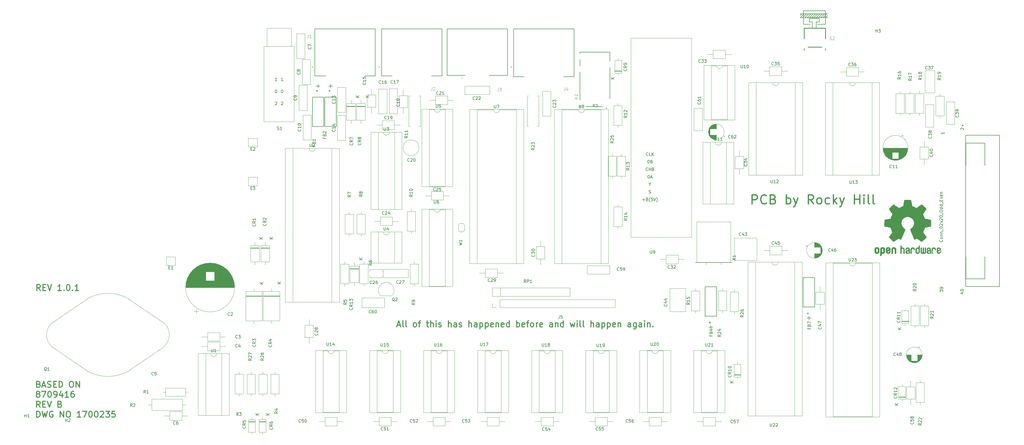
<source format=gbr>
%TF.GenerationSoftware,KiCad,Pcbnew,5.1.7-a382d34a8~88~ubuntu18.04.1*%
%TF.CreationDate,2021-04-19T21:10:48-04:00*%
%TF.ProjectId,coco2,636f636f-322e-46b6-9963-61645f706362,1.0.1*%
%TF.SameCoordinates,Original*%
%TF.FileFunction,Legend,Top*%
%TF.FilePolarity,Positive*%
%FSLAX46Y46*%
G04 Gerber Fmt 4.6, Leading zero omitted, Abs format (unit mm)*
G04 Created by KiCad (PCBNEW 5.1.7-a382d34a8~88~ubuntu18.04.1) date 2021-04-19 21:10:48*
%MOMM*%
%LPD*%
G01*
G04 APERTURE LIST*
%ADD10C,0.300000*%
%ADD11C,0.450000*%
%ADD12C,0.010000*%
%ADD13C,0.120000*%
%ADD14C,0.152400*%
%ADD15C,0.127000*%
%ADD16C,0.254000*%
%ADD17C,0.200000*%
%ADD18C,0.150000*%
%ADD19C,0.015000*%
G04 APERTURE END LIST*
D10*
X23885714Y-113504761D02*
X23219047Y-112552380D01*
X22742857Y-113504761D02*
X22742857Y-111504761D01*
X23504761Y-111504761D01*
X23695238Y-111600000D01*
X23790476Y-111695238D01*
X23885714Y-111885714D01*
X23885714Y-112171428D01*
X23790476Y-112361904D01*
X23695238Y-112457142D01*
X23504761Y-112552380D01*
X22742857Y-112552380D01*
X24742857Y-112457142D02*
X25409523Y-112457142D01*
X25695238Y-113504761D02*
X24742857Y-113504761D01*
X24742857Y-111504761D01*
X25695238Y-111504761D01*
X26266666Y-111504761D02*
X26933333Y-113504761D01*
X27599999Y-111504761D01*
X30838095Y-113504761D02*
X29695238Y-113504761D01*
X30266666Y-113504761D02*
X30266666Y-111504761D01*
X30076190Y-111790476D01*
X29885714Y-111980952D01*
X29695238Y-112076190D01*
X31695238Y-113314285D02*
X31790476Y-113409523D01*
X31695238Y-113504761D01*
X31599999Y-113409523D01*
X31695238Y-113314285D01*
X31695238Y-113504761D01*
X33028571Y-111504761D02*
X33219047Y-111504761D01*
X33409523Y-111600000D01*
X33504761Y-111695238D01*
X33600000Y-111885714D01*
X33695238Y-112266666D01*
X33695238Y-112742857D01*
X33600000Y-113123809D01*
X33504761Y-113314285D01*
X33409523Y-113409523D01*
X33219047Y-113504761D01*
X33028571Y-113504761D01*
X32838095Y-113409523D01*
X32742857Y-113314285D01*
X32647619Y-113123809D01*
X32552380Y-112742857D01*
X32552380Y-112266666D01*
X32647619Y-111885714D01*
X32742857Y-111695238D01*
X32838095Y-111600000D01*
X33028571Y-111504761D01*
X34552380Y-113314285D02*
X34647619Y-113409523D01*
X34552380Y-113504761D01*
X34457142Y-113409523D01*
X34552380Y-113314285D01*
X34552380Y-113504761D01*
X36552380Y-113504761D02*
X35409523Y-113504761D01*
X35980952Y-113504761D02*
X35980952Y-111504761D01*
X35790476Y-111790476D01*
X35599999Y-111980952D01*
X35409523Y-112076190D01*
X141966666Y-124933333D02*
X142919047Y-124933333D01*
X141776190Y-125504761D02*
X142442857Y-123504761D01*
X143109523Y-125504761D01*
X144061904Y-125504761D02*
X143871428Y-125409523D01*
X143776190Y-125219047D01*
X143776190Y-123504761D01*
X145109523Y-125504761D02*
X144919047Y-125409523D01*
X144823809Y-125219047D01*
X144823809Y-123504761D01*
X147680952Y-125504761D02*
X147490476Y-125409523D01*
X147395238Y-125314285D01*
X147299999Y-125123809D01*
X147299999Y-124552380D01*
X147395238Y-124361904D01*
X147490476Y-124266666D01*
X147680952Y-124171428D01*
X147966666Y-124171428D01*
X148157142Y-124266666D01*
X148252380Y-124361904D01*
X148347619Y-124552380D01*
X148347619Y-125123809D01*
X148252380Y-125314285D01*
X148157142Y-125409523D01*
X147966666Y-125504761D01*
X147680952Y-125504761D01*
X148919047Y-124171428D02*
X149680952Y-124171428D01*
X149204761Y-125504761D02*
X149204761Y-123790476D01*
X149299999Y-123600000D01*
X149490476Y-123504761D01*
X149680952Y-123504761D01*
X151585714Y-124171428D02*
X152347619Y-124171428D01*
X151871428Y-123504761D02*
X151871428Y-125219047D01*
X151966666Y-125409523D01*
X152157142Y-125504761D01*
X152347619Y-125504761D01*
X153014285Y-125504761D02*
X153014285Y-123504761D01*
X153871428Y-125504761D02*
X153871428Y-124457142D01*
X153776190Y-124266666D01*
X153585714Y-124171428D01*
X153299999Y-124171428D01*
X153109523Y-124266666D01*
X153014285Y-124361904D01*
X154823809Y-125504761D02*
X154823809Y-124171428D01*
X154823809Y-123504761D02*
X154728571Y-123600000D01*
X154823809Y-123695238D01*
X154919047Y-123600000D01*
X154823809Y-123504761D01*
X154823809Y-123695238D01*
X155680952Y-125409523D02*
X155871428Y-125504761D01*
X156252380Y-125504761D01*
X156442857Y-125409523D01*
X156538095Y-125219047D01*
X156538095Y-125123809D01*
X156442857Y-124933333D01*
X156252380Y-124838095D01*
X155966666Y-124838095D01*
X155776190Y-124742857D01*
X155680952Y-124552380D01*
X155680952Y-124457142D01*
X155776190Y-124266666D01*
X155966666Y-124171428D01*
X156252380Y-124171428D01*
X156442857Y-124266666D01*
X158919047Y-125504761D02*
X158919047Y-123504761D01*
X159776190Y-125504761D02*
X159776190Y-124457142D01*
X159680952Y-124266666D01*
X159490476Y-124171428D01*
X159204761Y-124171428D01*
X159014285Y-124266666D01*
X158919047Y-124361904D01*
X161585714Y-125504761D02*
X161585714Y-124457142D01*
X161490476Y-124266666D01*
X161299999Y-124171428D01*
X160919047Y-124171428D01*
X160728571Y-124266666D01*
X161585714Y-125409523D02*
X161395238Y-125504761D01*
X160919047Y-125504761D01*
X160728571Y-125409523D01*
X160633333Y-125219047D01*
X160633333Y-125028571D01*
X160728571Y-124838095D01*
X160919047Y-124742857D01*
X161395238Y-124742857D01*
X161585714Y-124647619D01*
X162442857Y-125409523D02*
X162633333Y-125504761D01*
X163014285Y-125504761D01*
X163204761Y-125409523D01*
X163299999Y-125219047D01*
X163299999Y-125123809D01*
X163204761Y-124933333D01*
X163014285Y-124838095D01*
X162728571Y-124838095D01*
X162538095Y-124742857D01*
X162442857Y-124552380D01*
X162442857Y-124457142D01*
X162538095Y-124266666D01*
X162728571Y-124171428D01*
X163014285Y-124171428D01*
X163204761Y-124266666D01*
X165680952Y-125504761D02*
X165680952Y-123504761D01*
X166538095Y-125504761D02*
X166538095Y-124457142D01*
X166442857Y-124266666D01*
X166252380Y-124171428D01*
X165966666Y-124171428D01*
X165776190Y-124266666D01*
X165680952Y-124361904D01*
X168347619Y-125504761D02*
X168347619Y-124457142D01*
X168252380Y-124266666D01*
X168061904Y-124171428D01*
X167680952Y-124171428D01*
X167490476Y-124266666D01*
X168347619Y-125409523D02*
X168157142Y-125504761D01*
X167680952Y-125504761D01*
X167490476Y-125409523D01*
X167395238Y-125219047D01*
X167395238Y-125028571D01*
X167490476Y-124838095D01*
X167680952Y-124742857D01*
X168157142Y-124742857D01*
X168347619Y-124647619D01*
X169299999Y-124171428D02*
X169299999Y-126171428D01*
X169299999Y-124266666D02*
X169490476Y-124171428D01*
X169871428Y-124171428D01*
X170061904Y-124266666D01*
X170157142Y-124361904D01*
X170252380Y-124552380D01*
X170252380Y-125123809D01*
X170157142Y-125314285D01*
X170061904Y-125409523D01*
X169871428Y-125504761D01*
X169490476Y-125504761D01*
X169299999Y-125409523D01*
X171109523Y-124171428D02*
X171109523Y-126171428D01*
X171109523Y-124266666D02*
X171299999Y-124171428D01*
X171680952Y-124171428D01*
X171871428Y-124266666D01*
X171966666Y-124361904D01*
X172061904Y-124552380D01*
X172061904Y-125123809D01*
X171966666Y-125314285D01*
X171871428Y-125409523D01*
X171680952Y-125504761D01*
X171299999Y-125504761D01*
X171109523Y-125409523D01*
X173680952Y-125409523D02*
X173490476Y-125504761D01*
X173109523Y-125504761D01*
X172919047Y-125409523D01*
X172823809Y-125219047D01*
X172823809Y-124457142D01*
X172919047Y-124266666D01*
X173109523Y-124171428D01*
X173490476Y-124171428D01*
X173680952Y-124266666D01*
X173776190Y-124457142D01*
X173776190Y-124647619D01*
X172823809Y-124838095D01*
X174633333Y-124171428D02*
X174633333Y-125504761D01*
X174633333Y-124361904D02*
X174728571Y-124266666D01*
X174919047Y-124171428D01*
X175204761Y-124171428D01*
X175395238Y-124266666D01*
X175490476Y-124457142D01*
X175490476Y-125504761D01*
X177204761Y-125409523D02*
X177014285Y-125504761D01*
X176633333Y-125504761D01*
X176442857Y-125409523D01*
X176347619Y-125219047D01*
X176347619Y-124457142D01*
X176442857Y-124266666D01*
X176633333Y-124171428D01*
X177014285Y-124171428D01*
X177204761Y-124266666D01*
X177299999Y-124457142D01*
X177299999Y-124647619D01*
X176347619Y-124838095D01*
X179014285Y-125504761D02*
X179014285Y-123504761D01*
X179014285Y-125409523D02*
X178823809Y-125504761D01*
X178442857Y-125504761D01*
X178252380Y-125409523D01*
X178157142Y-125314285D01*
X178061904Y-125123809D01*
X178061904Y-124552380D01*
X178157142Y-124361904D01*
X178252380Y-124266666D01*
X178442857Y-124171428D01*
X178823809Y-124171428D01*
X179014285Y-124266666D01*
X181490476Y-125504761D02*
X181490476Y-123504761D01*
X181490476Y-124266666D02*
X181680952Y-124171428D01*
X182061904Y-124171428D01*
X182252380Y-124266666D01*
X182347619Y-124361904D01*
X182442857Y-124552380D01*
X182442857Y-125123809D01*
X182347619Y-125314285D01*
X182252380Y-125409523D01*
X182061904Y-125504761D01*
X181680952Y-125504761D01*
X181490476Y-125409523D01*
X184061904Y-125409523D02*
X183871428Y-125504761D01*
X183490476Y-125504761D01*
X183299999Y-125409523D01*
X183204761Y-125219047D01*
X183204761Y-124457142D01*
X183299999Y-124266666D01*
X183490476Y-124171428D01*
X183871428Y-124171428D01*
X184061904Y-124266666D01*
X184157142Y-124457142D01*
X184157142Y-124647619D01*
X183204761Y-124838095D01*
X184728571Y-124171428D02*
X185490476Y-124171428D01*
X185014285Y-125504761D02*
X185014285Y-123790476D01*
X185109523Y-123600000D01*
X185299999Y-123504761D01*
X185490476Y-123504761D01*
X186442857Y-125504761D02*
X186252380Y-125409523D01*
X186157142Y-125314285D01*
X186061904Y-125123809D01*
X186061904Y-124552380D01*
X186157142Y-124361904D01*
X186252380Y-124266666D01*
X186442857Y-124171428D01*
X186728571Y-124171428D01*
X186919047Y-124266666D01*
X187014285Y-124361904D01*
X187109523Y-124552380D01*
X187109523Y-125123809D01*
X187014285Y-125314285D01*
X186919047Y-125409523D01*
X186728571Y-125504761D01*
X186442857Y-125504761D01*
X187966666Y-125504761D02*
X187966666Y-124171428D01*
X187966666Y-124552380D02*
X188061904Y-124361904D01*
X188157142Y-124266666D01*
X188347619Y-124171428D01*
X188538095Y-124171428D01*
X189966666Y-125409523D02*
X189776190Y-125504761D01*
X189395238Y-125504761D01*
X189204761Y-125409523D01*
X189109523Y-125219047D01*
X189109523Y-124457142D01*
X189204761Y-124266666D01*
X189395238Y-124171428D01*
X189776190Y-124171428D01*
X189966666Y-124266666D01*
X190061904Y-124457142D01*
X190061904Y-124647619D01*
X189109523Y-124838095D01*
X193299999Y-125504761D02*
X193299999Y-124457142D01*
X193204761Y-124266666D01*
X193014285Y-124171428D01*
X192633333Y-124171428D01*
X192442857Y-124266666D01*
X193299999Y-125409523D02*
X193109523Y-125504761D01*
X192633333Y-125504761D01*
X192442857Y-125409523D01*
X192347619Y-125219047D01*
X192347619Y-125028571D01*
X192442857Y-124838095D01*
X192633333Y-124742857D01*
X193109523Y-124742857D01*
X193299999Y-124647619D01*
X194252380Y-124171428D02*
X194252380Y-125504761D01*
X194252380Y-124361904D02*
X194347619Y-124266666D01*
X194538095Y-124171428D01*
X194823809Y-124171428D01*
X195014285Y-124266666D01*
X195109523Y-124457142D01*
X195109523Y-125504761D01*
X196919047Y-125504761D02*
X196919047Y-123504761D01*
X196919047Y-125409523D02*
X196728571Y-125504761D01*
X196347619Y-125504761D01*
X196157142Y-125409523D01*
X196061904Y-125314285D01*
X195966666Y-125123809D01*
X195966666Y-124552380D01*
X196061904Y-124361904D01*
X196157142Y-124266666D01*
X196347619Y-124171428D01*
X196728571Y-124171428D01*
X196919047Y-124266666D01*
X199204761Y-124171428D02*
X199585714Y-125504761D01*
X199966666Y-124552380D01*
X200347619Y-125504761D01*
X200728571Y-124171428D01*
X201490476Y-125504761D02*
X201490476Y-124171428D01*
X201490476Y-123504761D02*
X201395238Y-123600000D01*
X201490476Y-123695238D01*
X201585714Y-123600000D01*
X201490476Y-123504761D01*
X201490476Y-123695238D01*
X202728571Y-125504761D02*
X202538095Y-125409523D01*
X202442857Y-125219047D01*
X202442857Y-123504761D01*
X203776190Y-125504761D02*
X203585714Y-125409523D01*
X203490476Y-125219047D01*
X203490476Y-123504761D01*
X206061904Y-125504761D02*
X206061904Y-123504761D01*
X206919047Y-125504761D02*
X206919047Y-124457142D01*
X206823809Y-124266666D01*
X206633333Y-124171428D01*
X206347619Y-124171428D01*
X206157142Y-124266666D01*
X206061904Y-124361904D01*
X208728571Y-125504761D02*
X208728571Y-124457142D01*
X208633333Y-124266666D01*
X208442857Y-124171428D01*
X208061904Y-124171428D01*
X207871428Y-124266666D01*
X208728571Y-125409523D02*
X208538095Y-125504761D01*
X208061904Y-125504761D01*
X207871428Y-125409523D01*
X207776190Y-125219047D01*
X207776190Y-125028571D01*
X207871428Y-124838095D01*
X208061904Y-124742857D01*
X208538095Y-124742857D01*
X208728571Y-124647619D01*
X209680952Y-124171428D02*
X209680952Y-126171428D01*
X209680952Y-124266666D02*
X209871428Y-124171428D01*
X210252380Y-124171428D01*
X210442857Y-124266666D01*
X210538095Y-124361904D01*
X210633333Y-124552380D01*
X210633333Y-125123809D01*
X210538095Y-125314285D01*
X210442857Y-125409523D01*
X210252380Y-125504761D01*
X209871428Y-125504761D01*
X209680952Y-125409523D01*
X211490476Y-124171428D02*
X211490476Y-126171428D01*
X211490476Y-124266666D02*
X211680952Y-124171428D01*
X212061904Y-124171428D01*
X212252380Y-124266666D01*
X212347619Y-124361904D01*
X212442857Y-124552380D01*
X212442857Y-125123809D01*
X212347619Y-125314285D01*
X212252380Y-125409523D01*
X212061904Y-125504761D01*
X211680952Y-125504761D01*
X211490476Y-125409523D01*
X214061904Y-125409523D02*
X213871428Y-125504761D01*
X213490476Y-125504761D01*
X213299999Y-125409523D01*
X213204761Y-125219047D01*
X213204761Y-124457142D01*
X213299999Y-124266666D01*
X213490476Y-124171428D01*
X213871428Y-124171428D01*
X214061904Y-124266666D01*
X214157142Y-124457142D01*
X214157142Y-124647619D01*
X213204761Y-124838095D01*
X215014285Y-124171428D02*
X215014285Y-125504761D01*
X215014285Y-124361904D02*
X215109523Y-124266666D01*
X215299999Y-124171428D01*
X215585714Y-124171428D01*
X215776190Y-124266666D01*
X215871428Y-124457142D01*
X215871428Y-125504761D01*
X219204761Y-125504761D02*
X219204761Y-124457142D01*
X219109523Y-124266666D01*
X218919047Y-124171428D01*
X218538095Y-124171428D01*
X218347619Y-124266666D01*
X219204761Y-125409523D02*
X219014285Y-125504761D01*
X218538095Y-125504761D01*
X218347619Y-125409523D01*
X218252380Y-125219047D01*
X218252380Y-125028571D01*
X218347619Y-124838095D01*
X218538095Y-124742857D01*
X219014285Y-124742857D01*
X219204761Y-124647619D01*
X221014285Y-124171428D02*
X221014285Y-125790476D01*
X220919047Y-125980952D01*
X220823809Y-126076190D01*
X220633333Y-126171428D01*
X220347619Y-126171428D01*
X220157142Y-126076190D01*
X221014285Y-125409523D02*
X220823809Y-125504761D01*
X220442857Y-125504761D01*
X220252380Y-125409523D01*
X220157142Y-125314285D01*
X220061904Y-125123809D01*
X220061904Y-124552380D01*
X220157142Y-124361904D01*
X220252380Y-124266666D01*
X220442857Y-124171428D01*
X220823809Y-124171428D01*
X221014285Y-124266666D01*
X222823809Y-125504761D02*
X222823809Y-124457142D01*
X222728571Y-124266666D01*
X222538095Y-124171428D01*
X222157142Y-124171428D01*
X221966666Y-124266666D01*
X222823809Y-125409523D02*
X222633333Y-125504761D01*
X222157142Y-125504761D01*
X221966666Y-125409523D01*
X221871428Y-125219047D01*
X221871428Y-125028571D01*
X221966666Y-124838095D01*
X222157142Y-124742857D01*
X222633333Y-124742857D01*
X222823809Y-124647619D01*
X223776190Y-125504761D02*
X223776190Y-124171428D01*
X223776190Y-123504761D02*
X223680952Y-123600000D01*
X223776190Y-123695238D01*
X223871428Y-123600000D01*
X223776190Y-123504761D01*
X223776190Y-123695238D01*
X224728571Y-124171428D02*
X224728571Y-125504761D01*
X224728571Y-124361904D02*
X224823809Y-124266666D01*
X225014285Y-124171428D01*
X225299999Y-124171428D01*
X225490476Y-124266666D01*
X225585714Y-124457142D01*
X225585714Y-125504761D01*
X226538095Y-125314285D02*
X226633333Y-125409523D01*
X226538095Y-125504761D01*
X226442857Y-125409523D01*
X226538095Y-125314285D01*
X226538095Y-125504761D01*
D11*
X259328571Y-84757142D02*
X259328571Y-81757142D01*
X260471428Y-81757142D01*
X260757142Y-81900000D01*
X260900000Y-82042857D01*
X261042857Y-82328571D01*
X261042857Y-82757142D01*
X260900000Y-83042857D01*
X260757142Y-83185714D01*
X260471428Y-83328571D01*
X259328571Y-83328571D01*
X264042857Y-84471428D02*
X263900000Y-84614285D01*
X263471428Y-84757142D01*
X263185714Y-84757142D01*
X262757142Y-84614285D01*
X262471428Y-84328571D01*
X262328571Y-84042857D01*
X262185714Y-83471428D01*
X262185714Y-83042857D01*
X262328571Y-82471428D01*
X262471428Y-82185714D01*
X262757142Y-81900000D01*
X263185714Y-81757142D01*
X263471428Y-81757142D01*
X263900000Y-81900000D01*
X264042857Y-82042857D01*
X266328571Y-83185714D02*
X266757142Y-83328571D01*
X266900000Y-83471428D01*
X267042857Y-83757142D01*
X267042857Y-84185714D01*
X266900000Y-84471428D01*
X266757142Y-84614285D01*
X266471428Y-84757142D01*
X265328571Y-84757142D01*
X265328571Y-81757142D01*
X266328571Y-81757142D01*
X266614285Y-81900000D01*
X266757142Y-82042857D01*
X266900000Y-82328571D01*
X266900000Y-82614285D01*
X266757142Y-82900000D01*
X266614285Y-83042857D01*
X266328571Y-83185714D01*
X265328571Y-83185714D01*
X270614285Y-84757142D02*
X270614285Y-81757142D01*
X270614285Y-82900000D02*
X270900000Y-82757142D01*
X271471428Y-82757142D01*
X271757142Y-82900000D01*
X271900000Y-83042857D01*
X272042857Y-83328571D01*
X272042857Y-84185714D01*
X271900000Y-84471428D01*
X271757142Y-84614285D01*
X271471428Y-84757142D01*
X270900000Y-84757142D01*
X270614285Y-84614285D01*
X273042857Y-82757142D02*
X273757142Y-84757142D01*
X274471428Y-82757142D02*
X273757142Y-84757142D01*
X273471428Y-85471428D01*
X273328571Y-85614285D01*
X273042857Y-85757142D01*
X279614285Y-84757142D02*
X278614285Y-83328571D01*
X277900000Y-84757142D02*
X277900000Y-81757142D01*
X279042857Y-81757142D01*
X279328571Y-81900000D01*
X279471428Y-82042857D01*
X279614285Y-82328571D01*
X279614285Y-82757142D01*
X279471428Y-83042857D01*
X279328571Y-83185714D01*
X279042857Y-83328571D01*
X277900000Y-83328571D01*
X281328571Y-84757142D02*
X281042857Y-84614285D01*
X280900000Y-84471428D01*
X280757142Y-84185714D01*
X280757142Y-83328571D01*
X280900000Y-83042857D01*
X281042857Y-82900000D01*
X281328571Y-82757142D01*
X281757142Y-82757142D01*
X282042857Y-82900000D01*
X282185714Y-83042857D01*
X282328571Y-83328571D01*
X282328571Y-84185714D01*
X282185714Y-84471428D01*
X282042857Y-84614285D01*
X281757142Y-84757142D01*
X281328571Y-84757142D01*
X284900000Y-84614285D02*
X284614285Y-84757142D01*
X284042857Y-84757142D01*
X283757142Y-84614285D01*
X283614285Y-84471428D01*
X283471428Y-84185714D01*
X283471428Y-83328571D01*
X283614285Y-83042857D01*
X283757142Y-82900000D01*
X284042857Y-82757142D01*
X284614285Y-82757142D01*
X284900000Y-82900000D01*
X286185714Y-84757142D02*
X286185714Y-81757142D01*
X286471428Y-83614285D02*
X287328571Y-84757142D01*
X287328571Y-82757142D02*
X286185714Y-83900000D01*
X288328571Y-82757142D02*
X289042857Y-84757142D01*
X289757142Y-82757142D02*
X289042857Y-84757142D01*
X288757142Y-85471428D01*
X288614285Y-85614285D01*
X288328571Y-85757142D01*
X293185714Y-84757142D02*
X293185714Y-81757142D01*
X293185714Y-83185714D02*
X294900000Y-83185714D01*
X294900000Y-84757142D02*
X294900000Y-81757142D01*
X296328571Y-84757142D02*
X296328571Y-82757142D01*
X296328571Y-81757142D02*
X296185714Y-81900000D01*
X296328571Y-82042857D01*
X296471428Y-81900000D01*
X296328571Y-81757142D01*
X296328571Y-82042857D01*
X298185714Y-84757142D02*
X297900000Y-84614285D01*
X297757142Y-84328571D01*
X297757142Y-81757142D01*
X299757142Y-84757142D02*
X299471428Y-84614285D01*
X299328571Y-84328571D01*
X299328571Y-81757142D01*
D10*
X23337857Y-144507142D02*
X23623571Y-144602380D01*
X23718809Y-144697619D01*
X23814047Y-144888095D01*
X23814047Y-145173809D01*
X23718809Y-145364285D01*
X23623571Y-145459523D01*
X23433095Y-145554761D01*
X22671190Y-145554761D01*
X22671190Y-143554761D01*
X23337857Y-143554761D01*
X23528333Y-143650000D01*
X23623571Y-143745238D01*
X23718809Y-143935714D01*
X23718809Y-144126190D01*
X23623571Y-144316666D01*
X23528333Y-144411904D01*
X23337857Y-144507142D01*
X22671190Y-144507142D01*
X24575952Y-144983333D02*
X25528333Y-144983333D01*
X24385476Y-145554761D02*
X25052142Y-143554761D01*
X25718809Y-145554761D01*
X26290238Y-145459523D02*
X26575952Y-145554761D01*
X27052142Y-145554761D01*
X27242619Y-145459523D01*
X27337857Y-145364285D01*
X27433095Y-145173809D01*
X27433095Y-144983333D01*
X27337857Y-144792857D01*
X27242619Y-144697619D01*
X27052142Y-144602380D01*
X26671190Y-144507142D01*
X26480714Y-144411904D01*
X26385476Y-144316666D01*
X26290238Y-144126190D01*
X26290238Y-143935714D01*
X26385476Y-143745238D01*
X26480714Y-143650000D01*
X26671190Y-143554761D01*
X27147380Y-143554761D01*
X27433095Y-143650000D01*
X28290238Y-144507142D02*
X28956904Y-144507142D01*
X29242619Y-145554761D02*
X28290238Y-145554761D01*
X28290238Y-143554761D01*
X29242619Y-143554761D01*
X30099761Y-145554761D02*
X30099761Y-143554761D01*
X30575952Y-143554761D01*
X30861666Y-143650000D01*
X31052142Y-143840476D01*
X31147380Y-144030952D01*
X31242619Y-144411904D01*
X31242619Y-144697619D01*
X31147380Y-145078571D01*
X31052142Y-145269047D01*
X30861666Y-145459523D01*
X30575952Y-145554761D01*
X30099761Y-145554761D01*
X34004523Y-143554761D02*
X34385476Y-143554761D01*
X34575952Y-143650000D01*
X34766428Y-143840476D01*
X34861666Y-144221428D01*
X34861666Y-144888095D01*
X34766428Y-145269047D01*
X34575952Y-145459523D01*
X34385476Y-145554761D01*
X34004523Y-145554761D01*
X33814047Y-145459523D01*
X33623571Y-145269047D01*
X33528333Y-144888095D01*
X33528333Y-144221428D01*
X33623571Y-143840476D01*
X33814047Y-143650000D01*
X34004523Y-143554761D01*
X35718809Y-145554761D02*
X35718809Y-143554761D01*
X36861666Y-145554761D01*
X36861666Y-143554761D01*
X22956904Y-147711904D02*
X22766428Y-147616666D01*
X22671190Y-147521428D01*
X22575952Y-147330952D01*
X22575952Y-147235714D01*
X22671190Y-147045238D01*
X22766428Y-146950000D01*
X22956904Y-146854761D01*
X23337857Y-146854761D01*
X23528333Y-146950000D01*
X23623571Y-147045238D01*
X23718809Y-147235714D01*
X23718809Y-147330952D01*
X23623571Y-147521428D01*
X23528333Y-147616666D01*
X23337857Y-147711904D01*
X22956904Y-147711904D01*
X22766428Y-147807142D01*
X22671190Y-147902380D01*
X22575952Y-148092857D01*
X22575952Y-148473809D01*
X22671190Y-148664285D01*
X22766428Y-148759523D01*
X22956904Y-148854761D01*
X23337857Y-148854761D01*
X23528333Y-148759523D01*
X23623571Y-148664285D01*
X23718809Y-148473809D01*
X23718809Y-148092857D01*
X23623571Y-147902380D01*
X23528333Y-147807142D01*
X23337857Y-147711904D01*
X24385476Y-146854761D02*
X25718809Y-146854761D01*
X24861666Y-148854761D01*
X26861666Y-146854761D02*
X27052142Y-146854761D01*
X27242619Y-146950000D01*
X27337857Y-147045238D01*
X27433095Y-147235714D01*
X27528333Y-147616666D01*
X27528333Y-148092857D01*
X27433095Y-148473809D01*
X27337857Y-148664285D01*
X27242619Y-148759523D01*
X27052142Y-148854761D01*
X26861666Y-148854761D01*
X26671190Y-148759523D01*
X26575952Y-148664285D01*
X26480714Y-148473809D01*
X26385476Y-148092857D01*
X26385476Y-147616666D01*
X26480714Y-147235714D01*
X26575952Y-147045238D01*
X26671190Y-146950000D01*
X26861666Y-146854761D01*
X28480714Y-148854761D02*
X28861666Y-148854761D01*
X29052142Y-148759523D01*
X29147380Y-148664285D01*
X29337857Y-148378571D01*
X29433095Y-147997619D01*
X29433095Y-147235714D01*
X29337857Y-147045238D01*
X29242619Y-146950000D01*
X29052142Y-146854761D01*
X28671190Y-146854761D01*
X28480714Y-146950000D01*
X28385476Y-147045238D01*
X28290238Y-147235714D01*
X28290238Y-147711904D01*
X28385476Y-147902380D01*
X28480714Y-147997619D01*
X28671190Y-148092857D01*
X29052142Y-148092857D01*
X29242619Y-147997619D01*
X29337857Y-147902380D01*
X29433095Y-147711904D01*
X31147380Y-147521428D02*
X31147380Y-148854761D01*
X30671190Y-146759523D02*
X30195000Y-148188095D01*
X31433095Y-148188095D01*
X33242619Y-148854761D02*
X32099761Y-148854761D01*
X32671190Y-148854761D02*
X32671190Y-146854761D01*
X32480714Y-147140476D01*
X32290238Y-147330952D01*
X32099761Y-147426190D01*
X34956904Y-146854761D02*
X34575952Y-146854761D01*
X34385476Y-146950000D01*
X34290238Y-147045238D01*
X34099761Y-147330952D01*
X34004523Y-147711904D01*
X34004523Y-148473809D01*
X34099761Y-148664285D01*
X34195000Y-148759523D01*
X34385476Y-148854761D01*
X34766428Y-148854761D01*
X34956904Y-148759523D01*
X35052142Y-148664285D01*
X35147380Y-148473809D01*
X35147380Y-147997619D01*
X35052142Y-147807142D01*
X34956904Y-147711904D01*
X34766428Y-147616666D01*
X34385476Y-147616666D01*
X34195000Y-147711904D01*
X34099761Y-147807142D01*
X34004523Y-147997619D01*
X23814047Y-152154761D02*
X23147380Y-151202380D01*
X22671190Y-152154761D02*
X22671190Y-150154761D01*
X23433095Y-150154761D01*
X23623571Y-150250000D01*
X23718809Y-150345238D01*
X23814047Y-150535714D01*
X23814047Y-150821428D01*
X23718809Y-151011904D01*
X23623571Y-151107142D01*
X23433095Y-151202380D01*
X22671190Y-151202380D01*
X24671190Y-151107142D02*
X25337857Y-151107142D01*
X25623571Y-152154761D02*
X24671190Y-152154761D01*
X24671190Y-150154761D01*
X25623571Y-150154761D01*
X26195000Y-150154761D02*
X26861666Y-152154761D01*
X27528333Y-150154761D01*
X30385476Y-151107142D02*
X30671190Y-151202380D01*
X30766428Y-151297619D01*
X30861666Y-151488095D01*
X30861666Y-151773809D01*
X30766428Y-151964285D01*
X30671190Y-152059523D01*
X30480714Y-152154761D01*
X29718809Y-152154761D01*
X29718809Y-150154761D01*
X30385476Y-150154761D01*
X30575952Y-150250000D01*
X30671190Y-150345238D01*
X30766428Y-150535714D01*
X30766428Y-150726190D01*
X30671190Y-150916666D01*
X30575952Y-151011904D01*
X30385476Y-151107142D01*
X29718809Y-151107142D01*
X22671190Y-155454761D02*
X22671190Y-153454761D01*
X23147380Y-153454761D01*
X23433095Y-153550000D01*
X23623571Y-153740476D01*
X23718809Y-153930952D01*
X23814047Y-154311904D01*
X23814047Y-154597619D01*
X23718809Y-154978571D01*
X23623571Y-155169047D01*
X23433095Y-155359523D01*
X23147380Y-155454761D01*
X22671190Y-155454761D01*
X24480714Y-153454761D02*
X24956904Y-155454761D01*
X25337857Y-154026190D01*
X25718809Y-155454761D01*
X26195000Y-153454761D01*
X28004523Y-153550000D02*
X27814047Y-153454761D01*
X27528333Y-153454761D01*
X27242619Y-153550000D01*
X27052142Y-153740476D01*
X26956904Y-153930952D01*
X26861666Y-154311904D01*
X26861666Y-154597619D01*
X26956904Y-154978571D01*
X27052142Y-155169047D01*
X27242619Y-155359523D01*
X27528333Y-155454761D01*
X27718809Y-155454761D01*
X28004523Y-155359523D01*
X28099761Y-155264285D01*
X28099761Y-154597619D01*
X27718809Y-154597619D01*
X30480714Y-155454761D02*
X30480714Y-153454761D01*
X31623571Y-155454761D01*
X31623571Y-153454761D01*
X32956904Y-153454761D02*
X33337857Y-153454761D01*
X33528333Y-153550000D01*
X33718809Y-153740476D01*
X33814047Y-154121428D01*
X33814047Y-154788095D01*
X33718809Y-155169047D01*
X33528333Y-155359523D01*
X33337857Y-155454761D01*
X32956904Y-155454761D01*
X32766428Y-155359523D01*
X32575952Y-155169047D01*
X32480714Y-154788095D01*
X32480714Y-154121428D01*
X32575952Y-153740476D01*
X32766428Y-153550000D01*
X32956904Y-153454761D01*
X37242619Y-155454761D02*
X36099761Y-155454761D01*
X36671190Y-155454761D02*
X36671190Y-153454761D01*
X36480714Y-153740476D01*
X36290238Y-153930952D01*
X36099761Y-154026190D01*
X37909285Y-153454761D02*
X39242619Y-153454761D01*
X38385476Y-155454761D01*
X40385476Y-153454761D02*
X40575952Y-153454761D01*
X40766428Y-153550000D01*
X40861666Y-153645238D01*
X40956904Y-153835714D01*
X41052142Y-154216666D01*
X41052142Y-154692857D01*
X40956904Y-155073809D01*
X40861666Y-155264285D01*
X40766428Y-155359523D01*
X40575952Y-155454761D01*
X40385476Y-155454761D01*
X40195000Y-155359523D01*
X40099761Y-155264285D01*
X40004523Y-155073809D01*
X39909285Y-154692857D01*
X39909285Y-154216666D01*
X40004523Y-153835714D01*
X40099761Y-153645238D01*
X40195000Y-153550000D01*
X40385476Y-153454761D01*
X42290238Y-153454761D02*
X42480714Y-153454761D01*
X42671190Y-153550000D01*
X42766428Y-153645238D01*
X42861666Y-153835714D01*
X42956904Y-154216666D01*
X42956904Y-154692857D01*
X42861666Y-155073809D01*
X42766428Y-155264285D01*
X42671190Y-155359523D01*
X42480714Y-155454761D01*
X42290238Y-155454761D01*
X42099761Y-155359523D01*
X42004523Y-155264285D01*
X41909285Y-155073809D01*
X41814047Y-154692857D01*
X41814047Y-154216666D01*
X41909285Y-153835714D01*
X42004523Y-153645238D01*
X42099761Y-153550000D01*
X42290238Y-153454761D01*
X43718809Y-153645238D02*
X43814047Y-153550000D01*
X44004523Y-153454761D01*
X44480714Y-153454761D01*
X44671190Y-153550000D01*
X44766428Y-153645238D01*
X44861666Y-153835714D01*
X44861666Y-154026190D01*
X44766428Y-154311904D01*
X43623571Y-155454761D01*
X44861666Y-155454761D01*
X45528333Y-153454761D02*
X46766428Y-153454761D01*
X46099761Y-154216666D01*
X46385476Y-154216666D01*
X46575952Y-154311904D01*
X46671190Y-154407142D01*
X46766428Y-154597619D01*
X46766428Y-155073809D01*
X46671190Y-155264285D01*
X46575952Y-155359523D01*
X46385476Y-155454761D01*
X45814047Y-155454761D01*
X45623571Y-155359523D01*
X45528333Y-155264285D01*
X48575952Y-153454761D02*
X47623571Y-153454761D01*
X47528333Y-154407142D01*
X47623571Y-154311904D01*
X47814047Y-154216666D01*
X48290238Y-154216666D01*
X48480714Y-154311904D01*
X48575952Y-154407142D01*
X48671190Y-154597619D01*
X48671190Y-155073809D01*
X48575952Y-155264285D01*
X48480714Y-155359523D01*
X48290238Y-155454761D01*
X47814047Y-155454761D01*
X47623571Y-155359523D01*
X47528333Y-155264285D01*
D12*
%TO.C,REF\u002A\u002A*%
G36*
X302753166Y-99136506D02*
G01*
X302939084Y-99229204D01*
X303103180Y-99399885D01*
X303148372Y-99463107D01*
X303197604Y-99545834D01*
X303229547Y-99635687D01*
X303247822Y-99755608D01*
X303256048Y-99928537D01*
X303257855Y-100156835D01*
X303249697Y-100469693D01*
X303221341Y-100704598D01*
X303166962Y-100879847D01*
X303080737Y-101013738D01*
X302956841Y-101124569D01*
X302947737Y-101131131D01*
X302825634Y-101198256D01*
X302678600Y-101231467D01*
X302491604Y-101239655D01*
X302187613Y-101239655D01*
X302187485Y-101534762D01*
X302184656Y-101699117D01*
X302167418Y-101795523D01*
X302122370Y-101853343D01*
X302036114Y-101901941D01*
X302015399Y-101911869D01*
X301918462Y-101958398D01*
X301843407Y-101987786D01*
X301787598Y-101990324D01*
X301748397Y-101956302D01*
X301723168Y-101876012D01*
X301709272Y-101739743D01*
X301704073Y-101537787D01*
X301704934Y-101260434D01*
X301709216Y-100897976D01*
X301710553Y-100789560D01*
X301715371Y-100415837D01*
X301719687Y-100171369D01*
X302187357Y-100171369D01*
X302189985Y-100378877D01*
X302201667Y-100514645D01*
X302228097Y-100604192D01*
X302274969Y-100673039D01*
X302306793Y-100706618D01*
X302436892Y-100804869D01*
X302552079Y-100812866D01*
X302670934Y-100731730D01*
X302673947Y-100728736D01*
X302722305Y-100666030D01*
X302751722Y-100580808D01*
X302766560Y-100449564D01*
X302771181Y-100248793D01*
X302771265Y-100204314D01*
X302760098Y-99927639D01*
X302723747Y-99735842D01*
X302657941Y-99618757D01*
X302558407Y-99566215D01*
X302500881Y-99560920D01*
X302364351Y-99585767D01*
X302270702Y-99667581D01*
X302214330Y-99817270D01*
X302189633Y-100045743D01*
X302187357Y-100171369D01*
X301719687Y-100171369D01*
X301720478Y-100126587D01*
X301727078Y-99908970D01*
X301736377Y-99750146D01*
X301749577Y-99637274D01*
X301767885Y-99557513D01*
X301792503Y-99498023D01*
X301824637Y-99445963D01*
X301838415Y-99426373D01*
X302021188Y-99241328D01*
X302252276Y-99136412D01*
X302519590Y-99107163D01*
X302753166Y-99136506D01*
G37*
X302753166Y-99136506D02*
X302939084Y-99229204D01*
X303103180Y-99399885D01*
X303148372Y-99463107D01*
X303197604Y-99545834D01*
X303229547Y-99635687D01*
X303247822Y-99755608D01*
X303256048Y-99928537D01*
X303257855Y-100156835D01*
X303249697Y-100469693D01*
X303221341Y-100704598D01*
X303166962Y-100879847D01*
X303080737Y-101013738D01*
X302956841Y-101124569D01*
X302947737Y-101131131D01*
X302825634Y-101198256D01*
X302678600Y-101231467D01*
X302491604Y-101239655D01*
X302187613Y-101239655D01*
X302187485Y-101534762D01*
X302184656Y-101699117D01*
X302167418Y-101795523D01*
X302122370Y-101853343D01*
X302036114Y-101901941D01*
X302015399Y-101911869D01*
X301918462Y-101958398D01*
X301843407Y-101987786D01*
X301787598Y-101990324D01*
X301748397Y-101956302D01*
X301723168Y-101876012D01*
X301709272Y-101739743D01*
X301704073Y-101537787D01*
X301704934Y-101260434D01*
X301709216Y-100897976D01*
X301710553Y-100789560D01*
X301715371Y-100415837D01*
X301719687Y-100171369D01*
X302187357Y-100171369D01*
X302189985Y-100378877D01*
X302201667Y-100514645D01*
X302228097Y-100604192D01*
X302274969Y-100673039D01*
X302306793Y-100706618D01*
X302436892Y-100804869D01*
X302552079Y-100812866D01*
X302670934Y-100731730D01*
X302673947Y-100728736D01*
X302722305Y-100666030D01*
X302751722Y-100580808D01*
X302766560Y-100449564D01*
X302771181Y-100248793D01*
X302771265Y-100204314D01*
X302760098Y-99927639D01*
X302723747Y-99735842D01*
X302657941Y-99618757D01*
X302558407Y-99566215D01*
X302500881Y-99560920D01*
X302364351Y-99585767D01*
X302270702Y-99667581D01*
X302214330Y-99817270D01*
X302189633Y-100045743D01*
X302187357Y-100171369D01*
X301719687Y-100171369D01*
X301720478Y-100126587D01*
X301727078Y-99908970D01*
X301736377Y-99750146D01*
X301749577Y-99637274D01*
X301767885Y-99557513D01*
X301792503Y-99498023D01*
X301824637Y-99445963D01*
X301838415Y-99426373D01*
X302021188Y-99241328D01*
X302252276Y-99136412D01*
X302519590Y-99107163D01*
X302753166Y-99136506D01*
G36*
X306495716Y-99162865D02*
G01*
X306651872Y-99253190D01*
X306760441Y-99342845D01*
X306839845Y-99436776D01*
X306894546Y-99551646D01*
X306929010Y-99704114D01*
X306947701Y-99910844D01*
X306955081Y-100188496D01*
X306955939Y-100388086D01*
X306955939Y-101122766D01*
X306749138Y-101215472D01*
X306542338Y-101308179D01*
X306518008Y-100503492D01*
X306507955Y-100202966D01*
X306497409Y-99984835D01*
X306484343Y-99834186D01*
X306466729Y-99736107D01*
X306442539Y-99675688D01*
X306409746Y-99638016D01*
X306399225Y-99629862D01*
X306239813Y-99566178D01*
X306078679Y-99591378D01*
X305982759Y-99658238D01*
X305943741Y-99705616D01*
X305916733Y-99767787D01*
X305899568Y-99862039D01*
X305890082Y-100005657D01*
X305886107Y-100215931D01*
X305885441Y-100435070D01*
X305885310Y-100709999D01*
X305880603Y-100904602D01*
X305864846Y-101035851D01*
X305831567Y-101120718D01*
X305774293Y-101176177D01*
X305686553Y-101219201D01*
X305569362Y-101263907D01*
X305441368Y-101312571D01*
X305456604Y-100448910D01*
X305462739Y-100137565D01*
X305469918Y-99907483D01*
X305480205Y-99742614D01*
X305495670Y-99626909D01*
X305518379Y-99544316D01*
X305550399Y-99478788D01*
X305589003Y-99420974D01*
X305775253Y-99236283D01*
X306002521Y-99129481D01*
X306249709Y-99103898D01*
X306495716Y-99162865D01*
G37*
X306495716Y-99162865D02*
X306651872Y-99253190D01*
X306760441Y-99342845D01*
X306839845Y-99436776D01*
X306894546Y-99551646D01*
X306929010Y-99704114D01*
X306947701Y-99910844D01*
X306955081Y-100188496D01*
X306955939Y-100388086D01*
X306955939Y-101122766D01*
X306749138Y-101215472D01*
X306542338Y-101308179D01*
X306518008Y-100503492D01*
X306507955Y-100202966D01*
X306497409Y-99984835D01*
X306484343Y-99834186D01*
X306466729Y-99736107D01*
X306442539Y-99675688D01*
X306409746Y-99638016D01*
X306399225Y-99629862D01*
X306239813Y-99566178D01*
X306078679Y-99591378D01*
X305982759Y-99658238D01*
X305943741Y-99705616D01*
X305916733Y-99767787D01*
X305899568Y-99862039D01*
X305890082Y-100005657D01*
X305886107Y-100215931D01*
X305885441Y-100435070D01*
X305885310Y-100709999D01*
X305880603Y-100904602D01*
X305864846Y-101035851D01*
X305831567Y-101120718D01*
X305774293Y-101176177D01*
X305686553Y-101219201D01*
X305569362Y-101263907D01*
X305441368Y-101312571D01*
X305456604Y-100448910D01*
X305462739Y-100137565D01*
X305469918Y-99907483D01*
X305480205Y-99742614D01*
X305495670Y-99626909D01*
X305518379Y-99544316D01*
X305550399Y-99478788D01*
X305589003Y-99420974D01*
X305775253Y-99236283D01*
X306002521Y-99129481D01*
X306249709Y-99103898D01*
X306495716Y-99162865D01*
G36*
X300880368Y-99143358D02*
G01*
X301108436Y-99263280D01*
X301276752Y-99456278D01*
X301336541Y-99580355D01*
X301383066Y-99766653D01*
X301406882Y-100002045D01*
X301409140Y-100258952D01*
X301390992Y-100509799D01*
X301353589Y-100727009D01*
X301298084Y-100883005D01*
X301281025Y-100909871D01*
X301078970Y-101110415D01*
X300838978Y-101230529D01*
X300578566Y-101265680D01*
X300315247Y-101211337D01*
X300241967Y-101178756D01*
X300099261Y-101078353D01*
X299974014Y-100945225D01*
X299962177Y-100928341D01*
X299914065Y-100846969D01*
X299882262Y-100759984D01*
X299863474Y-100645475D01*
X299854408Y-100481530D01*
X299851771Y-100246240D01*
X299851725Y-100193487D01*
X299851846Y-100176699D01*
X300338315Y-100176699D01*
X300341146Y-100398761D01*
X300352288Y-100546123D01*
X300375709Y-100641308D01*
X300415381Y-100706837D01*
X300435633Y-100728736D01*
X300552060Y-100811953D01*
X300665098Y-100808158D01*
X300779391Y-100735973D01*
X300847559Y-100658911D01*
X300887930Y-100546429D01*
X300910602Y-100369055D01*
X300912157Y-100348367D01*
X300916027Y-100026911D01*
X300875583Y-99788167D01*
X300791374Y-99633600D01*
X300663947Y-99564678D01*
X300618460Y-99560920D01*
X300499019Y-99579821D01*
X300417317Y-99645306D01*
X300367363Y-99770544D01*
X300343166Y-99968704D01*
X300338315Y-100176699D01*
X299851846Y-100176699D01*
X299853537Y-99942765D01*
X299861147Y-99767582D01*
X299877814Y-99646191D01*
X299906799Y-99556847D01*
X299951360Y-99477803D01*
X299961207Y-99463107D01*
X300126720Y-99265011D01*
X300307070Y-99150014D01*
X300526635Y-99104365D01*
X300601195Y-99102135D01*
X300880368Y-99143358D01*
G37*
X300880368Y-99143358D02*
X301108436Y-99263280D01*
X301276752Y-99456278D01*
X301336541Y-99580355D01*
X301383066Y-99766653D01*
X301406882Y-100002045D01*
X301409140Y-100258952D01*
X301390992Y-100509799D01*
X301353589Y-100727009D01*
X301298084Y-100883005D01*
X301281025Y-100909871D01*
X301078970Y-101110415D01*
X300838978Y-101230529D01*
X300578566Y-101265680D01*
X300315247Y-101211337D01*
X300241967Y-101178756D01*
X300099261Y-101078353D01*
X299974014Y-100945225D01*
X299962177Y-100928341D01*
X299914065Y-100846969D01*
X299882262Y-100759984D01*
X299863474Y-100645475D01*
X299854408Y-100481530D01*
X299851771Y-100246240D01*
X299851725Y-100193487D01*
X299851846Y-100176699D01*
X300338315Y-100176699D01*
X300341146Y-100398761D01*
X300352288Y-100546123D01*
X300375709Y-100641308D01*
X300415381Y-100706837D01*
X300435633Y-100728736D01*
X300552060Y-100811953D01*
X300665098Y-100808158D01*
X300779391Y-100735973D01*
X300847559Y-100658911D01*
X300887930Y-100546429D01*
X300910602Y-100369055D01*
X300912157Y-100348367D01*
X300916027Y-100026911D01*
X300875583Y-99788167D01*
X300791374Y-99633600D01*
X300663947Y-99564678D01*
X300618460Y-99560920D01*
X300499019Y-99579821D01*
X300417317Y-99645306D01*
X300367363Y-99770544D01*
X300343166Y-99968704D01*
X300338315Y-100176699D01*
X299851846Y-100176699D01*
X299853537Y-99942765D01*
X299861147Y-99767582D01*
X299877814Y-99646191D01*
X299906799Y-99556847D01*
X299951360Y-99477803D01*
X299961207Y-99463107D01*
X300126720Y-99265011D01*
X300307070Y-99150014D01*
X300526635Y-99104365D01*
X300601195Y-99102135D01*
X300880368Y-99143358D01*
G36*
X304659253Y-99174461D02*
G01*
X304851097Y-99303519D01*
X304999352Y-99489915D01*
X305087916Y-99727109D01*
X305105828Y-99901691D01*
X305103794Y-99974544D01*
X305086760Y-100030324D01*
X305039936Y-100080298D01*
X304948527Y-100135733D01*
X304797742Y-100207896D01*
X304572787Y-100308055D01*
X304571648Y-100308558D01*
X304364585Y-100403396D01*
X304194788Y-100487609D01*
X304079612Y-100552133D01*
X304036410Y-100587900D01*
X304036399Y-100588188D01*
X304074475Y-100666074D01*
X304163516Y-100751924D01*
X304265737Y-100813769D01*
X304317526Y-100826054D01*
X304458816Y-100783564D01*
X304580488Y-100677152D01*
X304639855Y-100560156D01*
X304696967Y-100473905D01*
X304808839Y-100375681D01*
X304940346Y-100290827D01*
X305056368Y-100244681D01*
X305080629Y-100242146D01*
X305107938Y-100283868D01*
X305109584Y-100390519D01*
X305089514Y-100534321D01*
X305051678Y-100687501D01*
X305000023Y-100822283D01*
X304997414Y-100827516D01*
X304841969Y-101044557D01*
X304640507Y-101192185D01*
X304411712Y-101264644D01*
X304174267Y-101256177D01*
X303946854Y-101161027D01*
X303936743Y-101154337D01*
X303757850Y-100992211D01*
X303640220Y-100780682D01*
X303575123Y-100502543D01*
X303566387Y-100424398D01*
X303550914Y-100055549D01*
X303569463Y-99883541D01*
X304036399Y-99883541D01*
X304042466Y-99990838D01*
X304075649Y-100022152D01*
X304158377Y-99998725D01*
X304288779Y-99943348D01*
X304434543Y-99873932D01*
X304438166Y-99872094D01*
X304561717Y-99807108D01*
X304611303Y-99763740D01*
X304599075Y-99718275D01*
X304547588Y-99658536D01*
X304416601Y-99572085D01*
X304275538Y-99565733D01*
X304149005Y-99628649D01*
X304061608Y-99750003D01*
X304036399Y-99883541D01*
X303569463Y-99883541D01*
X303582740Y-99760435D01*
X303664391Y-99526382D01*
X303778061Y-99362413D01*
X303983225Y-99196716D01*
X304209214Y-99114519D01*
X304439925Y-99109281D01*
X304659253Y-99174461D01*
G37*
X304659253Y-99174461D02*
X304851097Y-99303519D01*
X304999352Y-99489915D01*
X305087916Y-99727109D01*
X305105828Y-99901691D01*
X305103794Y-99974544D01*
X305086760Y-100030324D01*
X305039936Y-100080298D01*
X304948527Y-100135733D01*
X304797742Y-100207896D01*
X304572787Y-100308055D01*
X304571648Y-100308558D01*
X304364585Y-100403396D01*
X304194788Y-100487609D01*
X304079612Y-100552133D01*
X304036410Y-100587900D01*
X304036399Y-100588188D01*
X304074475Y-100666074D01*
X304163516Y-100751924D01*
X304265737Y-100813769D01*
X304317526Y-100826054D01*
X304458816Y-100783564D01*
X304580488Y-100677152D01*
X304639855Y-100560156D01*
X304696967Y-100473905D01*
X304808839Y-100375681D01*
X304940346Y-100290827D01*
X305056368Y-100244681D01*
X305080629Y-100242146D01*
X305107938Y-100283868D01*
X305109584Y-100390519D01*
X305089514Y-100534321D01*
X305051678Y-100687501D01*
X305000023Y-100822283D01*
X304997414Y-100827516D01*
X304841969Y-101044557D01*
X304640507Y-101192185D01*
X304411712Y-101264644D01*
X304174267Y-101256177D01*
X303946854Y-101161027D01*
X303936743Y-101154337D01*
X303757850Y-100992211D01*
X303640220Y-100780682D01*
X303575123Y-100502543D01*
X303566387Y-100424398D01*
X303550914Y-100055549D01*
X303569463Y-99883541D01*
X304036399Y-99883541D01*
X304042466Y-99990838D01*
X304075649Y-100022152D01*
X304158377Y-99998725D01*
X304288779Y-99943348D01*
X304434543Y-99873932D01*
X304438166Y-99872094D01*
X304561717Y-99807108D01*
X304611303Y-99763740D01*
X304599075Y-99718275D01*
X304547588Y-99658536D01*
X304416601Y-99572085D01*
X304275538Y-99565733D01*
X304149005Y-99628649D01*
X304061608Y-99750003D01*
X304036399Y-99883541D01*
X303569463Y-99883541D01*
X303582740Y-99760435D01*
X303664391Y-99526382D01*
X303778061Y-99362413D01*
X303983225Y-99196716D01*
X304209214Y-99114519D01*
X304439925Y-99109281D01*
X304659253Y-99174461D01*
G36*
X308707663Y-98906429D02*
G01*
X308721923Y-99105313D01*
X308738302Y-99222511D01*
X308760998Y-99273632D01*
X308794212Y-99274286D01*
X308804981Y-99268183D01*
X308948233Y-99223997D01*
X309134575Y-99226577D01*
X309324024Y-99271999D01*
X309442517Y-99330759D01*
X309564009Y-99424631D01*
X309652823Y-99530865D01*
X309713792Y-99665850D01*
X309751750Y-99845976D01*
X309771532Y-100087633D01*
X309777970Y-100407211D01*
X309778086Y-100468516D01*
X309778161Y-101157147D01*
X309624923Y-101210566D01*
X309516087Y-101246908D01*
X309456374Y-101263828D01*
X309454617Y-101263985D01*
X309448736Y-101218100D01*
X309443732Y-101091539D01*
X309439984Y-100900941D01*
X309437873Y-100662948D01*
X309437548Y-100518252D01*
X309436871Y-100232955D01*
X309433386Y-100028480D01*
X309424912Y-99888334D01*
X309409266Y-99796023D01*
X309384269Y-99735053D01*
X309347738Y-99688931D01*
X309324929Y-99666720D01*
X309168249Y-99577214D01*
X308997274Y-99570511D01*
X308842150Y-99646208D01*
X308813463Y-99673539D01*
X308771387Y-99724929D01*
X308742201Y-99785886D01*
X308723571Y-99874025D01*
X308713161Y-100006961D01*
X308708637Y-100202309D01*
X308707663Y-100471652D01*
X308707663Y-101157147D01*
X308554425Y-101210566D01*
X308445589Y-101246908D01*
X308385876Y-101263828D01*
X308384119Y-101263985D01*
X308379625Y-101217414D01*
X308375575Y-101086051D01*
X308372130Y-100882422D01*
X308369453Y-100619054D01*
X308367706Y-100308471D01*
X308367051Y-99963201D01*
X308367050Y-99947843D01*
X308367050Y-98631701D01*
X308683334Y-98498289D01*
X308707663Y-98906429D01*
G37*
X308707663Y-98906429D02*
X308721923Y-99105313D01*
X308738302Y-99222511D01*
X308760998Y-99273632D01*
X308794212Y-99274286D01*
X308804981Y-99268183D01*
X308948233Y-99223997D01*
X309134575Y-99226577D01*
X309324024Y-99271999D01*
X309442517Y-99330759D01*
X309564009Y-99424631D01*
X309652823Y-99530865D01*
X309713792Y-99665850D01*
X309751750Y-99845976D01*
X309771532Y-100087633D01*
X309777970Y-100407211D01*
X309778086Y-100468516D01*
X309778161Y-101157147D01*
X309624923Y-101210566D01*
X309516087Y-101246908D01*
X309456374Y-101263828D01*
X309454617Y-101263985D01*
X309448736Y-101218100D01*
X309443732Y-101091539D01*
X309439984Y-100900941D01*
X309437873Y-100662948D01*
X309437548Y-100518252D01*
X309436871Y-100232955D01*
X309433386Y-100028480D01*
X309424912Y-99888334D01*
X309409266Y-99796023D01*
X309384269Y-99735053D01*
X309347738Y-99688931D01*
X309324929Y-99666720D01*
X309168249Y-99577214D01*
X308997274Y-99570511D01*
X308842150Y-99646208D01*
X308813463Y-99673539D01*
X308771387Y-99724929D01*
X308742201Y-99785886D01*
X308723571Y-99874025D01*
X308713161Y-100006961D01*
X308708637Y-100202309D01*
X308707663Y-100471652D01*
X308707663Y-101157147D01*
X308554425Y-101210566D01*
X308445589Y-101246908D01*
X308385876Y-101263828D01*
X308384119Y-101263985D01*
X308379625Y-101217414D01*
X308375575Y-101086051D01*
X308372130Y-100882422D01*
X308369453Y-100619054D01*
X308367706Y-100308471D01*
X308367051Y-99963201D01*
X308367050Y-99947843D01*
X308367050Y-98631701D01*
X308683334Y-98498289D01*
X308707663Y-98906429D01*
G36*
X310933241Y-99240601D02*
G01*
X311123905Y-99311403D01*
X311126086Y-99312764D01*
X311244006Y-99399550D01*
X311331060Y-99500973D01*
X311392286Y-99633145D01*
X311432723Y-99812182D01*
X311457409Y-100054195D01*
X311471382Y-100375299D01*
X311472607Y-100421048D01*
X311490200Y-101110869D01*
X311342152Y-101187427D01*
X311235030Y-101239163D01*
X311170351Y-101263678D01*
X311167359Y-101263985D01*
X311156166Y-101218751D01*
X311147275Y-101096736D01*
X311141806Y-100918468D01*
X311140613Y-100774116D01*
X311140586Y-100540271D01*
X311129896Y-100393419D01*
X311092633Y-100323376D01*
X311012888Y-100319958D01*
X310874749Y-100372983D01*
X310666188Y-100470454D01*
X310512829Y-100551409D01*
X310433952Y-100621644D01*
X310410764Y-100698194D01*
X310410728Y-100701982D01*
X310448993Y-100833852D01*
X310562283Y-100905091D01*
X310735664Y-100915410D01*
X310860550Y-100913620D01*
X310926399Y-100949589D01*
X310967464Y-101035985D01*
X310991099Y-101146054D01*
X310957039Y-101208508D01*
X310944214Y-101217446D01*
X310823472Y-101253343D01*
X310654388Y-101258426D01*
X310480261Y-101234631D01*
X310356876Y-101191147D01*
X310186287Y-101046309D01*
X310089319Y-100844694D01*
X310070115Y-100687180D01*
X310084770Y-100545104D01*
X310137801Y-100429127D01*
X310242806Y-100326121D01*
X310413386Y-100222954D01*
X310663138Y-100106496D01*
X310678353Y-100099914D01*
X310903329Y-99995981D01*
X311042157Y-99910743D01*
X311101662Y-99834147D01*
X311088672Y-99756139D01*
X311010012Y-99666664D01*
X310986490Y-99646073D01*
X310828933Y-99566236D01*
X310665677Y-99569597D01*
X310523495Y-99647874D01*
X310429160Y-99792781D01*
X310420395Y-99821224D01*
X310335038Y-99959174D01*
X310226729Y-100025620D01*
X310070115Y-100091471D01*
X310070115Y-99921097D01*
X310117756Y-99673454D01*
X310259159Y-99446307D01*
X310332742Y-99370318D01*
X310500009Y-99272790D01*
X310712726Y-99228640D01*
X310933241Y-99240601D01*
G37*
X310933241Y-99240601D02*
X311123905Y-99311403D01*
X311126086Y-99312764D01*
X311244006Y-99399550D01*
X311331060Y-99500973D01*
X311392286Y-99633145D01*
X311432723Y-99812182D01*
X311457409Y-100054195D01*
X311471382Y-100375299D01*
X311472607Y-100421048D01*
X311490200Y-101110869D01*
X311342152Y-101187427D01*
X311235030Y-101239163D01*
X311170351Y-101263678D01*
X311167359Y-101263985D01*
X311156166Y-101218751D01*
X311147275Y-101096736D01*
X311141806Y-100918468D01*
X311140613Y-100774116D01*
X311140586Y-100540271D01*
X311129896Y-100393419D01*
X311092633Y-100323376D01*
X311012888Y-100319958D01*
X310874749Y-100372983D01*
X310666188Y-100470454D01*
X310512829Y-100551409D01*
X310433952Y-100621644D01*
X310410764Y-100698194D01*
X310410728Y-100701982D01*
X310448993Y-100833852D01*
X310562283Y-100905091D01*
X310735664Y-100915410D01*
X310860550Y-100913620D01*
X310926399Y-100949589D01*
X310967464Y-101035985D01*
X310991099Y-101146054D01*
X310957039Y-101208508D01*
X310944214Y-101217446D01*
X310823472Y-101253343D01*
X310654388Y-101258426D01*
X310480261Y-101234631D01*
X310356876Y-101191147D01*
X310186287Y-101046309D01*
X310089319Y-100844694D01*
X310070115Y-100687180D01*
X310084770Y-100545104D01*
X310137801Y-100429127D01*
X310242806Y-100326121D01*
X310413386Y-100222954D01*
X310663138Y-100106496D01*
X310678353Y-100099914D01*
X310903329Y-99995981D01*
X311042157Y-99910743D01*
X311101662Y-99834147D01*
X311088672Y-99756139D01*
X311010012Y-99666664D01*
X310986490Y-99646073D01*
X310828933Y-99566236D01*
X310665677Y-99569597D01*
X310523495Y-99647874D01*
X310429160Y-99792781D01*
X310420395Y-99821224D01*
X310335038Y-99959174D01*
X310226729Y-100025620D01*
X310070115Y-100091471D01*
X310070115Y-99921097D01*
X310117756Y-99673454D01*
X310259159Y-99446307D01*
X310332742Y-99370318D01*
X310500009Y-99272790D01*
X310712726Y-99228640D01*
X310933241Y-99240601D01*
G36*
X312576572Y-99236534D02*
G01*
X312797609Y-99318099D01*
X312976683Y-99462366D01*
X313046720Y-99563920D01*
X313123071Y-99750268D01*
X313121485Y-99885010D01*
X313041347Y-99975631D01*
X313011696Y-99991040D01*
X312883674Y-100039084D01*
X312818294Y-100026776D01*
X312796148Y-99946098D01*
X312795020Y-99901533D01*
X312754477Y-99737581D01*
X312648802Y-99622891D01*
X312501924Y-99567497D01*
X312337773Y-99581435D01*
X312204337Y-99653827D01*
X312159269Y-99695120D01*
X312127323Y-99745216D01*
X312105744Y-99820942D01*
X312091773Y-99939128D01*
X312082655Y-100116600D01*
X312075631Y-100370186D01*
X312073812Y-100450479D01*
X312067178Y-100725158D01*
X312059636Y-100918481D01*
X312048325Y-101046388D01*
X312030385Y-101124822D01*
X312002955Y-101169725D01*
X311963177Y-101197038D01*
X311937710Y-101209105D01*
X311829556Y-101250367D01*
X311765890Y-101263985D01*
X311744854Y-101218505D01*
X311732013Y-101081006D01*
X311727300Y-100849902D01*
X311730644Y-100523604D01*
X311731686Y-100473276D01*
X311739035Y-100175581D01*
X311747726Y-99958205D01*
X311760092Y-99804153D01*
X311778470Y-99696430D01*
X311805195Y-99618042D01*
X311842602Y-99551994D01*
X311862170Y-99523691D01*
X311974366Y-99398467D01*
X312099850Y-99301063D01*
X312115213Y-99292561D01*
X312340223Y-99225433D01*
X312576572Y-99236534D01*
G37*
X312576572Y-99236534D02*
X312797609Y-99318099D01*
X312976683Y-99462366D01*
X313046720Y-99563920D01*
X313123071Y-99750268D01*
X313121485Y-99885010D01*
X313041347Y-99975631D01*
X313011696Y-99991040D01*
X312883674Y-100039084D01*
X312818294Y-100026776D01*
X312796148Y-99946098D01*
X312795020Y-99901533D01*
X312754477Y-99737581D01*
X312648802Y-99622891D01*
X312501924Y-99567497D01*
X312337773Y-99581435D01*
X312204337Y-99653827D01*
X312159269Y-99695120D01*
X312127323Y-99745216D01*
X312105744Y-99820942D01*
X312091773Y-99939128D01*
X312082655Y-100116600D01*
X312075631Y-100370186D01*
X312073812Y-100450479D01*
X312067178Y-100725158D01*
X312059636Y-100918481D01*
X312048325Y-101046388D01*
X312030385Y-101124822D01*
X312002955Y-101169725D01*
X311963177Y-101197038D01*
X311937710Y-101209105D01*
X311829556Y-101250367D01*
X311765890Y-101263985D01*
X311744854Y-101218505D01*
X311732013Y-101081006D01*
X311727300Y-100849902D01*
X311730644Y-100523604D01*
X311731686Y-100473276D01*
X311739035Y-100175581D01*
X311747726Y-99958205D01*
X311760092Y-99804153D01*
X311778470Y-99696430D01*
X311805195Y-99618042D01*
X311842602Y-99551994D01*
X311862170Y-99523691D01*
X311974366Y-99398467D01*
X312099850Y-99301063D01*
X312115213Y-99292561D01*
X312340223Y-99225433D01*
X312576572Y-99236534D01*
G36*
X314789857Y-99624093D02*
G01*
X314789239Y-99987769D01*
X314786847Y-100267532D01*
X314781671Y-100476784D01*
X314772704Y-100628926D01*
X314758936Y-100737359D01*
X314739361Y-100815485D01*
X314712968Y-100876707D01*
X314692984Y-100911652D01*
X314527483Y-101101157D01*
X314317648Y-101219942D01*
X314085486Y-101262564D01*
X313853008Y-101223583D01*
X313714572Y-101153532D01*
X313569242Y-101032353D01*
X313470195Y-100884354D01*
X313410435Y-100690534D01*
X313382969Y-100431892D01*
X313379079Y-100242146D01*
X313379603Y-100228510D01*
X313719541Y-100228510D01*
X313721617Y-100446096D01*
X313731130Y-100590134D01*
X313753008Y-100684364D01*
X313792176Y-100752523D01*
X313838976Y-100803936D01*
X313996146Y-100903175D01*
X314164900Y-100911653D01*
X314324393Y-100828799D01*
X314336807Y-100817572D01*
X314389791Y-100759171D01*
X314423014Y-100689686D01*
X314441000Y-100586270D01*
X314448275Y-100426073D01*
X314449426Y-100248965D01*
X314446932Y-100026467D01*
X314436608Y-99878037D01*
X314414191Y-99780489D01*
X314375418Y-99710637D01*
X314343626Y-99673539D01*
X314195939Y-99579975D01*
X314025846Y-99568725D01*
X313863492Y-99640190D01*
X313832160Y-99666720D01*
X313778822Y-99725636D01*
X313745531Y-99795837D01*
X313727656Y-99900418D01*
X313720566Y-100062479D01*
X313719541Y-100228510D01*
X313379603Y-100228510D01*
X313390840Y-99936579D01*
X313430787Y-99706993D01*
X313505913Y-99534387D01*
X313623214Y-99399760D01*
X313714572Y-99330759D01*
X313880627Y-99256214D01*
X314073092Y-99221613D01*
X314251999Y-99230875D01*
X314352108Y-99268238D01*
X314391393Y-99278872D01*
X314417461Y-99239225D01*
X314435658Y-99132981D01*
X314449426Y-98971145D01*
X314464499Y-98790902D01*
X314485436Y-98682458D01*
X314523532Y-98620446D01*
X314590085Y-98579499D01*
X314631897Y-98561366D01*
X314790039Y-98495120D01*
X314789857Y-99624093D01*
G37*
X314789857Y-99624093D02*
X314789239Y-99987769D01*
X314786847Y-100267532D01*
X314781671Y-100476784D01*
X314772704Y-100628926D01*
X314758936Y-100737359D01*
X314739361Y-100815485D01*
X314712968Y-100876707D01*
X314692984Y-100911652D01*
X314527483Y-101101157D01*
X314317648Y-101219942D01*
X314085486Y-101262564D01*
X313853008Y-101223583D01*
X313714572Y-101153532D01*
X313569242Y-101032353D01*
X313470195Y-100884354D01*
X313410435Y-100690534D01*
X313382969Y-100431892D01*
X313379079Y-100242146D01*
X313379603Y-100228510D01*
X313719541Y-100228510D01*
X313721617Y-100446096D01*
X313731130Y-100590134D01*
X313753008Y-100684364D01*
X313792176Y-100752523D01*
X313838976Y-100803936D01*
X313996146Y-100903175D01*
X314164900Y-100911653D01*
X314324393Y-100828799D01*
X314336807Y-100817572D01*
X314389791Y-100759171D01*
X314423014Y-100689686D01*
X314441000Y-100586270D01*
X314448275Y-100426073D01*
X314449426Y-100248965D01*
X314446932Y-100026467D01*
X314436608Y-99878037D01*
X314414191Y-99780489D01*
X314375418Y-99710637D01*
X314343626Y-99673539D01*
X314195939Y-99579975D01*
X314025846Y-99568725D01*
X313863492Y-99640190D01*
X313832160Y-99666720D01*
X313778822Y-99725636D01*
X313745531Y-99795837D01*
X313727656Y-99900418D01*
X313720566Y-100062479D01*
X313719541Y-100228510D01*
X313379603Y-100228510D01*
X313390840Y-99936579D01*
X313430787Y-99706993D01*
X313505913Y-99534387D01*
X313623214Y-99399760D01*
X313714572Y-99330759D01*
X313880627Y-99256214D01*
X314073092Y-99221613D01*
X314251999Y-99230875D01*
X314352108Y-99268238D01*
X314391393Y-99278872D01*
X314417461Y-99239225D01*
X314435658Y-99132981D01*
X314449426Y-98971145D01*
X314464499Y-98790902D01*
X314485436Y-98682458D01*
X314523532Y-98620446D01*
X314590085Y-98579499D01*
X314631897Y-98561366D01*
X314790039Y-98495120D01*
X314789857Y-99624093D01*
G36*
X316766873Y-99266400D02*
G01*
X316774299Y-99394422D01*
X316780118Y-99588985D01*
X316783859Y-99834702D01*
X316785058Y-100092426D01*
X316785058Y-100964545D01*
X316631075Y-101118528D01*
X316524963Y-101213412D01*
X316431816Y-101251845D01*
X316304504Y-101249413D01*
X316253968Y-101243223D01*
X316096017Y-101225210D01*
X315965371Y-101214888D01*
X315933525Y-101213935D01*
X315826166Y-101220171D01*
X315672619Y-101235824D01*
X315613083Y-101243223D01*
X315466857Y-101254668D01*
X315368589Y-101229808D01*
X315271150Y-101153058D01*
X315235976Y-101118528D01*
X315081993Y-100964545D01*
X315081993Y-99333246D01*
X315205930Y-99276776D01*
X315312650Y-99234950D01*
X315375087Y-99220307D01*
X315391096Y-99266583D01*
X315406058Y-99395884D01*
X315418978Y-99593914D01*
X315428857Y-99846380D01*
X315433622Y-100059675D01*
X315446935Y-100899042D01*
X315563080Y-100915464D01*
X315668716Y-100903982D01*
X315720477Y-100866805D01*
X315734945Y-100797298D01*
X315747298Y-100649240D01*
X315756552Y-100441391D01*
X315761728Y-100192512D01*
X315762474Y-100064435D01*
X315763219Y-99327145D01*
X315916457Y-99273726D01*
X316024916Y-99237406D01*
X316083913Y-99220468D01*
X316085614Y-99220307D01*
X316091533Y-99266349D01*
X316098039Y-99394018D01*
X316104586Y-99587632D01*
X316110627Y-99831507D01*
X316114848Y-100059675D01*
X316128161Y-100899042D01*
X316420115Y-100899042D01*
X316433513Y-100133275D01*
X316446910Y-99367508D01*
X316589238Y-99293908D01*
X316694322Y-99243366D01*
X316756517Y-99220431D01*
X316758312Y-99220307D01*
X316766873Y-99266400D01*
G37*
X316766873Y-99266400D02*
X316774299Y-99394422D01*
X316780118Y-99588985D01*
X316783859Y-99834702D01*
X316785058Y-100092426D01*
X316785058Y-100964545D01*
X316631075Y-101118528D01*
X316524963Y-101213412D01*
X316431816Y-101251845D01*
X316304504Y-101249413D01*
X316253968Y-101243223D01*
X316096017Y-101225210D01*
X315965371Y-101214888D01*
X315933525Y-101213935D01*
X315826166Y-101220171D01*
X315672619Y-101235824D01*
X315613083Y-101243223D01*
X315466857Y-101254668D01*
X315368589Y-101229808D01*
X315271150Y-101153058D01*
X315235976Y-101118528D01*
X315081993Y-100964545D01*
X315081993Y-99333246D01*
X315205930Y-99276776D01*
X315312650Y-99234950D01*
X315375087Y-99220307D01*
X315391096Y-99266583D01*
X315406058Y-99395884D01*
X315418978Y-99593914D01*
X315428857Y-99846380D01*
X315433622Y-100059675D01*
X315446935Y-100899042D01*
X315563080Y-100915464D01*
X315668716Y-100903982D01*
X315720477Y-100866805D01*
X315734945Y-100797298D01*
X315747298Y-100649240D01*
X315756552Y-100441391D01*
X315761728Y-100192512D01*
X315762474Y-100064435D01*
X315763219Y-99327145D01*
X315916457Y-99273726D01*
X316024916Y-99237406D01*
X316083913Y-99220468D01*
X316085614Y-99220307D01*
X316091533Y-99266349D01*
X316098039Y-99394018D01*
X316104586Y-99587632D01*
X316110627Y-99831507D01*
X316114848Y-100059675D01*
X316128161Y-100899042D01*
X316420115Y-100899042D01*
X316433513Y-100133275D01*
X316446910Y-99367508D01*
X316589238Y-99293908D01*
X316694322Y-99243366D01*
X316756517Y-99220431D01*
X316758312Y-99220307D01*
X316766873Y-99266400D01*
G36*
X317990678Y-99258594D02*
G01*
X318130782Y-99322323D01*
X318240750Y-99399543D01*
X318321324Y-99485887D01*
X318376954Y-99597272D01*
X318412089Y-99749616D01*
X318431179Y-99958835D01*
X318438672Y-100240846D01*
X318439464Y-100426555D01*
X318439464Y-101151046D01*
X318315527Y-101207515D01*
X318217910Y-101248787D01*
X318169550Y-101263985D01*
X318160298Y-101218762D01*
X318152958Y-101096824D01*
X318148464Y-100918772D01*
X318147510Y-100777395D01*
X318143410Y-100573146D01*
X318132354Y-100411113D01*
X318116211Y-100311891D01*
X318103387Y-100290805D01*
X318017186Y-100312338D01*
X317881862Y-100367566D01*
X317725170Y-100442436D01*
X317574863Y-100522892D01*
X317458693Y-100594880D01*
X317404413Y-100644346D01*
X317404198Y-100644881D01*
X317408867Y-100736428D01*
X317450732Y-100823820D01*
X317524235Y-100894802D01*
X317631516Y-100918543D01*
X317723202Y-100915777D01*
X317853058Y-100913741D01*
X317921221Y-100944164D01*
X317962159Y-101024543D01*
X317967321Y-101039700D01*
X317985067Y-101154331D01*
X317937609Y-101223934D01*
X317813907Y-101257105D01*
X317680281Y-101263240D01*
X317439817Y-101217763D01*
X317315338Y-101152817D01*
X317161605Y-101000246D01*
X317080073Y-100812971D01*
X317072756Y-100615085D01*
X317141669Y-100430685D01*
X317245328Y-100315134D01*
X317348823Y-100250442D01*
X317511492Y-100168542D01*
X317701054Y-100085486D01*
X317732650Y-100072795D01*
X317940869Y-99980908D01*
X318060898Y-99899923D01*
X318099501Y-99819413D01*
X318063440Y-99728950D01*
X318001533Y-99658238D01*
X317855213Y-99571170D01*
X317694217Y-99564640D01*
X317546573Y-99631735D01*
X317440310Y-99765544D01*
X317426362Y-99800067D01*
X317345160Y-99927042D01*
X317226608Y-100021309D01*
X317077012Y-100098668D01*
X317077012Y-99879307D01*
X317085817Y-99745280D01*
X317123570Y-99639644D01*
X317207279Y-99526939D01*
X317287636Y-99440127D01*
X317412591Y-99317204D01*
X317509677Y-99251171D01*
X317613954Y-99224684D01*
X317731989Y-99220307D01*
X317990678Y-99258594D01*
G37*
X317990678Y-99258594D02*
X318130782Y-99322323D01*
X318240750Y-99399543D01*
X318321324Y-99485887D01*
X318376954Y-99597272D01*
X318412089Y-99749616D01*
X318431179Y-99958835D01*
X318438672Y-100240846D01*
X318439464Y-100426555D01*
X318439464Y-101151046D01*
X318315527Y-101207515D01*
X318217910Y-101248787D01*
X318169550Y-101263985D01*
X318160298Y-101218762D01*
X318152958Y-101096824D01*
X318148464Y-100918772D01*
X318147510Y-100777395D01*
X318143410Y-100573146D01*
X318132354Y-100411113D01*
X318116211Y-100311891D01*
X318103387Y-100290805D01*
X318017186Y-100312338D01*
X317881862Y-100367566D01*
X317725170Y-100442436D01*
X317574863Y-100522892D01*
X317458693Y-100594880D01*
X317404413Y-100644346D01*
X317404198Y-100644881D01*
X317408867Y-100736428D01*
X317450732Y-100823820D01*
X317524235Y-100894802D01*
X317631516Y-100918543D01*
X317723202Y-100915777D01*
X317853058Y-100913741D01*
X317921221Y-100944164D01*
X317962159Y-101024543D01*
X317967321Y-101039700D01*
X317985067Y-101154331D01*
X317937609Y-101223934D01*
X317813907Y-101257105D01*
X317680281Y-101263240D01*
X317439817Y-101217763D01*
X317315338Y-101152817D01*
X317161605Y-101000246D01*
X317080073Y-100812971D01*
X317072756Y-100615085D01*
X317141669Y-100430685D01*
X317245328Y-100315134D01*
X317348823Y-100250442D01*
X317511492Y-100168542D01*
X317701054Y-100085486D01*
X317732650Y-100072795D01*
X317940869Y-99980908D01*
X318060898Y-99899923D01*
X318099501Y-99819413D01*
X318063440Y-99728950D01*
X318001533Y-99658238D01*
X317855213Y-99571170D01*
X317694217Y-99564640D01*
X317546573Y-99631735D01*
X317440310Y-99765544D01*
X317426362Y-99800067D01*
X317345160Y-99927042D01*
X317226608Y-100021309D01*
X317077012Y-100098668D01*
X317077012Y-99879307D01*
X317085817Y-99745280D01*
X317123570Y-99639644D01*
X317207279Y-99526939D01*
X317287636Y-99440127D01*
X317412591Y-99317204D01*
X317509677Y-99251171D01*
X317613954Y-99224684D01*
X317731989Y-99220307D01*
X317990678Y-99258594D01*
G36*
X319692816Y-99266697D02*
G01*
X319750976Y-99292116D01*
X319889795Y-99402059D01*
X320008505Y-99561030D01*
X320081921Y-99730677D01*
X320093870Y-99814313D01*
X320053809Y-99931078D01*
X319965935Y-99992862D01*
X319871718Y-100030273D01*
X319828577Y-100037167D01*
X319807571Y-99987138D01*
X319766090Y-99878269D01*
X319747892Y-99829076D01*
X319645848Y-99658913D01*
X319498103Y-99574038D01*
X319308655Y-99576648D01*
X319294623Y-99579991D01*
X319193481Y-99627945D01*
X319119124Y-99721432D01*
X319068338Y-99871939D01*
X319037908Y-100090951D01*
X319024618Y-100389956D01*
X319023372Y-100549056D01*
X319022754Y-100799855D01*
X319018705Y-100970825D01*
X319007933Y-101079454D01*
X318987147Y-101143230D01*
X318953055Y-101179643D01*
X318902365Y-101206179D01*
X318899435Y-101207515D01*
X318801818Y-101248787D01*
X318753458Y-101263985D01*
X318746027Y-101218037D01*
X318739666Y-101091034D01*
X318734832Y-100899235D01*
X318731985Y-100658902D01*
X318731418Y-100483024D01*
X318734313Y-100142688D01*
X318745637Y-99884495D01*
X318769346Y-99693374D01*
X318809397Y-99554253D01*
X318869747Y-99452060D01*
X318954353Y-99371724D01*
X319037899Y-99315655D01*
X319238791Y-99241032D01*
X319472596Y-99224202D01*
X319692816Y-99266697D01*
G37*
X319692816Y-99266697D02*
X319750976Y-99292116D01*
X319889795Y-99402059D01*
X320008505Y-99561030D01*
X320081921Y-99730677D01*
X320093870Y-99814313D01*
X320053809Y-99931078D01*
X319965935Y-99992862D01*
X319871718Y-100030273D01*
X319828577Y-100037167D01*
X319807571Y-99987138D01*
X319766090Y-99878269D01*
X319747892Y-99829076D01*
X319645848Y-99658913D01*
X319498103Y-99574038D01*
X319308655Y-99576648D01*
X319294623Y-99579991D01*
X319193481Y-99627945D01*
X319119124Y-99721432D01*
X319068338Y-99871939D01*
X319037908Y-100090951D01*
X319024618Y-100389956D01*
X319023372Y-100549056D01*
X319022754Y-100799855D01*
X319018705Y-100970825D01*
X319007933Y-101079454D01*
X318987147Y-101143230D01*
X318953055Y-101179643D01*
X318902365Y-101206179D01*
X318899435Y-101207515D01*
X318801818Y-101248787D01*
X318753458Y-101263985D01*
X318746027Y-101218037D01*
X318739666Y-101091034D01*
X318734832Y-100899235D01*
X318731985Y-100658902D01*
X318731418Y-100483024D01*
X318734313Y-100142688D01*
X318745637Y-99884495D01*
X318769346Y-99693374D01*
X318809397Y-99554253D01*
X318869747Y-99452060D01*
X318954353Y-99371724D01*
X319037899Y-99315655D01*
X319238791Y-99241032D01*
X319472596Y-99224202D01*
X319692816Y-99266697D01*
G36*
X321372399Y-99294233D02*
G01*
X321564917Y-99420057D01*
X321657774Y-99532696D01*
X321731340Y-99737092D01*
X321737183Y-99898830D01*
X321723947Y-100115094D01*
X321225192Y-100333398D01*
X320982685Y-100444930D01*
X320824229Y-100534650D01*
X320741836Y-100612361D01*
X320727518Y-100687867D01*
X320773287Y-100770971D01*
X320823755Y-100826054D01*
X320970605Y-100914389D01*
X321130328Y-100920579D01*
X321277020Y-100851735D01*
X321384781Y-100714972D01*
X321404055Y-100666680D01*
X321496376Y-100515848D01*
X321602588Y-100451567D01*
X321748276Y-100396576D01*
X321748276Y-100605057D01*
X321735396Y-100746926D01*
X321684943Y-100866563D01*
X321579197Y-101003927D01*
X321563480Y-101021777D01*
X321445855Y-101143986D01*
X321344746Y-101209570D01*
X321218250Y-101239742D01*
X321113384Y-101249623D01*
X320925811Y-101252085D01*
X320792284Y-101220892D01*
X320708983Y-101174579D01*
X320578063Y-101072735D01*
X320487439Y-100962591D01*
X320430087Y-100824069D01*
X320398980Y-100637090D01*
X320387094Y-100381577D01*
X320386145Y-100251894D01*
X320389371Y-100096421D01*
X320683166Y-100096421D01*
X320686573Y-100179827D01*
X320695066Y-100193487D01*
X320751110Y-100174931D01*
X320871718Y-100125822D01*
X321032913Y-100056002D01*
X321066622Y-100040995D01*
X321270339Y-99937404D01*
X321382579Y-99846359D01*
X321407247Y-99761081D01*
X321348245Y-99674794D01*
X321299518Y-99636667D01*
X321123694Y-99560417D01*
X320959127Y-99573014D01*
X320821354Y-99666086D01*
X320725913Y-99831256D01*
X320695314Y-99962357D01*
X320683166Y-100096421D01*
X320389371Y-100096421D01*
X320392432Y-99948919D01*
X320415599Y-99724756D01*
X320461490Y-99561526D01*
X320535954Y-99441352D01*
X320644836Y-99346355D01*
X320692305Y-99315655D01*
X320907938Y-99235703D01*
X321144021Y-99230672D01*
X321372399Y-99294233D01*
G37*
X321372399Y-99294233D02*
X321564917Y-99420057D01*
X321657774Y-99532696D01*
X321731340Y-99737092D01*
X321737183Y-99898830D01*
X321723947Y-100115094D01*
X321225192Y-100333398D01*
X320982685Y-100444930D01*
X320824229Y-100534650D01*
X320741836Y-100612361D01*
X320727518Y-100687867D01*
X320773287Y-100770971D01*
X320823755Y-100826054D01*
X320970605Y-100914389D01*
X321130328Y-100920579D01*
X321277020Y-100851735D01*
X321384781Y-100714972D01*
X321404055Y-100666680D01*
X321496376Y-100515848D01*
X321602588Y-100451567D01*
X321748276Y-100396576D01*
X321748276Y-100605057D01*
X321735396Y-100746926D01*
X321684943Y-100866563D01*
X321579197Y-101003927D01*
X321563480Y-101021777D01*
X321445855Y-101143986D01*
X321344746Y-101209570D01*
X321218250Y-101239742D01*
X321113384Y-101249623D01*
X320925811Y-101252085D01*
X320792284Y-101220892D01*
X320708983Y-101174579D01*
X320578063Y-101072735D01*
X320487439Y-100962591D01*
X320430087Y-100824069D01*
X320398980Y-100637090D01*
X320387094Y-100381577D01*
X320386145Y-100251894D01*
X320389371Y-100096421D01*
X320683166Y-100096421D01*
X320686573Y-100179827D01*
X320695066Y-100193487D01*
X320751110Y-100174931D01*
X320871718Y-100125822D01*
X321032913Y-100056002D01*
X321066622Y-100040995D01*
X321270339Y-99937404D01*
X321382579Y-99846359D01*
X321407247Y-99761081D01*
X321348245Y-99674794D01*
X321299518Y-99636667D01*
X321123694Y-99560417D01*
X320959127Y-99573014D01*
X320821354Y-99666086D01*
X320725913Y-99831256D01*
X320695314Y-99962357D01*
X320683166Y-100096421D01*
X320389371Y-100096421D01*
X320392432Y-99948919D01*
X320415599Y-99724756D01*
X320461490Y-99561526D01*
X320535954Y-99441352D01*
X320644836Y-99346355D01*
X320692305Y-99315655D01*
X320907938Y-99235703D01*
X321144021Y-99230672D01*
X321372399Y-99294233D01*
G36*
X311148357Y-83454997D02*
G01*
X311411677Y-83456439D01*
X311602246Y-83460342D01*
X311732345Y-83467937D01*
X311814257Y-83480450D01*
X311860266Y-83499111D01*
X311882653Y-83525148D01*
X311893702Y-83559788D01*
X311894776Y-83564272D01*
X311911559Y-83645189D01*
X311942625Y-83804842D01*
X311984742Y-84026238D01*
X312034679Y-84292385D01*
X312089203Y-84586290D01*
X312091107Y-84596612D01*
X312145723Y-84884636D01*
X312196822Y-85139115D01*
X312241106Y-85344785D01*
X312275279Y-85486385D01*
X312296043Y-85548650D01*
X312297033Y-85549753D01*
X312358199Y-85580159D01*
X312484310Y-85630828D01*
X312648131Y-85690822D01*
X312649043Y-85691142D01*
X312855388Y-85768704D01*
X313098660Y-85867507D01*
X313327969Y-85966848D01*
X313338822Y-85971760D01*
X313712317Y-86141276D01*
X314539365Y-85576495D01*
X314793077Y-85404320D01*
X315022902Y-85250395D01*
X315215525Y-85123474D01*
X315357632Y-85032309D01*
X315435907Y-84985655D01*
X315443340Y-84982195D01*
X315500224Y-84997600D01*
X315606469Y-85071927D01*
X315766219Y-85208681D01*
X315983616Y-85411368D01*
X316205548Y-85627008D01*
X316419491Y-85839503D01*
X316610969Y-86033410D01*
X316768455Y-86196754D01*
X316880422Y-86317561D01*
X316935343Y-86383855D01*
X316937386Y-86387268D01*
X316943458Y-86432761D01*
X316920584Y-86507056D01*
X316863115Y-86620186D01*
X316765399Y-86782185D01*
X316621784Y-87003086D01*
X316430333Y-87287460D01*
X316260423Y-87537759D01*
X316108538Y-87762250D01*
X315983455Y-87947900D01*
X315893949Y-88081675D01*
X315848800Y-88150542D01*
X315845958Y-88155218D01*
X315851470Y-88221201D01*
X315893255Y-88349448D01*
X315962997Y-88515720D01*
X315987854Y-88568819D01*
X316096311Y-88805377D01*
X316212020Y-89073789D01*
X316306015Y-89306035D01*
X316373745Y-89478407D01*
X316427543Y-89609403D01*
X316458631Y-89677867D01*
X316462496Y-89683142D01*
X316519671Y-89691880D01*
X316654448Y-89715823D01*
X316848906Y-89751562D01*
X317085125Y-89795689D01*
X317345184Y-89844795D01*
X317611163Y-89895472D01*
X317865143Y-89944313D01*
X318089201Y-89987909D01*
X318265420Y-90022851D01*
X318375877Y-90045732D01*
X318402970Y-90052201D01*
X318430956Y-90068167D01*
X318452081Y-90104227D01*
X318467297Y-90172552D01*
X318477553Y-90285315D01*
X318483800Y-90454686D01*
X318486988Y-90692838D01*
X318488067Y-91011942D01*
X318488123Y-91142741D01*
X318488123Y-92206511D01*
X318232663Y-92256933D01*
X318090537Y-92284273D01*
X317878450Y-92324182D01*
X317622193Y-92371845D01*
X317347558Y-92422446D01*
X317271648Y-92436344D01*
X317018221Y-92485617D01*
X316797447Y-92534070D01*
X316627857Y-92577215D01*
X316527980Y-92610563D01*
X316511343Y-92620502D01*
X316470489Y-92690891D01*
X316411913Y-92827283D01*
X316346955Y-93002805D01*
X316334071Y-93040613D01*
X316248934Y-93275030D01*
X316143256Y-93539524D01*
X316039840Y-93777041D01*
X316039330Y-93778144D01*
X315867112Y-94150733D01*
X316433524Y-94983893D01*
X316999935Y-95817053D01*
X316272702Y-96545500D01*
X316052748Y-96762302D01*
X315852132Y-96953414D01*
X315682122Y-97108636D01*
X315553985Y-97217764D01*
X315478989Y-97270595D01*
X315468231Y-97273947D01*
X315405067Y-97247549D01*
X315276180Y-97174160D01*
X315095649Y-97062484D01*
X314877554Y-96921224D01*
X314641754Y-96763027D01*
X314402436Y-96601664D01*
X314189059Y-96461252D01*
X314015175Y-96350431D01*
X313894334Y-96277838D01*
X313840263Y-96252108D01*
X313774294Y-96273880D01*
X313649198Y-96331251D01*
X313490780Y-96412300D01*
X313473987Y-96421309D01*
X313260652Y-96528300D01*
X313114364Y-96580772D01*
X313023380Y-96581330D01*
X312975959Y-96532580D01*
X312975683Y-96531897D01*
X312951980Y-96474164D01*
X312895449Y-96337115D01*
X312810474Y-96131357D01*
X312701438Y-95867498D01*
X312572724Y-95556144D01*
X312428715Y-95207904D01*
X312289251Y-94870744D01*
X312135980Y-94498666D01*
X311995251Y-94153987D01*
X311871282Y-93847271D01*
X311768291Y-93589085D01*
X311690496Y-93389994D01*
X311642114Y-93260565D01*
X311627204Y-93212261D01*
X311664594Y-93156850D01*
X311762398Y-93068538D01*
X311892815Y-92971174D01*
X312264223Y-92663253D01*
X312554530Y-92310304D01*
X312760256Y-91919761D01*
X312877923Y-91499057D01*
X312904051Y-91055629D01*
X312885060Y-90850958D01*
X312781583Y-90426323D01*
X312603373Y-90051336D01*
X312361482Y-89729696D01*
X312066963Y-89465101D01*
X311730871Y-89261250D01*
X311364258Y-89121842D01*
X310978177Y-89050574D01*
X310583681Y-89051145D01*
X310191825Y-89127254D01*
X309813660Y-89282599D01*
X309460240Y-89520879D01*
X309312727Y-89655639D01*
X309029816Y-90001679D01*
X308832832Y-90379826D01*
X308720464Y-90779055D01*
X308691401Y-91188345D01*
X308744331Y-91596672D01*
X308877943Y-91993013D01*
X309090925Y-92366345D01*
X309381966Y-92705645D01*
X309707186Y-92971174D01*
X309842652Y-93072671D01*
X309938349Y-93160025D01*
X309972797Y-93212343D01*
X309954760Y-93269398D01*
X309903462Y-93405698D01*
X309823124Y-93610678D01*
X309717964Y-93873772D01*
X309592204Y-94184416D01*
X309450063Y-94532043D01*
X309310365Y-94870826D01*
X309156241Y-95243222D01*
X309013482Y-95588307D01*
X308886471Y-95895477D01*
X308779589Y-96154125D01*
X308697220Y-96353647D01*
X308643747Y-96483435D01*
X308623933Y-96531897D01*
X308577124Y-96581129D01*
X308486583Y-96580985D01*
X308340658Y-96528877D01*
X308127698Y-96422216D01*
X308126014Y-96421309D01*
X307965670Y-96338536D01*
X307836052Y-96278242D01*
X307762963Y-96252346D01*
X307759737Y-96252108D01*
X307704716Y-96278374D01*
X307583243Y-96351416D01*
X307408871Y-96462595D01*
X307195150Y-96603273D01*
X306958247Y-96763027D01*
X306717055Y-96924779D01*
X306499674Y-97065450D01*
X306320184Y-97176335D01*
X306192664Y-97248730D01*
X306131770Y-97273947D01*
X306075697Y-97240803D01*
X305962960Y-97148173D01*
X305804823Y-97006257D01*
X305612551Y-96825255D01*
X305397409Y-96615369D01*
X305327048Y-96545249D01*
X304599566Y-95816552D01*
X305153295Y-95003900D01*
X305321577Y-94754342D01*
X305469271Y-94530366D01*
X305588090Y-94344949D01*
X305669750Y-94211065D01*
X305705964Y-94141690D01*
X305707025Y-94136755D01*
X305687933Y-94071364D01*
X305636582Y-93939825D01*
X305561860Y-93764181D01*
X305509412Y-93646591D01*
X305411346Y-93421461D01*
X305318993Y-93194015D01*
X305247394Y-93001839D01*
X305227944Y-92943295D01*
X305172686Y-92786956D01*
X305118669Y-92666158D01*
X305088999Y-92620502D01*
X305023524Y-92592561D01*
X304880624Y-92552951D01*
X304678839Y-92506162D01*
X304436712Y-92456683D01*
X304328353Y-92436344D01*
X304053189Y-92385781D01*
X303789254Y-92336822D01*
X303562341Y-92294281D01*
X303398239Y-92262975D01*
X303367338Y-92256933D01*
X303111878Y-92206511D01*
X303111878Y-91142741D01*
X303112452Y-90792950D01*
X303114807Y-90528300D01*
X303119893Y-90336622D01*
X303128661Y-90205744D01*
X303142062Y-90123493D01*
X303161046Y-90077698D01*
X303186562Y-90056188D01*
X303197031Y-90052201D01*
X303260174Y-90038056D01*
X303399675Y-90009834D01*
X303597611Y-89970943D01*
X303836065Y-89924792D01*
X304097114Y-89874788D01*
X304362839Y-89824341D01*
X304615319Y-89776858D01*
X304836635Y-89735748D01*
X305008866Y-89704419D01*
X305114092Y-89686278D01*
X305137505Y-89683142D01*
X305158716Y-89641173D01*
X305205668Y-89529370D01*
X305269581Y-89368888D01*
X305293986Y-89306035D01*
X305392420Y-89063203D01*
X305508334Y-88794918D01*
X305612147Y-88568819D01*
X305688535Y-88395935D01*
X305739356Y-88253877D01*
X305756321Y-88166878D01*
X305753616Y-88155218D01*
X305717761Y-88100170D01*
X305635892Y-87977739D01*
X305516795Y-87800962D01*
X305369258Y-87582877D01*
X305202069Y-87336520D01*
X305169010Y-87287891D01*
X304975020Y-86999773D01*
X304832421Y-86780377D01*
X304735527Y-86619602D01*
X304678654Y-86507346D01*
X304656116Y-86433510D01*
X304662228Y-86387990D01*
X304662384Y-86387700D01*
X304710489Y-86327910D01*
X304816889Y-86212319D01*
X304970052Y-86052909D01*
X305158445Y-85861665D01*
X305370535Y-85650568D01*
X305394453Y-85627008D01*
X305661738Y-85368172D01*
X305868008Y-85178117D01*
X306017408Y-85053337D01*
X306114080Y-84990327D01*
X306156661Y-84982195D01*
X306218804Y-85017672D01*
X306347763Y-85099623D01*
X306530222Y-85219292D01*
X306752867Y-85367926D01*
X307002384Y-85536772D01*
X307060636Y-85576495D01*
X307887684Y-86141276D01*
X308261179Y-85971760D01*
X308488316Y-85872971D01*
X308732128Y-85773617D01*
X308941725Y-85694401D01*
X308950958Y-85691142D01*
X309114905Y-85631129D01*
X309241285Y-85580382D01*
X309302863Y-85549841D01*
X309302968Y-85549753D01*
X309322507Y-85494548D01*
X309355721Y-85358779D01*
X309399313Y-85157709D01*
X309449984Y-84906599D01*
X309504439Y-84620713D01*
X309508894Y-84596612D01*
X309563518Y-84302059D01*
X309613664Y-84034684D01*
X309656102Y-83811480D01*
X309687598Y-83649439D01*
X309704923Y-83565553D01*
X309705225Y-83564272D01*
X309715768Y-83528588D01*
X309736269Y-83501646D01*
X309779011Y-83482218D01*
X309856276Y-83469075D01*
X309980348Y-83460989D01*
X310163509Y-83456732D01*
X310418042Y-83455075D01*
X310756231Y-83454790D01*
X310800000Y-83454790D01*
X311148357Y-83454997D01*
G37*
X311148357Y-83454997D02*
X311411677Y-83456439D01*
X311602246Y-83460342D01*
X311732345Y-83467937D01*
X311814257Y-83480450D01*
X311860266Y-83499111D01*
X311882653Y-83525148D01*
X311893702Y-83559788D01*
X311894776Y-83564272D01*
X311911559Y-83645189D01*
X311942625Y-83804842D01*
X311984742Y-84026238D01*
X312034679Y-84292385D01*
X312089203Y-84586290D01*
X312091107Y-84596612D01*
X312145723Y-84884636D01*
X312196822Y-85139115D01*
X312241106Y-85344785D01*
X312275279Y-85486385D01*
X312296043Y-85548650D01*
X312297033Y-85549753D01*
X312358199Y-85580159D01*
X312484310Y-85630828D01*
X312648131Y-85690822D01*
X312649043Y-85691142D01*
X312855388Y-85768704D01*
X313098660Y-85867507D01*
X313327969Y-85966848D01*
X313338822Y-85971760D01*
X313712317Y-86141276D01*
X314539365Y-85576495D01*
X314793077Y-85404320D01*
X315022902Y-85250395D01*
X315215525Y-85123474D01*
X315357632Y-85032309D01*
X315435907Y-84985655D01*
X315443340Y-84982195D01*
X315500224Y-84997600D01*
X315606469Y-85071927D01*
X315766219Y-85208681D01*
X315983616Y-85411368D01*
X316205548Y-85627008D01*
X316419491Y-85839503D01*
X316610969Y-86033410D01*
X316768455Y-86196754D01*
X316880422Y-86317561D01*
X316935343Y-86383855D01*
X316937386Y-86387268D01*
X316943458Y-86432761D01*
X316920584Y-86507056D01*
X316863115Y-86620186D01*
X316765399Y-86782185D01*
X316621784Y-87003086D01*
X316430333Y-87287460D01*
X316260423Y-87537759D01*
X316108538Y-87762250D01*
X315983455Y-87947900D01*
X315893949Y-88081675D01*
X315848800Y-88150542D01*
X315845958Y-88155218D01*
X315851470Y-88221201D01*
X315893255Y-88349448D01*
X315962997Y-88515720D01*
X315987854Y-88568819D01*
X316096311Y-88805377D01*
X316212020Y-89073789D01*
X316306015Y-89306035D01*
X316373745Y-89478407D01*
X316427543Y-89609403D01*
X316458631Y-89677867D01*
X316462496Y-89683142D01*
X316519671Y-89691880D01*
X316654448Y-89715823D01*
X316848906Y-89751562D01*
X317085125Y-89795689D01*
X317345184Y-89844795D01*
X317611163Y-89895472D01*
X317865143Y-89944313D01*
X318089201Y-89987909D01*
X318265420Y-90022851D01*
X318375877Y-90045732D01*
X318402970Y-90052201D01*
X318430956Y-90068167D01*
X318452081Y-90104227D01*
X318467297Y-90172552D01*
X318477553Y-90285315D01*
X318483800Y-90454686D01*
X318486988Y-90692838D01*
X318488067Y-91011942D01*
X318488123Y-91142741D01*
X318488123Y-92206511D01*
X318232663Y-92256933D01*
X318090537Y-92284273D01*
X317878450Y-92324182D01*
X317622193Y-92371845D01*
X317347558Y-92422446D01*
X317271648Y-92436344D01*
X317018221Y-92485617D01*
X316797447Y-92534070D01*
X316627857Y-92577215D01*
X316527980Y-92610563D01*
X316511343Y-92620502D01*
X316470489Y-92690891D01*
X316411913Y-92827283D01*
X316346955Y-93002805D01*
X316334071Y-93040613D01*
X316248934Y-93275030D01*
X316143256Y-93539524D01*
X316039840Y-93777041D01*
X316039330Y-93778144D01*
X315867112Y-94150733D01*
X316433524Y-94983893D01*
X316999935Y-95817053D01*
X316272702Y-96545500D01*
X316052748Y-96762302D01*
X315852132Y-96953414D01*
X315682122Y-97108636D01*
X315553985Y-97217764D01*
X315478989Y-97270595D01*
X315468231Y-97273947D01*
X315405067Y-97247549D01*
X315276180Y-97174160D01*
X315095649Y-97062484D01*
X314877554Y-96921224D01*
X314641754Y-96763027D01*
X314402436Y-96601664D01*
X314189059Y-96461252D01*
X314015175Y-96350431D01*
X313894334Y-96277838D01*
X313840263Y-96252108D01*
X313774294Y-96273880D01*
X313649198Y-96331251D01*
X313490780Y-96412300D01*
X313473987Y-96421309D01*
X313260652Y-96528300D01*
X313114364Y-96580772D01*
X313023380Y-96581330D01*
X312975959Y-96532580D01*
X312975683Y-96531897D01*
X312951980Y-96474164D01*
X312895449Y-96337115D01*
X312810474Y-96131357D01*
X312701438Y-95867498D01*
X312572724Y-95556144D01*
X312428715Y-95207904D01*
X312289251Y-94870744D01*
X312135980Y-94498666D01*
X311995251Y-94153987D01*
X311871282Y-93847271D01*
X311768291Y-93589085D01*
X311690496Y-93389994D01*
X311642114Y-93260565D01*
X311627204Y-93212261D01*
X311664594Y-93156850D01*
X311762398Y-93068538D01*
X311892815Y-92971174D01*
X312264223Y-92663253D01*
X312554530Y-92310304D01*
X312760256Y-91919761D01*
X312877923Y-91499057D01*
X312904051Y-91055629D01*
X312885060Y-90850958D01*
X312781583Y-90426323D01*
X312603373Y-90051336D01*
X312361482Y-89729696D01*
X312066963Y-89465101D01*
X311730871Y-89261250D01*
X311364258Y-89121842D01*
X310978177Y-89050574D01*
X310583681Y-89051145D01*
X310191825Y-89127254D01*
X309813660Y-89282599D01*
X309460240Y-89520879D01*
X309312727Y-89655639D01*
X309029816Y-90001679D01*
X308832832Y-90379826D01*
X308720464Y-90779055D01*
X308691401Y-91188345D01*
X308744331Y-91596672D01*
X308877943Y-91993013D01*
X309090925Y-92366345D01*
X309381966Y-92705645D01*
X309707186Y-92971174D01*
X309842652Y-93072671D01*
X309938349Y-93160025D01*
X309972797Y-93212343D01*
X309954760Y-93269398D01*
X309903462Y-93405698D01*
X309823124Y-93610678D01*
X309717964Y-93873772D01*
X309592204Y-94184416D01*
X309450063Y-94532043D01*
X309310365Y-94870826D01*
X309156241Y-95243222D01*
X309013482Y-95588307D01*
X308886471Y-95895477D01*
X308779589Y-96154125D01*
X308697220Y-96353647D01*
X308643747Y-96483435D01*
X308623933Y-96531897D01*
X308577124Y-96581129D01*
X308486583Y-96580985D01*
X308340658Y-96528877D01*
X308127698Y-96422216D01*
X308126014Y-96421309D01*
X307965670Y-96338536D01*
X307836052Y-96278242D01*
X307762963Y-96252346D01*
X307759737Y-96252108D01*
X307704716Y-96278374D01*
X307583243Y-96351416D01*
X307408871Y-96462595D01*
X307195150Y-96603273D01*
X306958247Y-96763027D01*
X306717055Y-96924779D01*
X306499674Y-97065450D01*
X306320184Y-97176335D01*
X306192664Y-97248730D01*
X306131770Y-97273947D01*
X306075697Y-97240803D01*
X305962960Y-97148173D01*
X305804823Y-97006257D01*
X305612551Y-96825255D01*
X305397409Y-96615369D01*
X305327048Y-96545249D01*
X304599566Y-95816552D01*
X305153295Y-95003900D01*
X305321577Y-94754342D01*
X305469271Y-94530366D01*
X305588090Y-94344949D01*
X305669750Y-94211065D01*
X305705964Y-94141690D01*
X305707025Y-94136755D01*
X305687933Y-94071364D01*
X305636582Y-93939825D01*
X305561860Y-93764181D01*
X305509412Y-93646591D01*
X305411346Y-93421461D01*
X305318993Y-93194015D01*
X305247394Y-93001839D01*
X305227944Y-92943295D01*
X305172686Y-92786956D01*
X305118669Y-92666158D01*
X305088999Y-92620502D01*
X305023524Y-92592561D01*
X304880624Y-92552951D01*
X304678839Y-92506162D01*
X304436712Y-92456683D01*
X304328353Y-92436344D01*
X304053189Y-92385781D01*
X303789254Y-92336822D01*
X303562341Y-92294281D01*
X303398239Y-92262975D01*
X303367338Y-92256933D01*
X303111878Y-92206511D01*
X303111878Y-91142741D01*
X303112452Y-90792950D01*
X303114807Y-90528300D01*
X303119893Y-90336622D01*
X303128661Y-90205744D01*
X303142062Y-90123493D01*
X303161046Y-90077698D01*
X303186562Y-90056188D01*
X303197031Y-90052201D01*
X303260174Y-90038056D01*
X303399675Y-90009834D01*
X303597611Y-89970943D01*
X303836065Y-89924792D01*
X304097114Y-89874788D01*
X304362839Y-89824341D01*
X304615319Y-89776858D01*
X304836635Y-89735748D01*
X305008866Y-89704419D01*
X305114092Y-89686278D01*
X305137505Y-89683142D01*
X305158716Y-89641173D01*
X305205668Y-89529370D01*
X305269581Y-89368888D01*
X305293986Y-89306035D01*
X305392420Y-89063203D01*
X305508334Y-88794918D01*
X305612147Y-88568819D01*
X305688535Y-88395935D01*
X305739356Y-88253877D01*
X305756321Y-88166878D01*
X305753616Y-88155218D01*
X305717761Y-88100170D01*
X305635892Y-87977739D01*
X305516795Y-87800962D01*
X305369258Y-87582877D01*
X305202069Y-87336520D01*
X305169010Y-87287891D01*
X304975020Y-86999773D01*
X304832421Y-86780377D01*
X304735527Y-86619602D01*
X304678654Y-86507346D01*
X304656116Y-86433510D01*
X304662228Y-86387990D01*
X304662384Y-86387700D01*
X304710489Y-86327910D01*
X304816889Y-86212319D01*
X304970052Y-86052909D01*
X305158445Y-85861665D01*
X305370535Y-85650568D01*
X305394453Y-85627008D01*
X305661738Y-85368172D01*
X305868008Y-85178117D01*
X306017408Y-85053337D01*
X306114080Y-84990327D01*
X306156661Y-84982195D01*
X306218804Y-85017672D01*
X306347763Y-85099623D01*
X306530222Y-85219292D01*
X306752867Y-85367926D01*
X307002384Y-85536772D01*
X307060636Y-85576495D01*
X307887684Y-86141276D01*
X308261179Y-85971760D01*
X308488316Y-85872971D01*
X308732128Y-85773617D01*
X308941725Y-85694401D01*
X308950958Y-85691142D01*
X309114905Y-85631129D01*
X309241285Y-85580382D01*
X309302863Y-85549841D01*
X309302968Y-85549753D01*
X309322507Y-85494548D01*
X309355721Y-85358779D01*
X309399313Y-85157709D01*
X309449984Y-84906599D01*
X309504439Y-84620713D01*
X309508894Y-84596612D01*
X309563518Y-84302059D01*
X309613664Y-84034684D01*
X309656102Y-83811480D01*
X309687598Y-83649439D01*
X309704923Y-83565553D01*
X309705225Y-83564272D01*
X309715768Y-83528588D01*
X309736269Y-83501646D01*
X309779011Y-83482218D01*
X309856276Y-83469075D01*
X309980348Y-83460989D01*
X310163509Y-83456732D01*
X310418042Y-83455075D01*
X310756231Y-83454790D01*
X310800000Y-83454790D01*
X311148357Y-83454997D01*
D13*
%TO.C,C43*%
X253440000Y-103530000D02*
X253440000Y-96090000D01*
X260880000Y-103530000D02*
X260880000Y-96090000D01*
X253440000Y-103530000D02*
X260880000Y-103530000D01*
X253440000Y-96090000D02*
X260880000Y-96090000D01*
%TO.C,U9*%
X219290000Y-95840000D02*
X219290000Y-29840000D01*
X219290000Y-29840000D02*
X239290000Y-29840000D01*
X239290000Y-29840000D02*
X239290000Y-95840000D01*
X239290000Y-95840000D02*
X219290000Y-95840000D01*
D14*
%TO.C,J6*%
X330090000Y-72017000D02*
X330090000Y-64651000D01*
X330090000Y-64651000D02*
X336313000Y-64651000D01*
X336313000Y-64651000D02*
X336313000Y-72017000D01*
X330090000Y-102243000D02*
X330090000Y-109609000D01*
X330090000Y-109609000D02*
X336313000Y-109609000D01*
X336313000Y-109609000D02*
X336313000Y-102243000D01*
X329963000Y-62072900D02*
X329963000Y-112187100D01*
X329963000Y-112187100D02*
X341164400Y-112187100D01*
X341164400Y-112187100D02*
X341164400Y-62072900D01*
X341164400Y-62072900D02*
X329963000Y-62072900D01*
D15*
%TO.C,S2*%
X275820000Y-21800000D02*
X275320000Y-22300000D01*
X283570000Y-23050000D02*
X284320000Y-22300000D01*
X275820000Y-21800000D02*
X275320000Y-21800000D01*
X276320000Y-21800000D02*
X275820000Y-21800000D01*
X275820000Y-23050000D02*
X275320000Y-23050000D01*
X276570000Y-21800000D02*
X275320000Y-23050000D01*
X277320000Y-21800000D02*
X276070000Y-23050000D01*
X278070000Y-21800000D02*
X276820000Y-23050000D01*
X278820000Y-21800000D02*
X277570000Y-23050000D01*
X279570000Y-21800000D02*
X278320000Y-23050000D01*
X280320000Y-21800000D02*
X279070000Y-23050000D01*
X281070000Y-21800000D02*
X279820000Y-23050000D01*
X281820000Y-21800000D02*
X280570000Y-23050000D01*
X282570000Y-21800000D02*
X281320000Y-23050000D01*
X283320000Y-21800000D02*
X282070000Y-23050000D01*
X284070000Y-21800000D02*
X282820000Y-23050000D01*
X275820000Y-23050000D02*
X275570000Y-23050000D01*
X276070000Y-23050000D02*
X275820000Y-23050000D01*
X276820000Y-23050000D02*
X276070000Y-23050000D01*
X277570000Y-23050000D02*
X276820000Y-23050000D01*
X278320000Y-23050000D02*
X277570000Y-23050000D01*
X279070000Y-23050000D02*
X278320000Y-23050000D01*
X279820000Y-23050000D02*
X279070000Y-23050000D01*
X280570000Y-23050000D02*
X279820000Y-23050000D01*
X281320000Y-23050000D02*
X280570000Y-23050000D01*
X282070000Y-23050000D02*
X281320000Y-23050000D01*
X282820000Y-23050000D02*
X282070000Y-23050000D01*
X283570000Y-23050000D02*
X282820000Y-23050000D01*
X284320000Y-23050000D02*
X283570000Y-23050000D01*
X275820000Y-21800000D02*
X275570000Y-21800000D01*
X276570000Y-21800000D02*
X276320000Y-21800000D01*
X277320000Y-21800000D02*
X276570000Y-21800000D01*
X278070000Y-21800000D02*
X277320000Y-21800000D01*
X278820000Y-21800000D02*
X278070000Y-21800000D01*
X279570000Y-21800000D02*
X278820000Y-21800000D01*
X280320000Y-21800000D02*
X279570000Y-21800000D01*
X281070000Y-21800000D02*
X280320000Y-21800000D01*
X281820000Y-21800000D02*
X281070000Y-21800000D01*
X282570000Y-21800000D02*
X281820000Y-21800000D01*
X283320000Y-21800000D02*
X282570000Y-21800000D01*
X284070000Y-21800000D02*
X283320000Y-21800000D01*
X284320000Y-21800000D02*
X284070000Y-21800000D01*
D16*
X282320000Y-32800000D02*
X277820000Y-32800000D01*
X276570000Y-30050000D02*
X276570000Y-26550000D01*
X283570000Y-30050000D02*
X283570000Y-27800000D01*
X276570000Y-33800000D02*
X276570000Y-33300000D01*
X283570000Y-33800000D02*
X283570000Y-33300000D01*
D15*
X276320000Y-25300000D02*
X278570000Y-25300000D01*
X283570000Y-25300000D02*
X281070000Y-25300000D01*
X276320000Y-21800000D02*
X276320000Y-25300000D01*
X276320000Y-20800000D02*
X276320000Y-21800000D01*
X283570000Y-20800000D02*
X276320000Y-20800000D01*
X283570000Y-23050000D02*
X283570000Y-25300000D01*
X283570000Y-20800000D02*
X283570000Y-23050000D01*
X278320000Y-24550000D02*
X279320000Y-24550000D01*
X278320000Y-23300000D02*
X278320000Y-24550000D01*
X281570000Y-23300000D02*
X278320000Y-23300000D01*
X281570000Y-24550000D02*
X281570000Y-23300000D01*
X280570000Y-24550000D02*
X281570000Y-24550000D01*
X279320000Y-26550000D02*
X279320000Y-24550000D01*
X280570000Y-26550000D02*
X280570000Y-24550000D01*
D16*
X283570000Y-27800000D02*
X283570000Y-26550000D01*
X283570000Y-28050000D02*
X283570000Y-27800000D01*
X279320000Y-26550000D02*
X276570000Y-26550000D01*
X280570000Y-26550000D02*
X279320000Y-26550000D01*
X283570000Y-26550000D02*
X280570000Y-26550000D01*
D15*
%TO.C,J4*%
X183950000Y-42650000D02*
X180450000Y-42650000D01*
X200450000Y-26850000D02*
X180450000Y-26850000D01*
X200450000Y-42650000D02*
X196950000Y-42650000D01*
X180450000Y-42650000D02*
X180450000Y-26850000D01*
X200450000Y-26850000D02*
X200450000Y-42650000D01*
D17*
X179786000Y-39444000D02*
G75*
G03*
X179786000Y-39444000I-100000J0D01*
G01*
%TO.C,J3*%
X163506000Y-43134000D02*
G75*
G03*
X163506000Y-43134000I-100000J0D01*
G01*
D15*
X178450000Y-26850000D02*
X178450000Y-42250000D01*
X158450000Y-42250000D02*
X158450000Y-26850000D01*
X178450000Y-42250000D02*
X172450000Y-42250000D01*
X178450000Y-26850000D02*
X158450000Y-26850000D01*
X164450000Y-42250000D02*
X158450000Y-42250000D01*
%TO.C,J2*%
X140290000Y-42350000D02*
X136790000Y-42350000D01*
X156790000Y-26850000D02*
X136790000Y-26850000D01*
X156790000Y-42350000D02*
X153290000Y-42350000D01*
X136790000Y-42350000D02*
X136790000Y-26850000D01*
X156790000Y-26850000D02*
X156790000Y-42350000D01*
D17*
X136126000Y-39444000D02*
G75*
G03*
X136126000Y-39444000I-100000J0D01*
G01*
D15*
%TO.C,J1*%
X118210000Y-42350000D02*
X114710000Y-42350000D01*
X134710000Y-26850000D02*
X114710000Y-26850000D01*
X134710000Y-42350000D02*
X131210000Y-42350000D01*
X114710000Y-42350000D02*
X114710000Y-26850000D01*
X134710000Y-26850000D02*
X134710000Y-42350000D01*
D17*
X114046000Y-39444000D02*
G75*
G03*
X114046000Y-39444000I-100000J0D01*
G01*
D13*
%TO.C,CR7*%
X128160000Y-52350000D02*
X125220000Y-52350000D01*
X128160000Y-52590000D02*
X125220000Y-52590000D01*
X128160000Y-52470000D02*
X125220000Y-52470000D01*
X126690000Y-58230000D02*
X126690000Y-57010000D01*
X126690000Y-50350000D02*
X126690000Y-51570000D01*
X128160000Y-57010000D02*
X128160000Y-51570000D01*
X125220000Y-57010000D02*
X128160000Y-57010000D01*
X125220000Y-51570000D02*
X125220000Y-57010000D01*
X128160000Y-51570000D02*
X125220000Y-51570000D01*
%TO.C,CR8*%
X131400000Y-52350000D02*
X128460000Y-52350000D01*
X131400000Y-52590000D02*
X128460000Y-52590000D01*
X131400000Y-52470000D02*
X128460000Y-52470000D01*
X129930000Y-58230000D02*
X129930000Y-57010000D01*
X129930000Y-50350000D02*
X129930000Y-51570000D01*
X131400000Y-57010000D02*
X131400000Y-51570000D01*
X128460000Y-57010000D02*
X131400000Y-57010000D01*
X128460000Y-51570000D02*
X128460000Y-57010000D01*
X131400000Y-51570000D02*
X128460000Y-51570000D01*
%TO.C,CR13*%
X129250000Y-106140000D02*
X126310000Y-106140000D01*
X129250000Y-106380000D02*
X126310000Y-106380000D01*
X129250000Y-106260000D02*
X126310000Y-106260000D01*
X127780000Y-112020000D02*
X127780000Y-110800000D01*
X127780000Y-104140000D02*
X127780000Y-105360000D01*
X129250000Y-110800000D02*
X129250000Y-105360000D01*
X126310000Y-110800000D02*
X129250000Y-110800000D01*
X126310000Y-105360000D02*
X126310000Y-110800000D01*
X129250000Y-105360000D02*
X126310000Y-105360000D01*
%TO.C,R2*%
X59650000Y-151330000D02*
X60760000Y-151330000D01*
X72010000Y-151330000D02*
X70900000Y-151330000D01*
X60760000Y-153250000D02*
X70900000Y-153250000D01*
X60760000Y-149410000D02*
X60760000Y-153250000D01*
X70900000Y-149410000D02*
X60760000Y-149410000D01*
X70900000Y-153250000D02*
X70900000Y-149410000D01*
D14*
%TO.C,FB1*%
X117649600Y-49408200D02*
X113890400Y-49408200D01*
X117649600Y-59161800D02*
X117649600Y-49408200D01*
X113890400Y-59161800D02*
X117649600Y-59161800D01*
X113890400Y-49408200D02*
X113890400Y-59161800D01*
X116405000Y-45750600D02*
X115135000Y-45750600D01*
X115770000Y-45115600D02*
X115770000Y-46306860D01*
%TO.C,FB2*%
X121789600Y-49408200D02*
X118030400Y-49408200D01*
X121789600Y-59161800D02*
X121789600Y-49408200D01*
X118030400Y-59161800D02*
X121789600Y-59161800D01*
X118030400Y-49408200D02*
X118030400Y-59161800D01*
X120545000Y-45750600D02*
X119275000Y-45750600D01*
X119910000Y-45115600D02*
X119910000Y-46306860D01*
%TO.C,FB4*%
X243820400Y-121991800D02*
X247579600Y-121991800D01*
X243820400Y-112238200D02*
X243820400Y-121991800D01*
X247579600Y-112238200D02*
X243820400Y-112238200D01*
X247579600Y-121991800D02*
X247579600Y-112238200D01*
X245065000Y-125649400D02*
X246335000Y-125649400D01*
X245700000Y-126284400D02*
X245700000Y-125093140D01*
%TO.C,FB7*%
X276260400Y-118911800D02*
X280019600Y-118911800D01*
X276260400Y-109158200D02*
X276260400Y-118911800D01*
X280019600Y-109158200D02*
X276260400Y-109158200D01*
X280019600Y-118911800D02*
X280019600Y-109158200D01*
X277505000Y-122569400D02*
X278775000Y-122569400D01*
X278140000Y-123204400D02*
X278140000Y-122013140D01*
D13*
%TO.C,U11*%
X253320000Y-64290000D02*
X243040000Y-64290000D01*
X253320000Y-84850000D02*
X253320000Y-64290000D01*
X243040000Y-84850000D02*
X253320000Y-84850000D01*
X243040000Y-64290000D02*
X243040000Y-84850000D01*
X250830000Y-64350000D02*
X249180000Y-64350000D01*
X250830000Y-84790000D02*
X250830000Y-64350000D01*
X245530000Y-84790000D02*
X250830000Y-84790000D01*
X245530000Y-64350000D02*
X245530000Y-84790000D01*
X247180000Y-64350000D02*
X245530000Y-64350000D01*
X249180000Y-64350000D02*
G75*
G02*
X247180000Y-64350000I-1000000J0D01*
G01*
%TO.C,U22*%
X275870000Y-104000000D02*
X257970000Y-104000000D01*
X275870000Y-155040000D02*
X275870000Y-104000000D01*
X257970000Y-155040000D02*
X275870000Y-155040000D01*
X257970000Y-104000000D02*
X257970000Y-155040000D01*
X273380000Y-104060000D02*
X267920000Y-104060000D01*
X273380000Y-154980000D02*
X273380000Y-104060000D01*
X260460000Y-154980000D02*
X273380000Y-154980000D01*
X260460000Y-104060000D02*
X260460000Y-154980000D01*
X265920000Y-104060000D02*
X260460000Y-104060000D01*
X267920000Y-104060000D02*
G75*
G02*
X265920000Y-104060000I-1000000J0D01*
G01*
%TO.C,U12*%
X266110000Y-44620000D02*
X260650000Y-44620000D01*
X260650000Y-44620000D02*
X260650000Y-75220000D01*
X260650000Y-75220000D02*
X273570000Y-75220000D01*
X273570000Y-75220000D02*
X273570000Y-44620000D01*
X273570000Y-44620000D02*
X268110000Y-44620000D01*
X258160000Y-44560000D02*
X258160000Y-75280000D01*
X258160000Y-75280000D02*
X276060000Y-75280000D01*
X276060000Y-75280000D02*
X276060000Y-44560000D01*
X276060000Y-44560000D02*
X258160000Y-44560000D01*
X268110000Y-44620000D02*
G75*
G02*
X266110000Y-44620000I-1000000J0D01*
G01*
%TO.C,U13*%
X291520000Y-44620000D02*
X286060000Y-44620000D01*
X286060000Y-44620000D02*
X286060000Y-75220000D01*
X286060000Y-75220000D02*
X298980000Y-75220000D01*
X298980000Y-75220000D02*
X298980000Y-44620000D01*
X298980000Y-44620000D02*
X293520000Y-44620000D01*
X283570000Y-44560000D02*
X283570000Y-75280000D01*
X283570000Y-75280000D02*
X301470000Y-75280000D01*
X301470000Y-75280000D02*
X301470000Y-44560000D01*
X301470000Y-44560000D02*
X283570000Y-44560000D01*
X293520000Y-44620000D02*
G75*
G02*
X291520000Y-44620000I-1000000J0D01*
G01*
%TO.C,U5*%
X160350000Y-53410000D02*
X150070000Y-53410000D01*
X160350000Y-79050000D02*
X160350000Y-53410000D01*
X150070000Y-79050000D02*
X160350000Y-79050000D01*
X150070000Y-53410000D02*
X150070000Y-79050000D01*
X157860000Y-53470000D02*
X156210000Y-53470000D01*
X157860000Y-78990000D02*
X157860000Y-53470000D01*
X152560000Y-78990000D02*
X157860000Y-78990000D01*
X152560000Y-53470000D02*
X152560000Y-78990000D01*
X154210000Y-53470000D02*
X152560000Y-53470000D01*
X156210000Y-53470000D02*
G75*
G02*
X154210000Y-53470000I-1000000J0D01*
G01*
%TO.C,U6*%
X160350000Y-86510000D02*
X150070000Y-86510000D01*
X160350000Y-112150000D02*
X160350000Y-86510000D01*
X150070000Y-112150000D02*
X160350000Y-112150000D01*
X150070000Y-86510000D02*
X150070000Y-112150000D01*
X157860000Y-86570000D02*
X156210000Y-86570000D01*
X157860000Y-112090000D02*
X157860000Y-86570000D01*
X152560000Y-112090000D02*
X157860000Y-112090000D01*
X152560000Y-86570000D02*
X152560000Y-112090000D01*
X154210000Y-86570000D02*
X152560000Y-86570000D01*
X156210000Y-86570000D02*
G75*
G02*
X154210000Y-86570000I-1000000J0D01*
G01*
%TO.C,U10*%
X253650000Y-38910000D02*
X243370000Y-38910000D01*
X253650000Y-56930000D02*
X253650000Y-38910000D01*
X243370000Y-56930000D02*
X253650000Y-56930000D01*
X243370000Y-38910000D02*
X243370000Y-56930000D01*
X251160000Y-38970000D02*
X249510000Y-38970000D01*
X251160000Y-56870000D02*
X251160000Y-38970000D01*
X245860000Y-56870000D02*
X251160000Y-56870000D01*
X245860000Y-38970000D02*
X245860000Y-56870000D01*
X247510000Y-38970000D02*
X245860000Y-38970000D01*
X249510000Y-38970000D02*
G75*
G02*
X247510000Y-38970000I-1000000J0D01*
G01*
%TO.C,C2*%
X88170000Y-112460000D02*
G75*
G03*
X88170000Y-112460000I-8120000J0D01*
G01*
X71969000Y-112460000D02*
X88131000Y-112460000D01*
X71970000Y-112420000D02*
X88130000Y-112420000D01*
X71970000Y-112380000D02*
X88130000Y-112380000D01*
X71970000Y-112340000D02*
X88130000Y-112340000D01*
X71971000Y-112300000D02*
X88129000Y-112300000D01*
X71972000Y-112260000D02*
X88128000Y-112260000D01*
X71973000Y-112220000D02*
X88127000Y-112220000D01*
X71974000Y-112180000D02*
X88126000Y-112180000D01*
X71976000Y-112140000D02*
X88124000Y-112140000D01*
X71977000Y-112100000D02*
X88123000Y-112100000D01*
X71979000Y-112060000D02*
X88121000Y-112060000D01*
X71981000Y-112020000D02*
X88119000Y-112020000D01*
X71984000Y-111980000D02*
X88116000Y-111980000D01*
X71986000Y-111940000D02*
X88114000Y-111940000D01*
X71989000Y-111900000D02*
X88111000Y-111900000D01*
X71992000Y-111860000D02*
X88108000Y-111860000D01*
X71995000Y-111820000D02*
X88105000Y-111820000D01*
X71998000Y-111780000D02*
X88102000Y-111780000D01*
X72001000Y-111739000D02*
X88099000Y-111739000D01*
X72005000Y-111699000D02*
X88095000Y-111699000D01*
X72009000Y-111659000D02*
X88091000Y-111659000D01*
X72013000Y-111619000D02*
X88087000Y-111619000D01*
X72017000Y-111579000D02*
X88083000Y-111579000D01*
X72022000Y-111539000D02*
X88078000Y-111539000D01*
X72026000Y-111499000D02*
X88074000Y-111499000D01*
X72031000Y-111459000D02*
X88069000Y-111459000D01*
X72036000Y-111419000D02*
X88064000Y-111419000D01*
X72042000Y-111379000D02*
X88058000Y-111379000D01*
X72047000Y-111339000D02*
X88053000Y-111339000D01*
X72053000Y-111299000D02*
X88047000Y-111299000D01*
X72059000Y-111259000D02*
X88041000Y-111259000D01*
X72065000Y-111219000D02*
X88035000Y-111219000D01*
X72071000Y-111179000D02*
X88029000Y-111179000D01*
X72078000Y-111139000D02*
X88022000Y-111139000D01*
X72084000Y-111099000D02*
X88016000Y-111099000D01*
X72091000Y-111059000D02*
X88009000Y-111059000D01*
X72098000Y-111019000D02*
X88002000Y-111019000D01*
X72106000Y-110979000D02*
X87994000Y-110979000D01*
X72113000Y-110939000D02*
X87987000Y-110939000D01*
X72121000Y-110899000D02*
X87979000Y-110899000D01*
X72129000Y-110859000D02*
X87971000Y-110859000D01*
X72137000Y-110819000D02*
X87963000Y-110819000D01*
X72145000Y-110779000D02*
X87955000Y-110779000D01*
X72154000Y-110739000D02*
X87946000Y-110739000D01*
X72163000Y-110699000D02*
X87937000Y-110699000D01*
X72172000Y-110659000D02*
X87928000Y-110659000D01*
X72181000Y-110619000D02*
X87919000Y-110619000D01*
X72190000Y-110579000D02*
X87910000Y-110579000D01*
X72200000Y-110539000D02*
X87900000Y-110539000D01*
X72210000Y-110499000D02*
X87890000Y-110499000D01*
X72220000Y-110459000D02*
X87880000Y-110459000D01*
X72230000Y-110419000D02*
X87870000Y-110419000D01*
X72240000Y-110379000D02*
X87860000Y-110379000D01*
X72251000Y-110339000D02*
X87849000Y-110339000D01*
X72262000Y-110299000D02*
X87838000Y-110299000D01*
X72273000Y-110259000D02*
X87827000Y-110259000D01*
X72285000Y-110219000D02*
X87815000Y-110219000D01*
X72296000Y-110179000D02*
X87804000Y-110179000D01*
X72308000Y-110139000D02*
X78610000Y-110139000D01*
X81490000Y-110139000D02*
X87792000Y-110139000D01*
X72320000Y-110099000D02*
X78610000Y-110099000D01*
X81490000Y-110099000D02*
X87780000Y-110099000D01*
X72332000Y-110059000D02*
X78610000Y-110059000D01*
X81490000Y-110059000D02*
X87768000Y-110059000D01*
X72345000Y-110019000D02*
X78610000Y-110019000D01*
X81490000Y-110019000D02*
X87755000Y-110019000D01*
X72357000Y-109979000D02*
X78610000Y-109979000D01*
X81490000Y-109979000D02*
X87743000Y-109979000D01*
X72370000Y-109939000D02*
X78610000Y-109939000D01*
X81490000Y-109939000D02*
X87730000Y-109939000D01*
X72384000Y-109899000D02*
X78610000Y-109899000D01*
X81490000Y-109899000D02*
X87716000Y-109899000D01*
X72397000Y-109859000D02*
X78610000Y-109859000D01*
X81490000Y-109859000D02*
X87703000Y-109859000D01*
X72411000Y-109819000D02*
X78610000Y-109819000D01*
X81490000Y-109819000D02*
X87689000Y-109819000D01*
X72425000Y-109779000D02*
X78610000Y-109779000D01*
X81490000Y-109779000D02*
X87675000Y-109779000D01*
X72439000Y-109739000D02*
X78610000Y-109739000D01*
X81490000Y-109739000D02*
X87661000Y-109739000D01*
X72453000Y-109699000D02*
X78610000Y-109699000D01*
X81490000Y-109699000D02*
X87647000Y-109699000D01*
X72468000Y-109659000D02*
X78610000Y-109659000D01*
X81490000Y-109659000D02*
X87632000Y-109659000D01*
X72482000Y-109619000D02*
X78610000Y-109619000D01*
X81490000Y-109619000D02*
X87618000Y-109619000D01*
X72497000Y-109579000D02*
X78610000Y-109579000D01*
X81490000Y-109579000D02*
X87603000Y-109579000D01*
X72513000Y-109539000D02*
X78610000Y-109539000D01*
X81490000Y-109539000D02*
X87587000Y-109539000D01*
X72528000Y-109499000D02*
X78610000Y-109499000D01*
X81490000Y-109499000D02*
X87572000Y-109499000D01*
X72544000Y-109459000D02*
X78610000Y-109459000D01*
X81490000Y-109459000D02*
X87556000Y-109459000D01*
X72560000Y-109419000D02*
X78610000Y-109419000D01*
X81490000Y-109419000D02*
X87540000Y-109419000D01*
X72576000Y-109379000D02*
X78610000Y-109379000D01*
X81490000Y-109379000D02*
X87524000Y-109379000D01*
X72593000Y-109339000D02*
X78610000Y-109339000D01*
X81490000Y-109339000D02*
X87507000Y-109339000D01*
X72610000Y-109299000D02*
X78610000Y-109299000D01*
X81490000Y-109299000D02*
X87490000Y-109299000D01*
X72627000Y-109259000D02*
X78610000Y-109259000D01*
X81490000Y-109259000D02*
X87473000Y-109259000D01*
X72644000Y-109219000D02*
X78610000Y-109219000D01*
X81490000Y-109219000D02*
X87456000Y-109219000D01*
X72661000Y-109179000D02*
X78610000Y-109179000D01*
X81490000Y-109179000D02*
X87439000Y-109179000D01*
X72679000Y-109139000D02*
X78610000Y-109139000D01*
X81490000Y-109139000D02*
X87421000Y-109139000D01*
X72697000Y-109099000D02*
X78610000Y-109099000D01*
X81490000Y-109099000D02*
X87403000Y-109099000D01*
X72716000Y-109059000D02*
X78610000Y-109059000D01*
X81490000Y-109059000D02*
X87384000Y-109059000D01*
X72734000Y-109019000D02*
X78610000Y-109019000D01*
X81490000Y-109019000D02*
X87366000Y-109019000D01*
X72753000Y-108979000D02*
X78610000Y-108979000D01*
X81490000Y-108979000D02*
X87347000Y-108979000D01*
X72772000Y-108939000D02*
X78610000Y-108939000D01*
X81490000Y-108939000D02*
X87328000Y-108939000D01*
X72792000Y-108899000D02*
X78610000Y-108899000D01*
X81490000Y-108899000D02*
X87308000Y-108899000D01*
X72811000Y-108859000D02*
X78610000Y-108859000D01*
X81490000Y-108859000D02*
X87289000Y-108859000D01*
X72831000Y-108819000D02*
X78610000Y-108819000D01*
X81490000Y-108819000D02*
X87269000Y-108819000D01*
X72851000Y-108779000D02*
X78610000Y-108779000D01*
X81490000Y-108779000D02*
X87249000Y-108779000D01*
X72872000Y-108739000D02*
X78610000Y-108739000D01*
X81490000Y-108739000D02*
X87228000Y-108739000D01*
X72893000Y-108699000D02*
X78610000Y-108699000D01*
X81490000Y-108699000D02*
X87207000Y-108699000D01*
X72914000Y-108659000D02*
X78610000Y-108659000D01*
X81490000Y-108659000D02*
X87186000Y-108659000D01*
X72935000Y-108619000D02*
X78610000Y-108619000D01*
X81490000Y-108619000D02*
X87165000Y-108619000D01*
X72956000Y-108579000D02*
X78610000Y-108579000D01*
X81490000Y-108579000D02*
X87144000Y-108579000D01*
X72978000Y-108539000D02*
X78610000Y-108539000D01*
X81490000Y-108539000D02*
X87122000Y-108539000D01*
X73001000Y-108499000D02*
X78610000Y-108499000D01*
X81490000Y-108499000D02*
X87099000Y-108499000D01*
X73023000Y-108459000D02*
X78610000Y-108459000D01*
X81490000Y-108459000D02*
X87077000Y-108459000D01*
X73046000Y-108419000D02*
X78610000Y-108419000D01*
X81490000Y-108419000D02*
X87054000Y-108419000D01*
X73069000Y-108379000D02*
X78610000Y-108379000D01*
X81490000Y-108379000D02*
X87031000Y-108379000D01*
X73092000Y-108339000D02*
X78610000Y-108339000D01*
X81490000Y-108339000D02*
X87008000Y-108339000D01*
X73116000Y-108299000D02*
X78610000Y-108299000D01*
X81490000Y-108299000D02*
X86984000Y-108299000D01*
X73140000Y-108259000D02*
X78610000Y-108259000D01*
X81490000Y-108259000D02*
X86960000Y-108259000D01*
X73164000Y-108219000D02*
X78610000Y-108219000D01*
X81490000Y-108219000D02*
X86936000Y-108219000D01*
X73189000Y-108179000D02*
X78610000Y-108179000D01*
X81490000Y-108179000D02*
X86911000Y-108179000D01*
X73214000Y-108139000D02*
X78610000Y-108139000D01*
X81490000Y-108139000D02*
X86886000Y-108139000D01*
X73239000Y-108099000D02*
X78610000Y-108099000D01*
X81490000Y-108099000D02*
X86861000Y-108099000D01*
X73265000Y-108059000D02*
X78610000Y-108059000D01*
X81490000Y-108059000D02*
X86835000Y-108059000D01*
X73291000Y-108019000D02*
X78610000Y-108019000D01*
X81490000Y-108019000D02*
X86809000Y-108019000D01*
X73317000Y-107979000D02*
X78610000Y-107979000D01*
X81490000Y-107979000D02*
X86783000Y-107979000D01*
X73344000Y-107939000D02*
X78610000Y-107939000D01*
X81490000Y-107939000D02*
X86756000Y-107939000D01*
X73371000Y-107899000D02*
X78610000Y-107899000D01*
X81490000Y-107899000D02*
X86729000Y-107899000D01*
X73398000Y-107859000D02*
X78610000Y-107859000D01*
X81490000Y-107859000D02*
X86702000Y-107859000D01*
X73426000Y-107819000D02*
X78610000Y-107819000D01*
X81490000Y-107819000D02*
X86674000Y-107819000D01*
X73454000Y-107779000D02*
X78610000Y-107779000D01*
X81490000Y-107779000D02*
X86646000Y-107779000D01*
X73482000Y-107739000D02*
X78610000Y-107739000D01*
X81490000Y-107739000D02*
X86618000Y-107739000D01*
X73511000Y-107699000D02*
X78610000Y-107699000D01*
X81490000Y-107699000D02*
X86589000Y-107699000D01*
X73540000Y-107659000D02*
X78610000Y-107659000D01*
X81490000Y-107659000D02*
X86560000Y-107659000D01*
X73570000Y-107619000D02*
X78610000Y-107619000D01*
X81490000Y-107619000D02*
X86530000Y-107619000D01*
X73600000Y-107579000D02*
X78610000Y-107579000D01*
X81490000Y-107579000D02*
X86500000Y-107579000D01*
X73630000Y-107539000D02*
X78610000Y-107539000D01*
X81490000Y-107539000D02*
X86470000Y-107539000D01*
X73660000Y-107499000D02*
X78610000Y-107499000D01*
X81490000Y-107499000D02*
X86440000Y-107499000D01*
X73692000Y-107459000D02*
X78610000Y-107459000D01*
X81490000Y-107459000D02*
X86408000Y-107459000D01*
X73723000Y-107419000D02*
X78610000Y-107419000D01*
X81490000Y-107419000D02*
X86377000Y-107419000D01*
X73755000Y-107379000D02*
X78610000Y-107379000D01*
X81490000Y-107379000D02*
X86345000Y-107379000D01*
X73787000Y-107339000D02*
X78610000Y-107339000D01*
X81490000Y-107339000D02*
X86313000Y-107339000D01*
X73820000Y-107299000D02*
X78610000Y-107299000D01*
X81490000Y-107299000D02*
X86280000Y-107299000D01*
X73853000Y-107259000D02*
X86247000Y-107259000D01*
X73887000Y-107219000D02*
X86213000Y-107219000D01*
X73921000Y-107179000D02*
X86179000Y-107179000D01*
X73955000Y-107139000D02*
X86145000Y-107139000D01*
X73990000Y-107099000D02*
X86110000Y-107099000D01*
X74025000Y-107059000D02*
X86075000Y-107059000D01*
X74061000Y-107019000D02*
X86039000Y-107019000D01*
X74098000Y-106979000D02*
X86002000Y-106979000D01*
X74134000Y-106939000D02*
X85966000Y-106939000D01*
X74172000Y-106899000D02*
X85928000Y-106899000D01*
X74210000Y-106859000D02*
X85890000Y-106859000D01*
X74248000Y-106819000D02*
X85852000Y-106819000D01*
X74287000Y-106779000D02*
X85813000Y-106779000D01*
X74326000Y-106739000D02*
X85774000Y-106739000D01*
X74366000Y-106699000D02*
X85734000Y-106699000D01*
X74407000Y-106659000D02*
X85693000Y-106659000D01*
X74448000Y-106619000D02*
X85652000Y-106619000D01*
X74490000Y-106579000D02*
X85610000Y-106579000D01*
X74532000Y-106539000D02*
X85568000Y-106539000D01*
X74575000Y-106499000D02*
X85525000Y-106499000D01*
X74618000Y-106459000D02*
X85482000Y-106459000D01*
X74662000Y-106419000D02*
X85438000Y-106419000D01*
X74707000Y-106379000D02*
X85393000Y-106379000D01*
X74753000Y-106339000D02*
X85347000Y-106339000D01*
X74799000Y-106299000D02*
X85301000Y-106299000D01*
X74846000Y-106259000D02*
X85254000Y-106259000D01*
X74894000Y-106219000D02*
X85206000Y-106219000D01*
X74942000Y-106179000D02*
X85158000Y-106179000D01*
X74991000Y-106139000D02*
X85109000Y-106139000D01*
X75041000Y-106099000D02*
X85059000Y-106099000D01*
X75092000Y-106059000D02*
X85008000Y-106059000D01*
X75144000Y-106019000D02*
X84956000Y-106019000D01*
X75196000Y-105979000D02*
X84904000Y-105979000D01*
X75250000Y-105939000D02*
X84850000Y-105939000D01*
X75304000Y-105899000D02*
X84796000Y-105899000D01*
X75359000Y-105859000D02*
X84741000Y-105859000D01*
X75416000Y-105819000D02*
X84684000Y-105819000D01*
X75473000Y-105779000D02*
X84627000Y-105779000D01*
X75531000Y-105739000D02*
X84569000Y-105739000D01*
X75591000Y-105699000D02*
X84509000Y-105699000D01*
X75652000Y-105659000D02*
X84448000Y-105659000D01*
X75714000Y-105619000D02*
X84386000Y-105619000D01*
X75777000Y-105579000D02*
X84323000Y-105579000D01*
X75841000Y-105539000D02*
X84259000Y-105539000D01*
X75907000Y-105499000D02*
X84193000Y-105499000D01*
X75974000Y-105459000D02*
X84126000Y-105459000D01*
X76043000Y-105419000D02*
X84057000Y-105419000D01*
X76114000Y-105379000D02*
X83986000Y-105379000D01*
X76186000Y-105339000D02*
X83914000Y-105339000D01*
X76260000Y-105299000D02*
X83840000Y-105299000D01*
X76335000Y-105259000D02*
X83765000Y-105259000D01*
X76413000Y-105219000D02*
X83687000Y-105219000D01*
X76493000Y-105179000D02*
X83607000Y-105179000D01*
X76575000Y-105139000D02*
X83525000Y-105139000D01*
X76660000Y-105099000D02*
X83440000Y-105099000D01*
X76747000Y-105059000D02*
X83353000Y-105059000D01*
X76837000Y-105019000D02*
X83263000Y-105019000D01*
X76930000Y-104979000D02*
X83170000Y-104979000D01*
X77026000Y-104939000D02*
X83074000Y-104939000D01*
X77126000Y-104899000D02*
X82974000Y-104899000D01*
X77230000Y-104859000D02*
X82870000Y-104859000D01*
X77339000Y-104819000D02*
X82761000Y-104819000D01*
X77453000Y-104779000D02*
X82647000Y-104779000D01*
X77572000Y-104739000D02*
X82528000Y-104739000D01*
X77699000Y-104699000D02*
X82401000Y-104699000D01*
X77832000Y-104659000D02*
X82268000Y-104659000D01*
X77976000Y-104619000D02*
X82124000Y-104619000D01*
X78130000Y-104579000D02*
X81970000Y-104579000D01*
X78298000Y-104539000D02*
X81802000Y-104539000D01*
X78486000Y-104499000D02*
X81614000Y-104499000D01*
X78699000Y-104459000D02*
X81401000Y-104459000D01*
X78952000Y-104419000D02*
X81148000Y-104419000D01*
X79285000Y-104379000D02*
X80815000Y-104379000D01*
X75495000Y-121149491D02*
X75495000Y-119549491D01*
X74695000Y-120349491D02*
X76295000Y-120349491D01*
%TO.C,C3*%
X85180000Y-128800000D02*
X83240000Y-128800000D01*
X77260000Y-128800000D02*
X79200000Y-128800000D01*
X83240000Y-127380000D02*
X79200000Y-127380000D01*
X83240000Y-130220000D02*
X83240000Y-127380000D01*
X79200000Y-130220000D02*
X83240000Y-130220000D01*
X79200000Y-127380000D02*
X79200000Y-130220000D01*
%TO.C,C4*%
X79200000Y-130540000D02*
X79200000Y-133380000D01*
X79200000Y-133380000D02*
X83240000Y-133380000D01*
X83240000Y-133380000D02*
X83240000Y-130540000D01*
X83240000Y-130540000D02*
X79200000Y-130540000D01*
X77260000Y-131960000D02*
X79200000Y-131960000D01*
X85180000Y-131960000D02*
X83240000Y-131960000D01*
%TO.C,C6*%
X66690000Y-153570000D02*
X66690000Y-156410000D01*
X66690000Y-156410000D02*
X70730000Y-156410000D01*
X70730000Y-156410000D02*
X70730000Y-153570000D01*
X70730000Y-153570000D02*
X66690000Y-153570000D01*
X64750000Y-154990000D02*
X66690000Y-154990000D01*
X72670000Y-154990000D02*
X70730000Y-154990000D01*
%TO.C,C11*%
X310870000Y-66230000D02*
G75*
G03*
X310870000Y-66230000I-4120000J0D01*
G01*
X310830000Y-66230000D02*
X302670000Y-66230000D01*
X310830000Y-66270000D02*
X302670000Y-66270000D01*
X310830000Y-66310000D02*
X302670000Y-66310000D01*
X310829000Y-66350000D02*
X302671000Y-66350000D01*
X310827000Y-66390000D02*
X302673000Y-66390000D01*
X310826000Y-66430000D02*
X302674000Y-66430000D01*
X310824000Y-66470000D02*
X302676000Y-66470000D01*
X310821000Y-66510000D02*
X302679000Y-66510000D01*
X310818000Y-66550000D02*
X302682000Y-66550000D01*
X310815000Y-66590000D02*
X302685000Y-66590000D01*
X310811000Y-66630000D02*
X302689000Y-66630000D01*
X310807000Y-66670000D02*
X302693000Y-66670000D01*
X310802000Y-66710000D02*
X302698000Y-66710000D01*
X310798000Y-66750000D02*
X302702000Y-66750000D01*
X310792000Y-66790000D02*
X302708000Y-66790000D01*
X310787000Y-66830000D02*
X302713000Y-66830000D01*
X310780000Y-66870000D02*
X302720000Y-66870000D01*
X310774000Y-66910000D02*
X302726000Y-66910000D01*
X310767000Y-66951000D02*
X302733000Y-66951000D01*
X310760000Y-66991000D02*
X302740000Y-66991000D01*
X310752000Y-67031000D02*
X302748000Y-67031000D01*
X310744000Y-67071000D02*
X302756000Y-67071000D01*
X310735000Y-67111000D02*
X302765000Y-67111000D01*
X310726000Y-67151000D02*
X302774000Y-67151000D01*
X310717000Y-67191000D02*
X302783000Y-67191000D01*
X310707000Y-67231000D02*
X302793000Y-67231000D01*
X310697000Y-67271000D02*
X302803000Y-67271000D01*
X310686000Y-67311000D02*
X302814000Y-67311000D01*
X310675000Y-67351000D02*
X302825000Y-67351000D01*
X310664000Y-67391000D02*
X302836000Y-67391000D01*
X310652000Y-67431000D02*
X302848000Y-67431000D01*
X310639000Y-67471000D02*
X302861000Y-67471000D01*
X310627000Y-67511000D02*
X302873000Y-67511000D01*
X310613000Y-67551000D02*
X302887000Y-67551000D01*
X310600000Y-67591000D02*
X302900000Y-67591000D01*
X310585000Y-67631000D02*
X302915000Y-67631000D01*
X310571000Y-67671000D02*
X302929000Y-67671000D01*
X310555000Y-67711000D02*
X307790000Y-67711000D01*
X305710000Y-67711000D02*
X302945000Y-67711000D01*
X310540000Y-67751000D02*
X307790000Y-67751000D01*
X305710000Y-67751000D02*
X302960000Y-67751000D01*
X310524000Y-67791000D02*
X307790000Y-67791000D01*
X305710000Y-67791000D02*
X302976000Y-67791000D01*
X310507000Y-67831000D02*
X307790000Y-67831000D01*
X305710000Y-67831000D02*
X302993000Y-67831000D01*
X310490000Y-67871000D02*
X307790000Y-67871000D01*
X305710000Y-67871000D02*
X303010000Y-67871000D01*
X310472000Y-67911000D02*
X307790000Y-67911000D01*
X305710000Y-67911000D02*
X303028000Y-67911000D01*
X310454000Y-67951000D02*
X307790000Y-67951000D01*
X305710000Y-67951000D02*
X303046000Y-67951000D01*
X310436000Y-67991000D02*
X307790000Y-67991000D01*
X305710000Y-67991000D02*
X303064000Y-67991000D01*
X310416000Y-68031000D02*
X307790000Y-68031000D01*
X305710000Y-68031000D02*
X303084000Y-68031000D01*
X310397000Y-68071000D02*
X307790000Y-68071000D01*
X305710000Y-68071000D02*
X303103000Y-68071000D01*
X310377000Y-68111000D02*
X307790000Y-68111000D01*
X305710000Y-68111000D02*
X303123000Y-68111000D01*
X310356000Y-68151000D02*
X307790000Y-68151000D01*
X305710000Y-68151000D02*
X303144000Y-68151000D01*
X310334000Y-68191000D02*
X307790000Y-68191000D01*
X305710000Y-68191000D02*
X303166000Y-68191000D01*
X310312000Y-68231000D02*
X307790000Y-68231000D01*
X305710000Y-68231000D02*
X303188000Y-68231000D01*
X310290000Y-68271000D02*
X307790000Y-68271000D01*
X305710000Y-68271000D02*
X303210000Y-68271000D01*
X310267000Y-68311000D02*
X307790000Y-68311000D01*
X305710000Y-68311000D02*
X303233000Y-68311000D01*
X310243000Y-68351000D02*
X307790000Y-68351000D01*
X305710000Y-68351000D02*
X303257000Y-68351000D01*
X310219000Y-68391000D02*
X307790000Y-68391000D01*
X305710000Y-68391000D02*
X303281000Y-68391000D01*
X310194000Y-68431000D02*
X307790000Y-68431000D01*
X305710000Y-68431000D02*
X303306000Y-68431000D01*
X310168000Y-68471000D02*
X307790000Y-68471000D01*
X305710000Y-68471000D02*
X303332000Y-68471000D01*
X310142000Y-68511000D02*
X307790000Y-68511000D01*
X305710000Y-68511000D02*
X303358000Y-68511000D01*
X310115000Y-68551000D02*
X307790000Y-68551000D01*
X305710000Y-68551000D02*
X303385000Y-68551000D01*
X310088000Y-68591000D02*
X307790000Y-68591000D01*
X305710000Y-68591000D02*
X303412000Y-68591000D01*
X310059000Y-68631000D02*
X307790000Y-68631000D01*
X305710000Y-68631000D02*
X303441000Y-68631000D01*
X310030000Y-68671000D02*
X307790000Y-68671000D01*
X305710000Y-68671000D02*
X303470000Y-68671000D01*
X310000000Y-68711000D02*
X307790000Y-68711000D01*
X305710000Y-68711000D02*
X303500000Y-68711000D01*
X309970000Y-68751000D02*
X307790000Y-68751000D01*
X305710000Y-68751000D02*
X303530000Y-68751000D01*
X309939000Y-68791000D02*
X307790000Y-68791000D01*
X305710000Y-68791000D02*
X303561000Y-68791000D01*
X309906000Y-68831000D02*
X307790000Y-68831000D01*
X305710000Y-68831000D02*
X303594000Y-68831000D01*
X309874000Y-68871000D02*
X307790000Y-68871000D01*
X305710000Y-68871000D02*
X303626000Y-68871000D01*
X309840000Y-68911000D02*
X307790000Y-68911000D01*
X305710000Y-68911000D02*
X303660000Y-68911000D01*
X309805000Y-68951000D02*
X307790000Y-68951000D01*
X305710000Y-68951000D02*
X303695000Y-68951000D01*
X309769000Y-68991000D02*
X307790000Y-68991000D01*
X305710000Y-68991000D02*
X303731000Y-68991000D01*
X309733000Y-69031000D02*
X307790000Y-69031000D01*
X305710000Y-69031000D02*
X303767000Y-69031000D01*
X309695000Y-69071000D02*
X307790000Y-69071000D01*
X305710000Y-69071000D02*
X303805000Y-69071000D01*
X309657000Y-69111000D02*
X307790000Y-69111000D01*
X305710000Y-69111000D02*
X303843000Y-69111000D01*
X309617000Y-69151000D02*
X307790000Y-69151000D01*
X305710000Y-69151000D02*
X303883000Y-69151000D01*
X309576000Y-69191000D02*
X307790000Y-69191000D01*
X305710000Y-69191000D02*
X303924000Y-69191000D01*
X309534000Y-69231000D02*
X307790000Y-69231000D01*
X305710000Y-69231000D02*
X303966000Y-69231000D01*
X309491000Y-69271000D02*
X307790000Y-69271000D01*
X305710000Y-69271000D02*
X304009000Y-69271000D01*
X309447000Y-69311000D02*
X307790000Y-69311000D01*
X305710000Y-69311000D02*
X304053000Y-69311000D01*
X309401000Y-69351000D02*
X307790000Y-69351000D01*
X305710000Y-69351000D02*
X304099000Y-69351000D01*
X309354000Y-69391000D02*
X307790000Y-69391000D01*
X305710000Y-69391000D02*
X304146000Y-69391000D01*
X309306000Y-69431000D02*
X307790000Y-69431000D01*
X305710000Y-69431000D02*
X304194000Y-69431000D01*
X309255000Y-69471000D02*
X307790000Y-69471000D01*
X305710000Y-69471000D02*
X304245000Y-69471000D01*
X309204000Y-69511000D02*
X307790000Y-69511000D01*
X305710000Y-69511000D02*
X304296000Y-69511000D01*
X309150000Y-69551000D02*
X307790000Y-69551000D01*
X305710000Y-69551000D02*
X304350000Y-69551000D01*
X309095000Y-69591000D02*
X307790000Y-69591000D01*
X305710000Y-69591000D02*
X304405000Y-69591000D01*
X309037000Y-69631000D02*
X307790000Y-69631000D01*
X305710000Y-69631000D02*
X304463000Y-69631000D01*
X308978000Y-69671000D02*
X307790000Y-69671000D01*
X305710000Y-69671000D02*
X304522000Y-69671000D01*
X308916000Y-69711000D02*
X307790000Y-69711000D01*
X305710000Y-69711000D02*
X304584000Y-69711000D01*
X308852000Y-69751000D02*
X307790000Y-69751000D01*
X305710000Y-69751000D02*
X304648000Y-69751000D01*
X308784000Y-69791000D02*
X304716000Y-69791000D01*
X308714000Y-69831000D02*
X304786000Y-69831000D01*
X308640000Y-69871000D02*
X304860000Y-69871000D01*
X308563000Y-69911000D02*
X304937000Y-69911000D01*
X308481000Y-69951000D02*
X305019000Y-69951000D01*
X308395000Y-69991000D02*
X305105000Y-69991000D01*
X308302000Y-70031000D02*
X305198000Y-70031000D01*
X308203000Y-70071000D02*
X305297000Y-70071000D01*
X308096000Y-70111000D02*
X305404000Y-70111000D01*
X307979000Y-70151000D02*
X305521000Y-70151000D01*
X307848000Y-70191000D02*
X305652000Y-70191000D01*
X307698000Y-70231000D02*
X305802000Y-70231000D01*
X307518000Y-70271000D02*
X305982000Y-70271000D01*
X307283000Y-70311000D02*
X306217000Y-70311000D01*
X309065000Y-61820302D02*
X309065000Y-62620302D01*
X309465000Y-62220302D02*
X308665000Y-62220302D01*
%TO.C,C15*%
X133380000Y-46720000D02*
X133380000Y-48660000D01*
X133380000Y-54640000D02*
X133380000Y-52700000D01*
X131960000Y-48660000D02*
X131960000Y-52700000D01*
X134800000Y-48660000D02*
X131960000Y-48660000D01*
X134800000Y-52700000D02*
X134800000Y-48660000D01*
X131960000Y-52700000D02*
X134800000Y-52700000D01*
%TO.C,C18*%
X142510000Y-52920000D02*
X145350000Y-52920000D01*
X145350000Y-52920000D02*
X145350000Y-48880000D01*
X145350000Y-48880000D02*
X142510000Y-48880000D01*
X142510000Y-48880000D02*
X142510000Y-52920000D01*
X143930000Y-54860000D02*
X143930000Y-52920000D01*
X143930000Y-46940000D02*
X143930000Y-48880000D01*
%TO.C,C19*%
X136990000Y-57230000D02*
X136990000Y-60070000D01*
X136990000Y-60070000D02*
X141030000Y-60070000D01*
X141030000Y-60070000D02*
X141030000Y-57230000D01*
X141030000Y-57230000D02*
X136990000Y-57230000D01*
X135050000Y-58650000D02*
X136990000Y-58650000D01*
X142970000Y-58650000D02*
X141030000Y-58650000D01*
%TO.C,C21*%
X152610000Y-50400000D02*
X154550000Y-50400000D01*
X160530000Y-50400000D02*
X158590000Y-50400000D01*
X154550000Y-51820000D02*
X158590000Y-51820000D01*
X154550000Y-48980000D02*
X154550000Y-51820000D01*
X158590000Y-48980000D02*
X154550000Y-48980000D01*
X158590000Y-51820000D02*
X158590000Y-48980000D01*
%TO.C,C24*%
X142300000Y-90530000D02*
X140360000Y-90530000D01*
X134380000Y-90530000D02*
X136320000Y-90530000D01*
X140360000Y-89110000D02*
X136320000Y-89110000D01*
X140360000Y-91950000D02*
X140360000Y-89110000D01*
X136320000Y-91950000D02*
X140360000Y-91950000D01*
X136320000Y-89110000D02*
X136320000Y-91950000D01*
%TO.C,C25*%
X153180000Y-80650000D02*
X153180000Y-83490000D01*
X153180000Y-83490000D02*
X157220000Y-83490000D01*
X157220000Y-83490000D02*
X157220000Y-80650000D01*
X157220000Y-80650000D02*
X153180000Y-80650000D01*
X151240000Y-82070000D02*
X153180000Y-82070000D01*
X159160000Y-82070000D02*
X157220000Y-82070000D01*
%TO.C,C26*%
X137020000Y-109210000D02*
X132780000Y-109210000D01*
X137020000Y-106470000D02*
X132780000Y-106470000D01*
X137020000Y-109210000D02*
X137020000Y-108505000D01*
X137020000Y-107175000D02*
X137020000Y-106470000D01*
X132780000Y-109210000D02*
X132780000Y-108505000D01*
X132780000Y-107175000D02*
X132780000Y-106470000D01*
%TO.C,C28*%
X111370000Y-129020000D02*
X114210000Y-129020000D01*
X114210000Y-129020000D02*
X114210000Y-124980000D01*
X114210000Y-124980000D02*
X111370000Y-124980000D01*
X111370000Y-124980000D02*
X111370000Y-129020000D01*
X112790000Y-130960000D02*
X112790000Y-129020000D01*
X112790000Y-123040000D02*
X112790000Y-124980000D01*
%TO.C,C29*%
X169110000Y-107700000D02*
X171050000Y-107700000D01*
X177030000Y-107700000D02*
X175090000Y-107700000D01*
X171050000Y-109120000D02*
X175090000Y-109120000D01*
X171050000Y-106280000D02*
X171050000Y-109120000D01*
X175090000Y-106280000D02*
X171050000Y-106280000D01*
X175090000Y-109120000D02*
X175090000Y-106280000D01*
%TO.C,C30*%
X189330000Y-104960000D02*
X189330000Y-103020000D01*
X189330000Y-97040000D02*
X189330000Y-98980000D01*
X190750000Y-103020000D02*
X190750000Y-98980000D01*
X187910000Y-103020000D02*
X190750000Y-103020000D01*
X187910000Y-98980000D02*
X187910000Y-103020000D01*
X190750000Y-98980000D02*
X187910000Y-98980000D01*
%TO.C,C32*%
X236830000Y-103200000D02*
X234890000Y-103200000D01*
X228910000Y-103200000D02*
X230850000Y-103200000D01*
X234890000Y-101780000D02*
X230850000Y-101780000D01*
X234890000Y-104620000D02*
X234890000Y-101780000D01*
X230850000Y-104620000D02*
X234890000Y-104620000D01*
X230850000Y-101780000D02*
X230850000Y-104620000D01*
%TO.C,C33*%
X250470000Y-36670000D02*
X250470000Y-33830000D01*
X250470000Y-33830000D02*
X246430000Y-33830000D01*
X246430000Y-33830000D02*
X246430000Y-36670000D01*
X246430000Y-36670000D02*
X250470000Y-36670000D01*
X252410000Y-35250000D02*
X250470000Y-35250000D01*
X244490000Y-35250000D02*
X246430000Y-35250000D01*
%TO.C,C34*%
X255170000Y-75060000D02*
X255170000Y-73120000D01*
X255170000Y-67140000D02*
X255170000Y-69080000D01*
X256590000Y-73120000D02*
X256590000Y-69080000D01*
X253750000Y-73120000D02*
X256590000Y-73120000D01*
X253750000Y-69080000D02*
X253750000Y-73120000D01*
X256590000Y-69080000D02*
X253750000Y-69080000D01*
%TO.C,C35*%
X265095000Y-39350000D02*
X265095000Y-42190000D01*
X265095000Y-42190000D02*
X269135000Y-42190000D01*
X269135000Y-42190000D02*
X269135000Y-39350000D01*
X269135000Y-39350000D02*
X265095000Y-39350000D01*
X263155000Y-40770000D02*
X265095000Y-40770000D01*
X271075000Y-40770000D02*
X269135000Y-40770000D01*
%TO.C,C36*%
X290505000Y-39640000D02*
X290505000Y-42480000D01*
X290505000Y-42480000D02*
X294545000Y-42480000D01*
X294545000Y-42480000D02*
X294545000Y-39640000D01*
X294545000Y-39640000D02*
X290505000Y-39640000D01*
X288565000Y-41060000D02*
X290505000Y-41060000D01*
X296485000Y-41060000D02*
X294545000Y-41060000D01*
%TO.C,C37*%
X319790000Y-48020000D02*
X316550000Y-48020000D01*
X319790000Y-40580000D02*
X316550000Y-40580000D01*
X316550000Y-40580000D02*
X316550000Y-48020000D01*
X319790000Y-40580000D02*
X319790000Y-48020000D01*
%TO.C,C38*%
X319440000Y-59320000D02*
X316700000Y-59320000D01*
X319440000Y-51880000D02*
X316700000Y-51880000D01*
X316700000Y-51880000D02*
X316700000Y-59320000D01*
X319440000Y-51880000D02*
X319440000Y-59320000D01*
%TO.C,C39*%
X326370000Y-50980000D02*
X326370000Y-58420000D01*
X323630000Y-50980000D02*
X323630000Y-58420000D01*
X326370000Y-50980000D02*
X323630000Y-50980000D01*
X326370000Y-58420000D02*
X323630000Y-58420000D01*
%TO.C,C40*%
X316250000Y-63970000D02*
X316250000Y-65910000D01*
X316250000Y-71890000D02*
X316250000Y-69950000D01*
X314830000Y-65910000D02*
X314830000Y-69950000D01*
X317670000Y-65910000D02*
X314830000Y-65910000D01*
X317670000Y-69950000D02*
X317670000Y-65910000D01*
X314830000Y-69950000D02*
X317670000Y-69950000D01*
%TO.C,C44*%
X237390000Y-112730000D02*
X237390000Y-120470000D01*
X232150000Y-112730000D02*
X232150000Y-120470000D01*
X237390000Y-112730000D02*
X232150000Y-112730000D01*
X237390000Y-120470000D02*
X232150000Y-120470000D01*
%TO.C,C45*%
X265180000Y-98790000D02*
X265180000Y-101630000D01*
X265180000Y-101630000D02*
X269220000Y-101630000D01*
X269220000Y-101630000D02*
X269220000Y-98790000D01*
X269220000Y-98790000D02*
X265180000Y-98790000D01*
X263240000Y-100210000D02*
X265180000Y-100210000D01*
X271160000Y-100210000D02*
X269220000Y-100210000D01*
%TO.C,C47*%
X281840000Y-119960000D02*
X281840000Y-118020000D01*
X281840000Y-112040000D02*
X281840000Y-113980000D01*
X283260000Y-118020000D02*
X283260000Y-113980000D01*
X280420000Y-118020000D02*
X283260000Y-118020000D01*
X280420000Y-113980000D02*
X280420000Y-118020000D01*
X283260000Y-113980000D02*
X280420000Y-113980000D01*
%TO.C,C48*%
X315620000Y-134790000D02*
G75*
G03*
X315620000Y-134790000I-2620000J0D01*
G01*
X311960000Y-134790000D02*
X310420000Y-134790000D01*
X315580000Y-134790000D02*
X314040000Y-134790000D01*
X311960000Y-134830000D02*
X310420000Y-134830000D01*
X315580000Y-134830000D02*
X314040000Y-134830000D01*
X315579000Y-134870000D02*
X314040000Y-134870000D01*
X311960000Y-134870000D02*
X310421000Y-134870000D01*
X315578000Y-134910000D02*
X314040000Y-134910000D01*
X311960000Y-134910000D02*
X310422000Y-134910000D01*
X315576000Y-134950000D02*
X314040000Y-134950000D01*
X311960000Y-134950000D02*
X310424000Y-134950000D01*
X315573000Y-134990000D02*
X314040000Y-134990000D01*
X311960000Y-134990000D02*
X310427000Y-134990000D01*
X315569000Y-135030000D02*
X314040000Y-135030000D01*
X311960000Y-135030000D02*
X310431000Y-135030000D01*
X315565000Y-135070000D02*
X314040000Y-135070000D01*
X311960000Y-135070000D02*
X310435000Y-135070000D01*
X315561000Y-135110000D02*
X314040000Y-135110000D01*
X311960000Y-135110000D02*
X310439000Y-135110000D01*
X315556000Y-135150000D02*
X314040000Y-135150000D01*
X311960000Y-135150000D02*
X310444000Y-135150000D01*
X315550000Y-135190000D02*
X314040000Y-135190000D01*
X311960000Y-135190000D02*
X310450000Y-135190000D01*
X315543000Y-135230000D02*
X314040000Y-135230000D01*
X311960000Y-135230000D02*
X310457000Y-135230000D01*
X315536000Y-135270000D02*
X314040000Y-135270000D01*
X311960000Y-135270000D02*
X310464000Y-135270000D01*
X315528000Y-135310000D02*
X314040000Y-135310000D01*
X311960000Y-135310000D02*
X310472000Y-135310000D01*
X315520000Y-135350000D02*
X314040000Y-135350000D01*
X311960000Y-135350000D02*
X310480000Y-135350000D01*
X315511000Y-135390000D02*
X314040000Y-135390000D01*
X311960000Y-135390000D02*
X310489000Y-135390000D01*
X315501000Y-135430000D02*
X314040000Y-135430000D01*
X311960000Y-135430000D02*
X310499000Y-135430000D01*
X315491000Y-135470000D02*
X314040000Y-135470000D01*
X311960000Y-135470000D02*
X310509000Y-135470000D01*
X315480000Y-135511000D02*
X314040000Y-135511000D01*
X311960000Y-135511000D02*
X310520000Y-135511000D01*
X315468000Y-135551000D02*
X314040000Y-135551000D01*
X311960000Y-135551000D02*
X310532000Y-135551000D01*
X315455000Y-135591000D02*
X314040000Y-135591000D01*
X311960000Y-135591000D02*
X310545000Y-135591000D01*
X315442000Y-135631000D02*
X314040000Y-135631000D01*
X311960000Y-135631000D02*
X310558000Y-135631000D01*
X315428000Y-135671000D02*
X314040000Y-135671000D01*
X311960000Y-135671000D02*
X310572000Y-135671000D01*
X315414000Y-135711000D02*
X314040000Y-135711000D01*
X311960000Y-135711000D02*
X310586000Y-135711000D01*
X315398000Y-135751000D02*
X314040000Y-135751000D01*
X311960000Y-135751000D02*
X310602000Y-135751000D01*
X315382000Y-135791000D02*
X314040000Y-135791000D01*
X311960000Y-135791000D02*
X310618000Y-135791000D01*
X315365000Y-135831000D02*
X314040000Y-135831000D01*
X311960000Y-135831000D02*
X310635000Y-135831000D01*
X315348000Y-135871000D02*
X314040000Y-135871000D01*
X311960000Y-135871000D02*
X310652000Y-135871000D01*
X315329000Y-135911000D02*
X314040000Y-135911000D01*
X311960000Y-135911000D02*
X310671000Y-135911000D01*
X315310000Y-135951000D02*
X314040000Y-135951000D01*
X311960000Y-135951000D02*
X310690000Y-135951000D01*
X315290000Y-135991000D02*
X314040000Y-135991000D01*
X311960000Y-135991000D02*
X310710000Y-135991000D01*
X315268000Y-136031000D02*
X314040000Y-136031000D01*
X311960000Y-136031000D02*
X310732000Y-136031000D01*
X315247000Y-136071000D02*
X314040000Y-136071000D01*
X311960000Y-136071000D02*
X310753000Y-136071000D01*
X315224000Y-136111000D02*
X314040000Y-136111000D01*
X311960000Y-136111000D02*
X310776000Y-136111000D01*
X315200000Y-136151000D02*
X314040000Y-136151000D01*
X311960000Y-136151000D02*
X310800000Y-136151000D01*
X315175000Y-136191000D02*
X314040000Y-136191000D01*
X311960000Y-136191000D02*
X310825000Y-136191000D01*
X315149000Y-136231000D02*
X314040000Y-136231000D01*
X311960000Y-136231000D02*
X310851000Y-136231000D01*
X315122000Y-136271000D02*
X314040000Y-136271000D01*
X311960000Y-136271000D02*
X310878000Y-136271000D01*
X315095000Y-136311000D02*
X314040000Y-136311000D01*
X311960000Y-136311000D02*
X310905000Y-136311000D01*
X315065000Y-136351000D02*
X314040000Y-136351000D01*
X311960000Y-136351000D02*
X310935000Y-136351000D01*
X315035000Y-136391000D02*
X314040000Y-136391000D01*
X311960000Y-136391000D02*
X310965000Y-136391000D01*
X315004000Y-136431000D02*
X314040000Y-136431000D01*
X311960000Y-136431000D02*
X310996000Y-136431000D01*
X314971000Y-136471000D02*
X314040000Y-136471000D01*
X311960000Y-136471000D02*
X311029000Y-136471000D01*
X314937000Y-136511000D02*
X314040000Y-136511000D01*
X311960000Y-136511000D02*
X311063000Y-136511000D01*
X314901000Y-136551000D02*
X314040000Y-136551000D01*
X311960000Y-136551000D02*
X311099000Y-136551000D01*
X314864000Y-136591000D02*
X314040000Y-136591000D01*
X311960000Y-136591000D02*
X311136000Y-136591000D01*
X314826000Y-136631000D02*
X314040000Y-136631000D01*
X311960000Y-136631000D02*
X311174000Y-136631000D01*
X314785000Y-136671000D02*
X314040000Y-136671000D01*
X311960000Y-136671000D02*
X311215000Y-136671000D01*
X314743000Y-136711000D02*
X314040000Y-136711000D01*
X311960000Y-136711000D02*
X311257000Y-136711000D01*
X314699000Y-136751000D02*
X314040000Y-136751000D01*
X311960000Y-136751000D02*
X311301000Y-136751000D01*
X314653000Y-136791000D02*
X314040000Y-136791000D01*
X311960000Y-136791000D02*
X311347000Y-136791000D01*
X314605000Y-136831000D02*
X311395000Y-136831000D01*
X314554000Y-136871000D02*
X311446000Y-136871000D01*
X314500000Y-136911000D02*
X311500000Y-136911000D01*
X314443000Y-136951000D02*
X311557000Y-136951000D01*
X314383000Y-136991000D02*
X311617000Y-136991000D01*
X314319000Y-137031000D02*
X311681000Y-137031000D01*
X314251000Y-137071000D02*
X311749000Y-137071000D01*
X314178000Y-137111000D02*
X311822000Y-137111000D01*
X314098000Y-137151000D02*
X311902000Y-137151000D01*
X314011000Y-137191000D02*
X311989000Y-137191000D01*
X313915000Y-137231000D02*
X312085000Y-137231000D01*
X313805000Y-137271000D02*
X312195000Y-137271000D01*
X313677000Y-137311000D02*
X312323000Y-137311000D01*
X313518000Y-137351000D02*
X312482000Y-137351000D01*
X313284000Y-137391000D02*
X312716000Y-137391000D01*
X314475000Y-131985225D02*
X314475000Y-132485225D01*
X314725000Y-132235225D02*
X314225000Y-132235225D01*
%TO.C,C50*%
X116100000Y-156900000D02*
X118040000Y-156900000D01*
X124020000Y-156900000D02*
X122080000Y-156900000D01*
X118040000Y-158320000D02*
X122080000Y-158320000D01*
X118040000Y-155480000D02*
X118040000Y-158320000D01*
X122080000Y-155480000D02*
X118040000Y-155480000D01*
X122080000Y-158320000D02*
X122080000Y-155480000D01*
%TO.C,C51*%
X139949000Y-158320000D02*
X139949000Y-155480000D01*
X139949000Y-155480000D02*
X135909000Y-155480000D01*
X135909000Y-155480000D02*
X135909000Y-158320000D01*
X135909000Y-158320000D02*
X139949000Y-158320000D01*
X141889000Y-156900000D02*
X139949000Y-156900000D01*
X133969000Y-156900000D02*
X135909000Y-156900000D01*
%TO.C,C52*%
X151837000Y-156900000D02*
X153777000Y-156900000D01*
X159757000Y-156900000D02*
X157817000Y-156900000D01*
X153777000Y-158320000D02*
X157817000Y-158320000D01*
X153777000Y-155480000D02*
X153777000Y-158320000D01*
X157817000Y-155480000D02*
X153777000Y-155480000D01*
X157817000Y-158320000D02*
X157817000Y-155480000D01*
%TO.C,C53*%
X175686000Y-158320000D02*
X175686000Y-155480000D01*
X175686000Y-155480000D02*
X171646000Y-155480000D01*
X171646000Y-155480000D02*
X171646000Y-158320000D01*
X171646000Y-158320000D02*
X175686000Y-158320000D01*
X177626000Y-156900000D02*
X175686000Y-156900000D01*
X169706000Y-156900000D02*
X171646000Y-156900000D01*
%TO.C,C54*%
X187574000Y-156900000D02*
X189514000Y-156900000D01*
X195494000Y-156900000D02*
X193554000Y-156900000D01*
X189514000Y-158320000D02*
X193554000Y-158320000D01*
X189514000Y-155480000D02*
X189514000Y-158320000D01*
X193554000Y-155480000D02*
X189514000Y-155480000D01*
X193554000Y-158320000D02*
X193554000Y-155480000D01*
%TO.C,C55*%
X211423000Y-158320000D02*
X211423000Y-155480000D01*
X211423000Y-155480000D02*
X207383000Y-155480000D01*
X207383000Y-155480000D02*
X207383000Y-158320000D01*
X207383000Y-158320000D02*
X211423000Y-158320000D01*
X213363000Y-156900000D02*
X211423000Y-156900000D01*
X205443000Y-156900000D02*
X207383000Y-156900000D01*
%TO.C,C56*%
X223311000Y-156900000D02*
X225251000Y-156900000D01*
X231231000Y-156900000D02*
X229291000Y-156900000D01*
X225251000Y-158320000D02*
X229291000Y-158320000D01*
X225251000Y-155480000D02*
X225251000Y-158320000D01*
X229291000Y-155480000D02*
X225251000Y-155480000D01*
X229291000Y-158320000D02*
X229291000Y-155480000D01*
%TO.C,C57*%
X247160000Y-158320000D02*
X247160000Y-155480000D01*
X247160000Y-155480000D02*
X243120000Y-155480000D01*
X243120000Y-155480000D02*
X243120000Y-158320000D01*
X243120000Y-158320000D02*
X247160000Y-158320000D01*
X249100000Y-156900000D02*
X247160000Y-156900000D01*
X241180000Y-156900000D02*
X243120000Y-156900000D01*
%TO.C,C58*%
X313245000Y-145360000D02*
X310405000Y-145360000D01*
X310405000Y-145360000D02*
X310405000Y-149400000D01*
X310405000Y-149400000D02*
X313245000Y-149400000D01*
X313245000Y-149400000D02*
X313245000Y-145360000D01*
X311825000Y-143420000D02*
X311825000Y-145360000D01*
X311825000Y-151340000D02*
X311825000Y-149400000D01*
%TO.C,C59*%
X212190000Y-107970000D02*
X204750000Y-107970000D01*
X212190000Y-105230000D02*
X204750000Y-105230000D01*
X212190000Y-107970000D02*
X212190000Y-105230000D01*
X204750000Y-107970000D02*
X204750000Y-105230000D01*
%TO.C,C60*%
X137690000Y-119120000D02*
X130250000Y-119120000D01*
X137690000Y-115880000D02*
X130250000Y-115880000D01*
X137690000Y-119120000D02*
X137690000Y-115880000D01*
X130250000Y-119120000D02*
X130250000Y-115880000D01*
%TO.C,C61*%
X242840000Y-60520000D02*
X240100000Y-60520000D01*
X242840000Y-53080000D02*
X240100000Y-53080000D01*
X240100000Y-53080000D02*
X240100000Y-60520000D01*
X242840000Y-53080000D02*
X242840000Y-60520000D01*
%TO.C,CR1*%
X96340000Y-98490000D02*
X93400000Y-98490000D01*
X93400000Y-98490000D02*
X93400000Y-103930000D01*
X93400000Y-103930000D02*
X96340000Y-103930000D01*
X96340000Y-103930000D02*
X96340000Y-98490000D01*
X94870000Y-97470000D02*
X94870000Y-98490000D01*
X94870000Y-104950000D02*
X94870000Y-103930000D01*
X96340000Y-99390000D02*
X93400000Y-99390000D01*
X96340000Y-99510000D02*
X93400000Y-99510000D01*
X96340000Y-99270000D02*
X93400000Y-99270000D01*
%TO.C,CR2*%
X99720000Y-99270000D02*
X96780000Y-99270000D01*
X99720000Y-99510000D02*
X96780000Y-99510000D01*
X99720000Y-99390000D02*
X96780000Y-99390000D01*
X98250000Y-104950000D02*
X98250000Y-103930000D01*
X98250000Y-97470000D02*
X98250000Y-98490000D01*
X99720000Y-103930000D02*
X99720000Y-98490000D01*
X96780000Y-103930000D02*
X99720000Y-103930000D01*
X96780000Y-98490000D02*
X96780000Y-103930000D01*
X99720000Y-98490000D02*
X96780000Y-98490000D01*
%TO.C,CR3*%
X97240000Y-113780000D02*
X91800000Y-113780000D01*
X91800000Y-113780000D02*
X91800000Y-123520000D01*
X91800000Y-123520000D02*
X97240000Y-123520000D01*
X97240000Y-123520000D02*
X97240000Y-113780000D01*
X94520000Y-112870000D02*
X94520000Y-113780000D01*
X94520000Y-124430000D02*
X94520000Y-123520000D01*
X97240000Y-115325000D02*
X91800000Y-115325000D01*
X97240000Y-115445000D02*
X91800000Y-115445000D01*
X97240000Y-115205000D02*
X91800000Y-115205000D01*
%TO.C,CR4*%
X103060000Y-115205000D02*
X97620000Y-115205000D01*
X103060000Y-115445000D02*
X97620000Y-115445000D01*
X103060000Y-115325000D02*
X97620000Y-115325000D01*
X100340000Y-124430000D02*
X100340000Y-123520000D01*
X100340000Y-112870000D02*
X100340000Y-113780000D01*
X103060000Y-123520000D02*
X103060000Y-113780000D01*
X97620000Y-123520000D02*
X103060000Y-123520000D01*
X97620000Y-113780000D02*
X97620000Y-123520000D01*
X103060000Y-113780000D02*
X97620000Y-113780000D01*
%TO.C,CR5*%
X94990000Y-156790000D02*
X92750000Y-156790000D01*
X94990000Y-157030000D02*
X92750000Y-157030000D01*
X94990000Y-156910000D02*
X92750000Y-156910000D01*
X93870000Y-161080000D02*
X93870000Y-160430000D01*
X93870000Y-155540000D02*
X93870000Y-156190000D01*
X94990000Y-160430000D02*
X94990000Y-156190000D01*
X92750000Y-160430000D02*
X94990000Y-160430000D01*
X92750000Y-156190000D02*
X92750000Y-160430000D01*
X94990000Y-156190000D02*
X92750000Y-156190000D01*
%TO.C,CR6*%
X98490000Y-156790000D02*
X96250000Y-156790000D01*
X98490000Y-157030000D02*
X96250000Y-157030000D01*
X98490000Y-156910000D02*
X96250000Y-156910000D01*
X97370000Y-161080000D02*
X97370000Y-160430000D01*
X97370000Y-155540000D02*
X97370000Y-156190000D01*
X98490000Y-160430000D02*
X98490000Y-156190000D01*
X96250000Y-160430000D02*
X98490000Y-160430000D01*
X96250000Y-156190000D02*
X96250000Y-160430000D01*
X98490000Y-156190000D02*
X96250000Y-156190000D01*
%TO.C,CR9*%
X213920000Y-41490000D02*
X216160000Y-41490000D01*
X216160000Y-41490000D02*
X216160000Y-37250000D01*
X216160000Y-37250000D02*
X213920000Y-37250000D01*
X213920000Y-37250000D02*
X213920000Y-41490000D01*
X215040000Y-42140000D02*
X215040000Y-41490000D01*
X215040000Y-36600000D02*
X215040000Y-37250000D01*
X213920000Y-40770000D02*
X216160000Y-40770000D01*
X213920000Y-40650000D02*
X216160000Y-40650000D01*
X213920000Y-40890000D02*
X216160000Y-40890000D01*
%TO.C,CR10*%
X253350000Y-141510000D02*
X255590000Y-141510000D01*
X253350000Y-141270000D02*
X255590000Y-141270000D01*
X253350000Y-141390000D02*
X255590000Y-141390000D01*
X254470000Y-137220000D02*
X254470000Y-137870000D01*
X254470000Y-142760000D02*
X254470000Y-142110000D01*
X253350000Y-137870000D02*
X253350000Y-142110000D01*
X255590000Y-137870000D02*
X253350000Y-137870000D01*
X255590000Y-142110000D02*
X255590000Y-137870000D01*
X253350000Y-142110000D02*
X255590000Y-142110000D01*
%TO.C,CR11*%
X308840000Y-124390000D02*
X311080000Y-124390000D01*
X311080000Y-124390000D02*
X311080000Y-120150000D01*
X311080000Y-120150000D02*
X308840000Y-120150000D01*
X308840000Y-120150000D02*
X308840000Y-124390000D01*
X309960000Y-125040000D02*
X309960000Y-124390000D01*
X309960000Y-119500000D02*
X309960000Y-120150000D01*
X308840000Y-123670000D02*
X311080000Y-123670000D01*
X308840000Y-123550000D02*
X311080000Y-123550000D01*
X308840000Y-123790000D02*
X311080000Y-123790000D01*
%TO.C,CR12*%
X307840000Y-149510000D02*
X310080000Y-149510000D01*
X310080000Y-149510000D02*
X310080000Y-145270000D01*
X310080000Y-145270000D02*
X307840000Y-145270000D01*
X307840000Y-145270000D02*
X307840000Y-149510000D01*
X308960000Y-150160000D02*
X308960000Y-149510000D01*
X308960000Y-144620000D02*
X308960000Y-145270000D01*
X307840000Y-148790000D02*
X310080000Y-148790000D01*
X307840000Y-148670000D02*
X310080000Y-148670000D01*
X307840000Y-148910000D02*
X310080000Y-148910000D01*
%TO.C,E1*%
X65560000Y-102300000D02*
X68560000Y-102300000D01*
X68560000Y-102300000D02*
X68560000Y-105150000D01*
X65560000Y-102300000D02*
X65560000Y-105150000D01*
X65560000Y-105150000D02*
X68560000Y-105150000D01*
%TO.C,E2*%
X92680000Y-65870000D02*
X95680000Y-65870000D01*
X92680000Y-63020000D02*
X92680000Y-65870000D01*
X95680000Y-63020000D02*
X95680000Y-65870000D01*
X92680000Y-63020000D02*
X95680000Y-63020000D01*
%TO.C,E3*%
X92670000Y-75930000D02*
X95670000Y-75930000D01*
X95670000Y-75930000D02*
X95670000Y-78780000D01*
X92670000Y-75930000D02*
X92670000Y-78780000D01*
X92670000Y-78780000D02*
X95670000Y-78780000D01*
%TO.C,Q1*%
X52340000Y-140510000D02*
X64240000Y-132510000D01*
X52340000Y-115810000D02*
X64340000Y-123910000D01*
X39940000Y-140410000D02*
X28140000Y-132410000D01*
X39940000Y-115910000D02*
X28140000Y-123910000D01*
X39834130Y-140354151D02*
G75*
G03*
X52340000Y-140510000I6405870J12194151D01*
G01*
X39834130Y-115965849D02*
G75*
G02*
X52340000Y-115810000I6405870J-12194151D01*
G01*
X64316966Y-123862307D02*
G75*
G02*
X64240000Y-132510000I-2976966J-4297693D01*
G01*
X28292824Y-123806141D02*
G75*
G03*
X28140000Y-132410000I2847176J-4353859D01*
G01*
%TO.C,Q2*%
X136510000Y-115220000D02*
X140110000Y-115220000D01*
X136471522Y-115208478D02*
G75*
G02*
X138310000Y-110770000I1838478J1838478D01*
G01*
X140148478Y-115208478D02*
G75*
G03*
X138310000Y-110770000I-1838478J1838478D01*
G01*
%TO.C,R1*%
X65360000Y-145780000D02*
X65360000Y-148520000D01*
X65360000Y-148520000D02*
X71900000Y-148520000D01*
X71900000Y-148520000D02*
X71900000Y-145780000D01*
X71900000Y-145780000D02*
X65360000Y-145780000D01*
X64590000Y-147150000D02*
X65360000Y-147150000D01*
X72670000Y-147150000D02*
X71900000Y-147150000D01*
%TO.C,R3*%
X88290000Y-147750000D02*
X91030000Y-147750000D01*
X91030000Y-147750000D02*
X91030000Y-141210000D01*
X91030000Y-141210000D02*
X88290000Y-141210000D01*
X88290000Y-141210000D02*
X88290000Y-147750000D01*
X89660000Y-148520000D02*
X89660000Y-147750000D01*
X89660000Y-140440000D02*
X89660000Y-141210000D01*
%TO.C,R4*%
X101470000Y-148520000D02*
X101470000Y-147750000D01*
X101470000Y-140440000D02*
X101470000Y-141210000D01*
X102840000Y-147750000D02*
X102840000Y-141210000D01*
X100100000Y-147750000D02*
X102840000Y-147750000D01*
X100100000Y-141210000D02*
X100100000Y-147750000D01*
X102840000Y-141210000D02*
X100100000Y-141210000D01*
%TO.C,R5*%
X124580000Y-103930000D02*
X124580000Y-104700000D01*
X124580000Y-112010000D02*
X124580000Y-111240000D01*
X123210000Y-104700000D02*
X123210000Y-111240000D01*
X125950000Y-104700000D02*
X123210000Y-104700000D01*
X125950000Y-111240000D02*
X125950000Y-104700000D01*
X123210000Y-111240000D02*
X125950000Y-111240000D01*
%TO.C,R6*%
X129540000Y-111240000D02*
X132280000Y-111240000D01*
X132280000Y-111240000D02*
X132280000Y-104700000D01*
X132280000Y-104700000D02*
X129540000Y-104700000D01*
X129540000Y-104700000D02*
X129540000Y-111240000D01*
X130910000Y-112010000D02*
X130910000Y-111240000D01*
X130910000Y-103930000D02*
X130910000Y-104700000D01*
%TO.C,R7*%
X127440000Y-88210000D02*
X124700000Y-88210000D01*
X124700000Y-88210000D02*
X124700000Y-94750000D01*
X124700000Y-94750000D02*
X127440000Y-94750000D01*
X127440000Y-94750000D02*
X127440000Y-88210000D01*
X126070000Y-87440000D02*
X126070000Y-88210000D01*
X126070000Y-95520000D02*
X126070000Y-94750000D01*
%TO.C,R8*%
X131340000Y-88210000D02*
X128600000Y-88210000D01*
X128600000Y-88210000D02*
X128600000Y-94750000D01*
X128600000Y-94750000D02*
X131340000Y-94750000D01*
X131340000Y-94750000D02*
X131340000Y-88210000D01*
X129970000Y-87440000D02*
X129970000Y-88210000D01*
X129970000Y-95520000D02*
X129970000Y-94750000D01*
%TO.C,R9*%
X147570000Y-112020000D02*
X147570000Y-111250000D01*
X147570000Y-103940000D02*
X147570000Y-104710000D01*
X148940000Y-111250000D02*
X148940000Y-104710000D01*
X146200000Y-111250000D02*
X148940000Y-111250000D01*
X146200000Y-104710000D02*
X146200000Y-111250000D01*
X148940000Y-104710000D02*
X146200000Y-104710000D01*
%TO.C,R10*%
X146580000Y-86480000D02*
X146580000Y-87250000D01*
X146580000Y-94560000D02*
X146580000Y-93790000D01*
X145210000Y-87250000D02*
X145210000Y-93790000D01*
X147950000Y-87250000D02*
X145210000Y-87250000D01*
X147950000Y-93790000D02*
X147950000Y-87250000D01*
X145210000Y-93790000D02*
X147950000Y-93790000D01*
%TO.C,R12*%
X213540000Y-58740000D02*
X216280000Y-58740000D01*
X216280000Y-58740000D02*
X216280000Y-52200000D01*
X216280000Y-52200000D02*
X213540000Y-52200000D01*
X213540000Y-52200000D02*
X213540000Y-58740000D01*
X214910000Y-59510000D02*
X214910000Y-58740000D01*
X214910000Y-51430000D02*
X214910000Y-52200000D01*
%TO.C,R13*%
X216070000Y-76320000D02*
X216070000Y-75550000D01*
X216070000Y-68240000D02*
X216070000Y-69010000D01*
X217440000Y-75550000D02*
X217440000Y-69010000D01*
X214700000Y-75550000D02*
X217440000Y-75550000D01*
X214700000Y-69010000D02*
X214700000Y-75550000D01*
X217440000Y-69010000D02*
X214700000Y-69010000D01*
%TO.C,R14*%
X216340000Y-85710000D02*
X213600000Y-85710000D01*
X213600000Y-85710000D02*
X213600000Y-92250000D01*
X213600000Y-92250000D02*
X216340000Y-92250000D01*
X216340000Y-92250000D02*
X216340000Y-85710000D01*
X214970000Y-84940000D02*
X214970000Y-85710000D01*
X214970000Y-93020000D02*
X214970000Y-92250000D01*
%TO.C,R15*%
X240630000Y-112850000D02*
X240630000Y-113620000D01*
X240630000Y-120930000D02*
X240630000Y-120160000D01*
X239260000Y-113620000D02*
X239260000Y-120160000D01*
X242000000Y-113620000D02*
X239260000Y-113620000D01*
X242000000Y-120160000D02*
X242000000Y-113620000D01*
X239260000Y-120160000D02*
X242000000Y-120160000D01*
%TO.C,R16*%
X308290000Y-47440000D02*
X308290000Y-48210000D01*
X308290000Y-55520000D02*
X308290000Y-54750000D01*
X306920000Y-48210000D02*
X306920000Y-54750000D01*
X309660000Y-48210000D02*
X306920000Y-48210000D01*
X309660000Y-54750000D02*
X309660000Y-48210000D01*
X306920000Y-54750000D02*
X309660000Y-54750000D01*
%TO.C,R17*%
X312865000Y-48210000D02*
X310125000Y-48210000D01*
X310125000Y-48210000D02*
X310125000Y-54750000D01*
X310125000Y-54750000D02*
X312865000Y-54750000D01*
X312865000Y-54750000D02*
X312865000Y-48210000D01*
X311495000Y-47440000D02*
X311495000Y-48210000D01*
X311495000Y-55520000D02*
X311495000Y-54750000D01*
%TO.C,R18*%
X314700000Y-55520000D02*
X314700000Y-54750000D01*
X314700000Y-47440000D02*
X314700000Y-48210000D01*
X316070000Y-54750000D02*
X316070000Y-48210000D01*
X313330000Y-54750000D02*
X316070000Y-54750000D01*
X313330000Y-48210000D02*
X313330000Y-54750000D01*
X316070000Y-48210000D02*
X313330000Y-48210000D01*
%TO.C,R19*%
X321480000Y-48280000D02*
X321480000Y-49050000D01*
X321480000Y-56360000D02*
X321480000Y-55590000D01*
X320110000Y-49050000D02*
X320110000Y-55590000D01*
X322850000Y-49050000D02*
X320110000Y-49050000D01*
X322850000Y-55590000D02*
X322850000Y-49050000D01*
X320110000Y-55590000D02*
X322850000Y-55590000D01*
%TO.C,R20*%
X313220000Y-117800000D02*
X313220000Y-118570000D01*
X313220000Y-125880000D02*
X313220000Y-125110000D01*
X311850000Y-118570000D02*
X311850000Y-125110000D01*
X314590000Y-118570000D02*
X311850000Y-118570000D01*
X314590000Y-125110000D02*
X314590000Y-118570000D01*
X311850000Y-125110000D02*
X314590000Y-125110000D01*
%TO.C,R21*%
X314990000Y-125110000D02*
X317730000Y-125110000D01*
X317730000Y-125110000D02*
X317730000Y-118570000D01*
X317730000Y-118570000D02*
X314990000Y-118570000D01*
X314990000Y-118570000D02*
X314990000Y-125110000D01*
X316360000Y-125880000D02*
X316360000Y-125110000D01*
X316360000Y-117800000D02*
X316360000Y-118570000D01*
%TO.C,R22*%
X313580000Y-150550000D02*
X316320000Y-150550000D01*
X316320000Y-150550000D02*
X316320000Y-144010000D01*
X316320000Y-144010000D02*
X313580000Y-144010000D01*
X313580000Y-144010000D02*
X313580000Y-150550000D01*
X314950000Y-151320000D02*
X314950000Y-150550000D01*
X314950000Y-143240000D02*
X314950000Y-144010000D01*
%TO.C,R26*%
X253470000Y-121220000D02*
X253470000Y-120450000D01*
X253470000Y-113140000D02*
X253470000Y-113910000D01*
X254840000Y-120450000D02*
X254840000Y-113910000D01*
X252100000Y-120450000D02*
X254840000Y-120450000D01*
X252100000Y-113910000D02*
X252100000Y-120450000D01*
X254840000Y-113910000D02*
X252100000Y-113910000D01*
%TO.C,R25*%
X214440000Y-69010000D02*
X211700000Y-69010000D01*
X211700000Y-69010000D02*
X211700000Y-75550000D01*
X211700000Y-75550000D02*
X214440000Y-75550000D01*
X214440000Y-75550000D02*
X214440000Y-69010000D01*
X213070000Y-68240000D02*
X213070000Y-69010000D01*
X213070000Y-76320000D02*
X213070000Y-75550000D01*
%TO.C,R24*%
X250940000Y-113610000D02*
X248200000Y-113610000D01*
X248200000Y-113610000D02*
X248200000Y-120150000D01*
X248200000Y-120150000D02*
X250940000Y-120150000D01*
X250940000Y-120150000D02*
X250940000Y-113610000D01*
X249570000Y-112840000D02*
X249570000Y-113610000D01*
X249570000Y-120920000D02*
X249570000Y-120150000D01*
%TO.C,RP1*%
X173380000Y-112590000D02*
X173380000Y-115390000D01*
X173380000Y-115390000D02*
X199120000Y-115390000D01*
X199120000Y-115390000D02*
X199120000Y-112590000D01*
X199120000Y-112590000D02*
X173380000Y-112590000D01*
X176090000Y-112590000D02*
X176090000Y-115390000D01*
%TO.C,S1*%
X107870000Y-43540000D02*
X107870000Y-32540000D01*
X107870000Y-32540000D02*
X97870000Y-32540000D01*
X97870000Y-32540000D02*
X97870000Y-57540000D01*
X97870000Y-57540000D02*
X107870000Y-57540000D01*
X107870000Y-57540000D02*
X107870000Y-43540000D01*
X98870000Y-32540000D02*
X98870000Y-26540000D01*
X98870000Y-26540000D02*
X106870000Y-26540000D01*
X106870000Y-26540000D02*
X106870000Y-32540000D01*
%TO.C,U14*%
X119070000Y-133400000D02*
X117420000Y-133400000D01*
X117420000Y-133400000D02*
X117420000Y-153840000D01*
X117420000Y-153840000D02*
X122720000Y-153840000D01*
X122720000Y-153840000D02*
X122720000Y-133400000D01*
X122720000Y-133400000D02*
X121070000Y-133400000D01*
X114930000Y-133340000D02*
X114930000Y-153900000D01*
X114930000Y-153900000D02*
X125210000Y-153900000D01*
X125210000Y-153900000D02*
X125210000Y-133340000D01*
X125210000Y-133340000D02*
X114930000Y-133340000D01*
X121070000Y-133400000D02*
G75*
G02*
X119070000Y-133400000I-1000000J0D01*
G01*
%TO.C,U15*%
X143079000Y-133340000D02*
X132799000Y-133340000D01*
X143079000Y-153900000D02*
X143079000Y-133340000D01*
X132799000Y-153900000D02*
X143079000Y-153900000D01*
X132799000Y-133340000D02*
X132799000Y-153900000D01*
X140589000Y-133400000D02*
X138939000Y-133400000D01*
X140589000Y-153840000D02*
X140589000Y-133400000D01*
X135289000Y-153840000D02*
X140589000Y-153840000D01*
X135289000Y-133400000D02*
X135289000Y-153840000D01*
X136939000Y-133400000D02*
X135289000Y-133400000D01*
X138939000Y-133400000D02*
G75*
G02*
X136939000Y-133400000I-1000000J0D01*
G01*
%TO.C,U16*%
X154807000Y-133400000D02*
X153157000Y-133400000D01*
X153157000Y-133400000D02*
X153157000Y-153840000D01*
X153157000Y-153840000D02*
X158457000Y-153840000D01*
X158457000Y-153840000D02*
X158457000Y-133400000D01*
X158457000Y-133400000D02*
X156807000Y-133400000D01*
X150667000Y-133340000D02*
X150667000Y-153900000D01*
X150667000Y-153900000D02*
X160947000Y-153900000D01*
X160947000Y-153900000D02*
X160947000Y-133340000D01*
X160947000Y-133340000D02*
X150667000Y-133340000D01*
X156807000Y-133400000D02*
G75*
G02*
X154807000Y-133400000I-1000000J0D01*
G01*
%TO.C,U17*%
X172676000Y-133400000D02*
X171026000Y-133400000D01*
X171026000Y-133400000D02*
X171026000Y-153840000D01*
X171026000Y-153840000D02*
X176326000Y-153840000D01*
X176326000Y-153840000D02*
X176326000Y-133400000D01*
X176326000Y-133400000D02*
X174676000Y-133400000D01*
X168536000Y-133340000D02*
X168536000Y-153900000D01*
X168536000Y-153900000D02*
X178816000Y-153900000D01*
X178816000Y-153900000D02*
X178816000Y-133340000D01*
X178816000Y-133340000D02*
X168536000Y-133340000D01*
X174676000Y-133400000D02*
G75*
G02*
X172676000Y-133400000I-1000000J0D01*
G01*
%TO.C,U18*%
X196684000Y-133340000D02*
X186404000Y-133340000D01*
X196684000Y-153900000D02*
X196684000Y-133340000D01*
X186404000Y-153900000D02*
X196684000Y-153900000D01*
X186404000Y-133340000D02*
X186404000Y-153900000D01*
X194194000Y-133400000D02*
X192544000Y-133400000D01*
X194194000Y-153840000D02*
X194194000Y-133400000D01*
X188894000Y-153840000D02*
X194194000Y-153840000D01*
X188894000Y-133400000D02*
X188894000Y-153840000D01*
X190544000Y-133400000D02*
X188894000Y-133400000D01*
X192544000Y-133400000D02*
G75*
G02*
X190544000Y-133400000I-1000000J0D01*
G01*
%TO.C,U19*%
X214553000Y-133340000D02*
X204273000Y-133340000D01*
X214553000Y-153900000D02*
X214553000Y-133340000D01*
X204273000Y-153900000D02*
X214553000Y-153900000D01*
X204273000Y-133340000D02*
X204273000Y-153900000D01*
X212063000Y-133400000D02*
X210413000Y-133400000D01*
X212063000Y-153840000D02*
X212063000Y-133400000D01*
X206763000Y-153840000D02*
X212063000Y-153840000D01*
X206763000Y-133400000D02*
X206763000Y-153840000D01*
X208413000Y-133400000D02*
X206763000Y-133400000D01*
X210413000Y-133400000D02*
G75*
G02*
X208413000Y-133400000I-1000000J0D01*
G01*
%TO.C,U20*%
X232421000Y-133340000D02*
X222141000Y-133340000D01*
X232421000Y-153900000D02*
X232421000Y-133340000D01*
X222141000Y-153900000D02*
X232421000Y-153900000D01*
X222141000Y-133340000D02*
X222141000Y-153900000D01*
X229931000Y-133400000D02*
X228281000Y-133400000D01*
X229931000Y-153840000D02*
X229931000Y-133400000D01*
X224631000Y-153840000D02*
X229931000Y-153840000D01*
X224631000Y-133400000D02*
X224631000Y-153840000D01*
X226281000Y-133400000D02*
X224631000Y-133400000D01*
X228281000Y-133400000D02*
G75*
G02*
X226281000Y-133400000I-1000000J0D01*
G01*
%TO.C,U21*%
X244150000Y-133400000D02*
X242500000Y-133400000D01*
X242500000Y-133400000D02*
X242500000Y-153840000D01*
X242500000Y-153840000D02*
X247800000Y-153840000D01*
X247800000Y-153840000D02*
X247800000Y-133400000D01*
X247800000Y-133400000D02*
X246150000Y-133400000D01*
X240010000Y-133340000D02*
X240010000Y-153900000D01*
X240010000Y-153900000D02*
X250290000Y-153900000D01*
X250290000Y-153900000D02*
X250290000Y-133340000D01*
X250290000Y-133340000D02*
X240010000Y-133340000D01*
X246150000Y-133400000D02*
G75*
G02*
X244150000Y-133400000I-1000000J0D01*
G01*
%TO.C,W1*%
X163500000Y-94030000D02*
X162900000Y-94030000D01*
X164200000Y-91930000D02*
X164200000Y-93330000D01*
X162900000Y-91230000D02*
X163500000Y-91230000D01*
X162200000Y-93330000D02*
X162200000Y-91930000D01*
X162200000Y-91930000D02*
G75*
G02*
X162900000Y-91230000I700000J0D01*
G01*
X163500000Y-91230000D02*
G75*
G02*
X164200000Y-91930000I0J-700000D01*
G01*
X164200000Y-93330000D02*
G75*
G02*
X163500000Y-94030000I-700000J0D01*
G01*
X162900000Y-94030000D02*
G75*
G02*
X162200000Y-93330000I0J700000D01*
G01*
%TO.C,X1*%
X240620000Y-104100000D02*
X252620000Y-104100000D01*
X240620000Y-104220000D02*
X240620000Y-104100000D01*
X252620000Y-104220000D02*
X240620000Y-104220000D01*
X252620000Y-104100000D02*
X252620000Y-104220000D01*
X244170000Y-104950000D02*
X244170000Y-104950000D01*
X244170000Y-104100000D02*
X244170000Y-104950000D01*
X249070000Y-104950000D02*
X249070000Y-104950000D01*
X249070000Y-104100000D02*
X249070000Y-104950000D01*
X240970000Y-104100000D02*
X252270000Y-104100000D01*
X240970000Y-90700000D02*
X240970000Y-104100000D01*
X252270000Y-90700000D02*
X240970000Y-90700000D01*
X252270000Y-104100000D02*
X252270000Y-90700000D01*
%TO.C,J5*%
X214100000Y-119100000D02*
X214100000Y-116440000D01*
X175940000Y-119100000D02*
X214100000Y-119100000D01*
X175940000Y-116440000D02*
X214100000Y-116440000D01*
X175940000Y-119100000D02*
X175940000Y-116440000D01*
X174670000Y-119100000D02*
X173340000Y-119100000D01*
X173340000Y-119100000D02*
X173340000Y-117770000D01*
%TO.C,C7*%
X108680000Y-28385000D02*
X111420000Y-28385000D01*
X108680000Y-36625000D02*
X111420000Y-36625000D01*
X111420000Y-36625000D02*
X111420000Y-28385000D01*
X108680000Y-36625000D02*
X108680000Y-28385000D01*
%TO.C,C8*%
X110505000Y-45200000D02*
X110505000Y-36960000D01*
X113245000Y-45200000D02*
X113245000Y-36960000D01*
X110505000Y-45200000D02*
X113245000Y-45200000D01*
X110505000Y-36960000D02*
X113245000Y-36960000D01*
%TO.C,C9*%
X109400000Y-45560000D02*
X112140000Y-45560000D01*
X109400000Y-53800000D02*
X112140000Y-53800000D01*
X112140000Y-53800000D02*
X112140000Y-45560000D01*
X109400000Y-53800000D02*
X109400000Y-45560000D01*
%TO.C,C10*%
X110780000Y-55310000D02*
X113520000Y-55310000D01*
X110780000Y-63550000D02*
X113520000Y-63550000D01*
X113520000Y-63550000D02*
X113520000Y-55310000D01*
X110780000Y-63550000D02*
X110780000Y-55310000D01*
%TO.C,C13*%
X122150000Y-54420000D02*
X122150000Y-46180000D01*
X124890000Y-54420000D02*
X124890000Y-46180000D01*
X122150000Y-54420000D02*
X124890000Y-54420000D01*
X122150000Y-46180000D02*
X124890000Y-46180000D01*
%TO.C,C16*%
X138540000Y-54920000D02*
X135800000Y-54920000D01*
X138540000Y-46680000D02*
X135800000Y-46680000D01*
X135800000Y-46680000D02*
X135800000Y-54920000D01*
X138540000Y-46680000D02*
X138540000Y-54920000D01*
%TO.C,C17*%
X139330000Y-54890000D02*
X139330000Y-46650000D01*
X142070000Y-54890000D02*
X142070000Y-46650000D01*
X139330000Y-54890000D02*
X142070000Y-54890000D01*
X139330000Y-46650000D02*
X142070000Y-46650000D01*
%TO.C,C22*%
X164260000Y-45760000D02*
X172500000Y-45760000D01*
X164260000Y-48500000D02*
X172500000Y-48500000D01*
X164260000Y-45760000D02*
X164260000Y-48500000D01*
X172500000Y-45760000D02*
X172500000Y-48500000D01*
%TO.C,C23*%
X190010000Y-47470000D02*
X192750000Y-47470000D01*
X190010000Y-55710000D02*
X192750000Y-55710000D01*
X192750000Y-55710000D02*
X192750000Y-47470000D01*
X190010000Y-55710000D02*
X190010000Y-47470000D01*
%TO.C,C27*%
X145590000Y-109170000D02*
X137350000Y-109170000D01*
X145590000Y-106430000D02*
X137350000Y-106430000D01*
X145590000Y-109170000D02*
X145590000Y-106430000D01*
X137350000Y-109170000D02*
X137350000Y-106430000D01*
%TO.C,C14*%
X122100000Y-63690000D02*
X122100000Y-55450000D01*
X124840000Y-63690000D02*
X124840000Y-55450000D01*
X122100000Y-63690000D02*
X124840000Y-63690000D01*
X122100000Y-55450000D02*
X124840000Y-55450000D01*
%TO.C,R11*%
X146280000Y-59150000D02*
X145800000Y-59150000D01*
X145800000Y-59150000D02*
X145800000Y-49010000D01*
X145800000Y-49010000D02*
X146280000Y-49010000D01*
X149160000Y-59150000D02*
X149640000Y-59150000D01*
X149640000Y-59150000D02*
X149640000Y-49010000D01*
X149640000Y-49010000D02*
X149160000Y-49010000D01*
%TO.C,C20*%
X149150000Y-66200000D02*
G75*
G03*
X149150000Y-66200000I-2620000J0D01*
G01*
%TO.C,R23*%
X185400000Y-59110000D02*
X184920000Y-59110000D01*
X184920000Y-59110000D02*
X184920000Y-48970000D01*
X184920000Y-48970000D02*
X185400000Y-48970000D01*
X188280000Y-59110000D02*
X188760000Y-59110000D01*
X188760000Y-59110000D02*
X188760000Y-48970000D01*
X188760000Y-48970000D02*
X188280000Y-48970000D01*
%TO.C,C62*%
X250110000Y-60920000D02*
G75*
G03*
X250110000Y-60920000I-2620000J0D01*
G01*
X247490000Y-59880000D02*
X247490000Y-58340000D01*
X247490000Y-63500000D02*
X247490000Y-61960000D01*
X247450000Y-59880000D02*
X247450000Y-58340000D01*
X247450000Y-63500000D02*
X247450000Y-61960000D01*
X247410000Y-63499000D02*
X247410000Y-61960000D01*
X247410000Y-59880000D02*
X247410000Y-58341000D01*
X247370000Y-63498000D02*
X247370000Y-61960000D01*
X247370000Y-59880000D02*
X247370000Y-58342000D01*
X247330000Y-63496000D02*
X247330000Y-61960000D01*
X247330000Y-59880000D02*
X247330000Y-58344000D01*
X247290000Y-63493000D02*
X247290000Y-61960000D01*
X247290000Y-59880000D02*
X247290000Y-58347000D01*
X247250000Y-63489000D02*
X247250000Y-61960000D01*
X247250000Y-59880000D02*
X247250000Y-58351000D01*
X247210000Y-63485000D02*
X247210000Y-61960000D01*
X247210000Y-59880000D02*
X247210000Y-58355000D01*
X247170000Y-63481000D02*
X247170000Y-61960000D01*
X247170000Y-59880000D02*
X247170000Y-58359000D01*
X247130000Y-63476000D02*
X247130000Y-61960000D01*
X247130000Y-59880000D02*
X247130000Y-58364000D01*
X247090000Y-63470000D02*
X247090000Y-61960000D01*
X247090000Y-59880000D02*
X247090000Y-58370000D01*
X247050000Y-63463000D02*
X247050000Y-61960000D01*
X247050000Y-59880000D02*
X247050000Y-58377000D01*
X247010000Y-63456000D02*
X247010000Y-61960000D01*
X247010000Y-59880000D02*
X247010000Y-58384000D01*
X246970000Y-63448000D02*
X246970000Y-61960000D01*
X246970000Y-59880000D02*
X246970000Y-58392000D01*
X246930000Y-63440000D02*
X246930000Y-61960000D01*
X246930000Y-59880000D02*
X246930000Y-58400000D01*
X246890000Y-63431000D02*
X246890000Y-61960000D01*
X246890000Y-59880000D02*
X246890000Y-58409000D01*
X246850000Y-63421000D02*
X246850000Y-61960000D01*
X246850000Y-59880000D02*
X246850000Y-58419000D01*
X246810000Y-63411000D02*
X246810000Y-61960000D01*
X246810000Y-59880000D02*
X246810000Y-58429000D01*
X246769000Y-63400000D02*
X246769000Y-61960000D01*
X246769000Y-59880000D02*
X246769000Y-58440000D01*
X246729000Y-63388000D02*
X246729000Y-61960000D01*
X246729000Y-59880000D02*
X246729000Y-58452000D01*
X246689000Y-63375000D02*
X246689000Y-61960000D01*
X246689000Y-59880000D02*
X246689000Y-58465000D01*
X246649000Y-63362000D02*
X246649000Y-61960000D01*
X246649000Y-59880000D02*
X246649000Y-58478000D01*
X246609000Y-63348000D02*
X246609000Y-61960000D01*
X246609000Y-59880000D02*
X246609000Y-58492000D01*
X246569000Y-63334000D02*
X246569000Y-61960000D01*
X246569000Y-59880000D02*
X246569000Y-58506000D01*
X246529000Y-63318000D02*
X246529000Y-61960000D01*
X246529000Y-59880000D02*
X246529000Y-58522000D01*
X246489000Y-63302000D02*
X246489000Y-61960000D01*
X246489000Y-59880000D02*
X246489000Y-58538000D01*
X246449000Y-63285000D02*
X246449000Y-61960000D01*
X246449000Y-59880000D02*
X246449000Y-58555000D01*
X246409000Y-63268000D02*
X246409000Y-61960000D01*
X246409000Y-59880000D02*
X246409000Y-58572000D01*
X246369000Y-63249000D02*
X246369000Y-61960000D01*
X246369000Y-59880000D02*
X246369000Y-58591000D01*
X246329000Y-63230000D02*
X246329000Y-61960000D01*
X246329000Y-59880000D02*
X246329000Y-58610000D01*
X246289000Y-63210000D02*
X246289000Y-61960000D01*
X246289000Y-59880000D02*
X246289000Y-58630000D01*
X246249000Y-63188000D02*
X246249000Y-61960000D01*
X246249000Y-59880000D02*
X246249000Y-58652000D01*
X246209000Y-63167000D02*
X246209000Y-61960000D01*
X246209000Y-59880000D02*
X246209000Y-58673000D01*
X246169000Y-63144000D02*
X246169000Y-61960000D01*
X246169000Y-59880000D02*
X246169000Y-58696000D01*
X246129000Y-63120000D02*
X246129000Y-61960000D01*
X246129000Y-59880000D02*
X246129000Y-58720000D01*
X246089000Y-63095000D02*
X246089000Y-61960000D01*
X246089000Y-59880000D02*
X246089000Y-58745000D01*
X246049000Y-63069000D02*
X246049000Y-61960000D01*
X246049000Y-59880000D02*
X246049000Y-58771000D01*
X246009000Y-63042000D02*
X246009000Y-61960000D01*
X246009000Y-59880000D02*
X246009000Y-58798000D01*
X245969000Y-63015000D02*
X245969000Y-61960000D01*
X245969000Y-59880000D02*
X245969000Y-58825000D01*
X245929000Y-62985000D02*
X245929000Y-61960000D01*
X245929000Y-59880000D02*
X245929000Y-58855000D01*
X245889000Y-62955000D02*
X245889000Y-61960000D01*
X245889000Y-59880000D02*
X245889000Y-58885000D01*
X245849000Y-62924000D02*
X245849000Y-61960000D01*
X245849000Y-59880000D02*
X245849000Y-58916000D01*
X245809000Y-62891000D02*
X245809000Y-61960000D01*
X245809000Y-59880000D02*
X245809000Y-58949000D01*
X245769000Y-62857000D02*
X245769000Y-61960000D01*
X245769000Y-59880000D02*
X245769000Y-58983000D01*
X245729000Y-62821000D02*
X245729000Y-61960000D01*
X245729000Y-59880000D02*
X245729000Y-59019000D01*
X245689000Y-62784000D02*
X245689000Y-61960000D01*
X245689000Y-59880000D02*
X245689000Y-59056000D01*
X245649000Y-62746000D02*
X245649000Y-61960000D01*
X245649000Y-59880000D02*
X245649000Y-59094000D01*
X245609000Y-62705000D02*
X245609000Y-61960000D01*
X245609000Y-59880000D02*
X245609000Y-59135000D01*
X245569000Y-62663000D02*
X245569000Y-61960000D01*
X245569000Y-59880000D02*
X245569000Y-59177000D01*
X245529000Y-62619000D02*
X245529000Y-61960000D01*
X245529000Y-59880000D02*
X245529000Y-59221000D01*
X245489000Y-62573000D02*
X245489000Y-61960000D01*
X245489000Y-59880000D02*
X245489000Y-59267000D01*
X245449000Y-62525000D02*
X245449000Y-59315000D01*
X245409000Y-62474000D02*
X245409000Y-59366000D01*
X245369000Y-62420000D02*
X245369000Y-59420000D01*
X245329000Y-62363000D02*
X245329000Y-59477000D01*
X245289000Y-62303000D02*
X245289000Y-59537000D01*
X245249000Y-62239000D02*
X245249000Y-59601000D01*
X245209000Y-62171000D02*
X245209000Y-59669000D01*
X245169000Y-62098000D02*
X245169000Y-59742000D01*
X245129000Y-62018000D02*
X245129000Y-59822000D01*
X245089000Y-61931000D02*
X245089000Y-59909000D01*
X245049000Y-61835000D02*
X245049000Y-60005000D01*
X245009000Y-61725000D02*
X245009000Y-60115000D01*
X244969000Y-61597000D02*
X244969000Y-60243000D01*
X244929000Y-61438000D02*
X244929000Y-60402000D01*
X244889000Y-61204000D02*
X244889000Y-60636000D01*
X250294775Y-62395000D02*
X249794775Y-62395000D01*
X250044775Y-62645000D02*
X250044775Y-62145000D01*
%TO.C,C46*%
X282590000Y-100160000D02*
G75*
G03*
X282590000Y-100160000I-2620000J0D01*
G01*
X279970000Y-101200000D02*
X279970000Y-102740000D01*
X279970000Y-97580000D02*
X279970000Y-99120000D01*
X280010000Y-101200000D02*
X280010000Y-102740000D01*
X280010000Y-97580000D02*
X280010000Y-99120000D01*
X280050000Y-97581000D02*
X280050000Y-99120000D01*
X280050000Y-101200000D02*
X280050000Y-102739000D01*
X280090000Y-97582000D02*
X280090000Y-99120000D01*
X280090000Y-101200000D02*
X280090000Y-102738000D01*
X280130000Y-97584000D02*
X280130000Y-99120000D01*
X280130000Y-101200000D02*
X280130000Y-102736000D01*
X280170000Y-97587000D02*
X280170000Y-99120000D01*
X280170000Y-101200000D02*
X280170000Y-102733000D01*
X280210000Y-97591000D02*
X280210000Y-99120000D01*
X280210000Y-101200000D02*
X280210000Y-102729000D01*
X280250000Y-97595000D02*
X280250000Y-99120000D01*
X280250000Y-101200000D02*
X280250000Y-102725000D01*
X280290000Y-97599000D02*
X280290000Y-99120000D01*
X280290000Y-101200000D02*
X280290000Y-102721000D01*
X280330000Y-97604000D02*
X280330000Y-99120000D01*
X280330000Y-101200000D02*
X280330000Y-102716000D01*
X280370000Y-97610000D02*
X280370000Y-99120000D01*
X280370000Y-101200000D02*
X280370000Y-102710000D01*
X280410000Y-97617000D02*
X280410000Y-99120000D01*
X280410000Y-101200000D02*
X280410000Y-102703000D01*
X280450000Y-97624000D02*
X280450000Y-99120000D01*
X280450000Y-101200000D02*
X280450000Y-102696000D01*
X280490000Y-97632000D02*
X280490000Y-99120000D01*
X280490000Y-101200000D02*
X280490000Y-102688000D01*
X280530000Y-97640000D02*
X280530000Y-99120000D01*
X280530000Y-101200000D02*
X280530000Y-102680000D01*
X280570000Y-97649000D02*
X280570000Y-99120000D01*
X280570000Y-101200000D02*
X280570000Y-102671000D01*
X280610000Y-97659000D02*
X280610000Y-99120000D01*
X280610000Y-101200000D02*
X280610000Y-102661000D01*
X280650000Y-97669000D02*
X280650000Y-99120000D01*
X280650000Y-101200000D02*
X280650000Y-102651000D01*
X280691000Y-97680000D02*
X280691000Y-99120000D01*
X280691000Y-101200000D02*
X280691000Y-102640000D01*
X280731000Y-97692000D02*
X280731000Y-99120000D01*
X280731000Y-101200000D02*
X280731000Y-102628000D01*
X280771000Y-97705000D02*
X280771000Y-99120000D01*
X280771000Y-101200000D02*
X280771000Y-102615000D01*
X280811000Y-97718000D02*
X280811000Y-99120000D01*
X280811000Y-101200000D02*
X280811000Y-102602000D01*
X280851000Y-97732000D02*
X280851000Y-99120000D01*
X280851000Y-101200000D02*
X280851000Y-102588000D01*
X280891000Y-97746000D02*
X280891000Y-99120000D01*
X280891000Y-101200000D02*
X280891000Y-102574000D01*
X280931000Y-97762000D02*
X280931000Y-99120000D01*
X280931000Y-101200000D02*
X280931000Y-102558000D01*
X280971000Y-97778000D02*
X280971000Y-99120000D01*
X280971000Y-101200000D02*
X280971000Y-102542000D01*
X281011000Y-97795000D02*
X281011000Y-99120000D01*
X281011000Y-101200000D02*
X281011000Y-102525000D01*
X281051000Y-97812000D02*
X281051000Y-99120000D01*
X281051000Y-101200000D02*
X281051000Y-102508000D01*
X281091000Y-97831000D02*
X281091000Y-99120000D01*
X281091000Y-101200000D02*
X281091000Y-102489000D01*
X281131000Y-97850000D02*
X281131000Y-99120000D01*
X281131000Y-101200000D02*
X281131000Y-102470000D01*
X281171000Y-97870000D02*
X281171000Y-99120000D01*
X281171000Y-101200000D02*
X281171000Y-102450000D01*
X281211000Y-97892000D02*
X281211000Y-99120000D01*
X281211000Y-101200000D02*
X281211000Y-102428000D01*
X281251000Y-97913000D02*
X281251000Y-99120000D01*
X281251000Y-101200000D02*
X281251000Y-102407000D01*
X281291000Y-97936000D02*
X281291000Y-99120000D01*
X281291000Y-101200000D02*
X281291000Y-102384000D01*
X281331000Y-97960000D02*
X281331000Y-99120000D01*
X281331000Y-101200000D02*
X281331000Y-102360000D01*
X281371000Y-97985000D02*
X281371000Y-99120000D01*
X281371000Y-101200000D02*
X281371000Y-102335000D01*
X281411000Y-98011000D02*
X281411000Y-99120000D01*
X281411000Y-101200000D02*
X281411000Y-102309000D01*
X281451000Y-98038000D02*
X281451000Y-99120000D01*
X281451000Y-101200000D02*
X281451000Y-102282000D01*
X281491000Y-98065000D02*
X281491000Y-99120000D01*
X281491000Y-101200000D02*
X281491000Y-102255000D01*
X281531000Y-98095000D02*
X281531000Y-99120000D01*
X281531000Y-101200000D02*
X281531000Y-102225000D01*
X281571000Y-98125000D02*
X281571000Y-99120000D01*
X281571000Y-101200000D02*
X281571000Y-102195000D01*
X281611000Y-98156000D02*
X281611000Y-99120000D01*
X281611000Y-101200000D02*
X281611000Y-102164000D01*
X281651000Y-98189000D02*
X281651000Y-99120000D01*
X281651000Y-101200000D02*
X281651000Y-102131000D01*
X281691000Y-98223000D02*
X281691000Y-99120000D01*
X281691000Y-101200000D02*
X281691000Y-102097000D01*
X281731000Y-98259000D02*
X281731000Y-99120000D01*
X281731000Y-101200000D02*
X281731000Y-102061000D01*
X281771000Y-98296000D02*
X281771000Y-99120000D01*
X281771000Y-101200000D02*
X281771000Y-102024000D01*
X281811000Y-98334000D02*
X281811000Y-99120000D01*
X281811000Y-101200000D02*
X281811000Y-101986000D01*
X281851000Y-98375000D02*
X281851000Y-99120000D01*
X281851000Y-101200000D02*
X281851000Y-101945000D01*
X281891000Y-98417000D02*
X281891000Y-99120000D01*
X281891000Y-101200000D02*
X281891000Y-101903000D01*
X281931000Y-98461000D02*
X281931000Y-99120000D01*
X281931000Y-101200000D02*
X281931000Y-101859000D01*
X281971000Y-98507000D02*
X281971000Y-99120000D01*
X281971000Y-101200000D02*
X281971000Y-101813000D01*
X282011000Y-98555000D02*
X282011000Y-101765000D01*
X282051000Y-98606000D02*
X282051000Y-101714000D01*
X282091000Y-98660000D02*
X282091000Y-101660000D01*
X282131000Y-98717000D02*
X282131000Y-101603000D01*
X282171000Y-98777000D02*
X282171000Y-101543000D01*
X282211000Y-98841000D02*
X282211000Y-101479000D01*
X282251000Y-98909000D02*
X282251000Y-101411000D01*
X282291000Y-98982000D02*
X282291000Y-101338000D01*
X282331000Y-99062000D02*
X282331000Y-101258000D01*
X282371000Y-99149000D02*
X282371000Y-101171000D01*
X282411000Y-99245000D02*
X282411000Y-101075000D01*
X282451000Y-99355000D02*
X282451000Y-100965000D01*
X282491000Y-99483000D02*
X282491000Y-100837000D01*
X282531000Y-99642000D02*
X282531000Y-100678000D01*
X282571000Y-99876000D02*
X282571000Y-100444000D01*
X277165225Y-98685000D02*
X277665225Y-98685000D01*
X277415225Y-98435000D02*
X277415225Y-98935000D01*
%TO.C,R27*%
X94967000Y-141210000D02*
X92227000Y-141210000D01*
X92227000Y-141210000D02*
X92227000Y-147750000D01*
X92227000Y-147750000D02*
X94967000Y-147750000D01*
X94967000Y-147750000D02*
X94967000Y-141210000D01*
X93597000Y-140440000D02*
X93597000Y-141210000D01*
X93597000Y-148520000D02*
X93597000Y-147750000D01*
%TO.C,R28*%
X97533000Y-148520000D02*
X97533000Y-147750000D01*
X97533000Y-140440000D02*
X97533000Y-141210000D01*
X98903000Y-147750000D02*
X98903000Y-141210000D01*
X96163000Y-147750000D02*
X98903000Y-147750000D01*
X96163000Y-141210000D02*
X96163000Y-147750000D01*
X98903000Y-141210000D02*
X96163000Y-141210000D01*
D15*
%TO.C,K2*%
X202375000Y-52520000D02*
X202375000Y-52110000D01*
X202375000Y-50260000D02*
X202375000Y-41010000D01*
X202375000Y-39010000D02*
X202375000Y-37010000D01*
X202375000Y-35010000D02*
X202375000Y-34500000D01*
D17*
X211260000Y-53110000D02*
G75*
G03*
X211260000Y-53110000I-100000J0D01*
G01*
D15*
X202375000Y-52520000D02*
X202750000Y-52520000D01*
X204350000Y-52520000D02*
X209850000Y-52520000D01*
X212325000Y-34500000D02*
X202375000Y-34500000D01*
X212325000Y-49910000D02*
X212325000Y-39510000D01*
X212325000Y-37510000D02*
X212325000Y-34500000D01*
D13*
%TO.C,U23*%
X291590000Y-104350000D02*
X286130000Y-104350000D01*
X286130000Y-104350000D02*
X286130000Y-155270000D01*
X286130000Y-155270000D02*
X299050000Y-155270000D01*
X299050000Y-155270000D02*
X299050000Y-104350000D01*
X299050000Y-104350000D02*
X293590000Y-104350000D01*
X283640000Y-104290000D02*
X283640000Y-155330000D01*
X283640000Y-155330000D02*
X301540000Y-155330000D01*
X301540000Y-155330000D02*
X301540000Y-104290000D01*
X301540000Y-104290000D02*
X283640000Y-104290000D01*
X293590000Y-104350000D02*
G75*
G02*
X291590000Y-104350000I-1000000J0D01*
G01*
%TO.C,U8*%
X201870000Y-53580000D02*
X196410000Y-53580000D01*
X196410000Y-53580000D02*
X196410000Y-104500000D01*
X196410000Y-104500000D02*
X209330000Y-104500000D01*
X209330000Y-104500000D02*
X209330000Y-53580000D01*
X209330000Y-53580000D02*
X203870000Y-53580000D01*
X193920000Y-53520000D02*
X193920000Y-104560000D01*
X193920000Y-104560000D02*
X211820000Y-104560000D01*
X211820000Y-104560000D02*
X211820000Y-53520000D01*
X211820000Y-53520000D02*
X193920000Y-53520000D01*
X203870000Y-53580000D02*
G75*
G02*
X201870000Y-53580000I-1000000J0D01*
G01*
%TO.C,U4*%
X137350000Y-94070000D02*
X135700000Y-94070000D01*
X135700000Y-94070000D02*
X135700000Y-104350000D01*
X135700000Y-104350000D02*
X141000000Y-104350000D01*
X141000000Y-104350000D02*
X141000000Y-94070000D01*
X141000000Y-94070000D02*
X139350000Y-94070000D01*
X133210000Y-94010000D02*
X133210000Y-104410000D01*
X133210000Y-104410000D02*
X143490000Y-104410000D01*
X143490000Y-104410000D02*
X143490000Y-94010000D01*
X143490000Y-94010000D02*
X133210000Y-94010000D01*
X139350000Y-94070000D02*
G75*
G02*
X137350000Y-94070000I-1000000J0D01*
G01*
%TO.C,U1*%
X80230000Y-134370000D02*
X78580000Y-134370000D01*
X78580000Y-134370000D02*
X78580000Y-154810000D01*
X78580000Y-154810000D02*
X83880000Y-154810000D01*
X83880000Y-154810000D02*
X83880000Y-134370000D01*
X83880000Y-134370000D02*
X82230000Y-134370000D01*
X76090000Y-134310000D02*
X76090000Y-154870000D01*
X76090000Y-154870000D02*
X86370000Y-154870000D01*
X86370000Y-154870000D02*
X86370000Y-134310000D01*
X86370000Y-134310000D02*
X76090000Y-134310000D01*
X82230000Y-134370000D02*
G75*
G02*
X80230000Y-134370000I-1000000J0D01*
G01*
%TO.C,U2*%
X112830000Y-66380000D02*
X107370000Y-66380000D01*
X107370000Y-66380000D02*
X107370000Y-117300000D01*
X107370000Y-117300000D02*
X120290000Y-117300000D01*
X120290000Y-117300000D02*
X120290000Y-66380000D01*
X120290000Y-66380000D02*
X114830000Y-66380000D01*
X104880000Y-66320000D02*
X104880000Y-117360000D01*
X104880000Y-117360000D02*
X122780000Y-117360000D01*
X122780000Y-117360000D02*
X122780000Y-66320000D01*
X122780000Y-66320000D02*
X104880000Y-66320000D01*
X114830000Y-66380000D02*
G75*
G02*
X112830000Y-66380000I-1000000J0D01*
G01*
%TO.C,U3*%
X137350000Y-61040000D02*
X135700000Y-61040000D01*
X135700000Y-61040000D02*
X135700000Y-86560000D01*
X135700000Y-86560000D02*
X141000000Y-86560000D01*
X141000000Y-86560000D02*
X141000000Y-61040000D01*
X141000000Y-61040000D02*
X139350000Y-61040000D01*
X133210000Y-60980000D02*
X133210000Y-86620000D01*
X133210000Y-86620000D02*
X143490000Y-86620000D01*
X143490000Y-86620000D02*
X143490000Y-60980000D01*
X143490000Y-60980000D02*
X133210000Y-60980000D01*
X139350000Y-61040000D02*
G75*
G02*
X137350000Y-61040000I-1000000J0D01*
G01*
%TO.C,U7*%
X183780000Y-53520000D02*
X165880000Y-53520000D01*
X183780000Y-104560000D02*
X183780000Y-53520000D01*
X165880000Y-104560000D02*
X183780000Y-104560000D01*
X165880000Y-53520000D02*
X165880000Y-104560000D01*
X181290000Y-53580000D02*
X175830000Y-53580000D01*
X181290000Y-104500000D02*
X181290000Y-53580000D01*
X168370000Y-104500000D02*
X181290000Y-104500000D01*
X168370000Y-53580000D02*
X168370000Y-104500000D01*
X173830000Y-53580000D02*
X168370000Y-53580000D01*
X175830000Y-53580000D02*
G75*
G02*
X173830000Y-53580000I-1000000J0D01*
G01*
%TO.C,C43*%
D18*
X255717142Y-95227142D02*
X255669523Y-95274761D01*
X255526666Y-95322380D01*
X255431428Y-95322380D01*
X255288571Y-95274761D01*
X255193333Y-95179523D01*
X255145714Y-95084285D01*
X255098095Y-94893809D01*
X255098095Y-94750952D01*
X255145714Y-94560476D01*
X255193333Y-94465238D01*
X255288571Y-94370000D01*
X255431428Y-94322380D01*
X255526666Y-94322380D01*
X255669523Y-94370000D01*
X255717142Y-94417619D01*
X256574285Y-94655714D02*
X256574285Y-95322380D01*
X256336190Y-94274761D02*
X256098095Y-94989047D01*
X256717142Y-94989047D01*
X257002857Y-94322380D02*
X257621904Y-94322380D01*
X257288571Y-94703333D01*
X257431428Y-94703333D01*
X257526666Y-94750952D01*
X257574285Y-94798571D01*
X257621904Y-94893809D01*
X257621904Y-95131904D01*
X257574285Y-95227142D01*
X257526666Y-95274761D01*
X257431428Y-95322380D01*
X257145714Y-95322380D01*
X257050476Y-95274761D01*
X257002857Y-95227142D01*
%TO.C,U9*%
X225628095Y-100222380D02*
X225628095Y-101031904D01*
X225675714Y-101127142D01*
X225723333Y-101174761D01*
X225818571Y-101222380D01*
X226009047Y-101222380D01*
X226104285Y-101174761D01*
X226151904Y-101127142D01*
X226199523Y-101031904D01*
X226199523Y-100222380D01*
X226723333Y-101222380D02*
X226913809Y-101222380D01*
X227009047Y-101174761D01*
X227056666Y-101127142D01*
X227151904Y-100984285D01*
X227199523Y-100793809D01*
X227199523Y-100412857D01*
X227151904Y-100317619D01*
X227104285Y-100270000D01*
X227009047Y-100222380D01*
X226818571Y-100222380D01*
X226723333Y-100270000D01*
X226675714Y-100317619D01*
X226628095Y-100412857D01*
X226628095Y-100650952D01*
X226675714Y-100746190D01*
X226723333Y-100793809D01*
X226818571Y-100841428D01*
X227009047Y-100841428D01*
X227104285Y-100793809D01*
X227151904Y-100746190D01*
X227199523Y-100650952D01*
X223087619Y-83411428D02*
X223849523Y-83411428D01*
X223468571Y-83792380D02*
X223468571Y-83030476D01*
X224659047Y-83268571D02*
X224801904Y-83316190D01*
X224849523Y-83363809D01*
X224897142Y-83459047D01*
X224897142Y-83601904D01*
X224849523Y-83697142D01*
X224801904Y-83744761D01*
X224706666Y-83792380D01*
X224325714Y-83792380D01*
X224325714Y-82792380D01*
X224659047Y-82792380D01*
X224754285Y-82840000D01*
X224801904Y-82887619D01*
X224849523Y-82982857D01*
X224849523Y-83078095D01*
X224801904Y-83173333D01*
X224754285Y-83220952D01*
X224659047Y-83268571D01*
X224325714Y-83268571D01*
X225611428Y-84173333D02*
X225563809Y-84125714D01*
X225468571Y-83982857D01*
X225420952Y-83887619D01*
X225373333Y-83744761D01*
X225325714Y-83506666D01*
X225325714Y-83316190D01*
X225373333Y-83078095D01*
X225420952Y-82935238D01*
X225468571Y-82840000D01*
X225563809Y-82697142D01*
X225611428Y-82649523D01*
X226468571Y-82792380D02*
X225992380Y-82792380D01*
X225944761Y-83268571D01*
X225992380Y-83220952D01*
X226087619Y-83173333D01*
X226325714Y-83173333D01*
X226420952Y-83220952D01*
X226468571Y-83268571D01*
X226516190Y-83363809D01*
X226516190Y-83601904D01*
X226468571Y-83697142D01*
X226420952Y-83744761D01*
X226325714Y-83792380D01*
X226087619Y-83792380D01*
X225992380Y-83744761D01*
X225944761Y-83697142D01*
X226801904Y-82792380D02*
X227135238Y-83792380D01*
X227468571Y-82792380D01*
X227706666Y-84173333D02*
X227754285Y-84125714D01*
X227849523Y-83982857D01*
X227897142Y-83887619D01*
X227944761Y-83744761D01*
X227992380Y-83506666D01*
X227992380Y-83316190D01*
X227944761Y-83078095D01*
X227897142Y-82935238D01*
X227849523Y-82840000D01*
X227754285Y-82697142D01*
X227706666Y-82649523D01*
X225254285Y-81244761D02*
X225397142Y-81292380D01*
X225635238Y-81292380D01*
X225730476Y-81244761D01*
X225778095Y-81197142D01*
X225825714Y-81101904D01*
X225825714Y-81006666D01*
X225778095Y-80911428D01*
X225730476Y-80863809D01*
X225635238Y-80816190D01*
X225444761Y-80768571D01*
X225349523Y-80720952D01*
X225301904Y-80673333D01*
X225254285Y-80578095D01*
X225254285Y-80482857D01*
X225301904Y-80387619D01*
X225349523Y-80340000D01*
X225444761Y-80292380D01*
X225682857Y-80292380D01*
X225825714Y-80340000D01*
X225540000Y-78316190D02*
X225540000Y-78792380D01*
X225206666Y-77792380D02*
X225540000Y-78316190D01*
X225873333Y-77792380D01*
X225063809Y-75292380D02*
X225159047Y-75292380D01*
X225254285Y-75340000D01*
X225301904Y-75387619D01*
X225349523Y-75482857D01*
X225397142Y-75673333D01*
X225397142Y-75911428D01*
X225349523Y-76101904D01*
X225301904Y-76197142D01*
X225254285Y-76244761D01*
X225159047Y-76292380D01*
X225063809Y-76292380D01*
X224968571Y-76244761D01*
X224920952Y-76197142D01*
X224873333Y-76101904D01*
X224825714Y-75911428D01*
X224825714Y-75673333D01*
X224873333Y-75482857D01*
X224920952Y-75387619D01*
X224968571Y-75340000D01*
X225063809Y-75292380D01*
X225778095Y-76006666D02*
X226254285Y-76006666D01*
X225682857Y-76292380D02*
X226016190Y-75292380D01*
X226349523Y-76292380D01*
X224825714Y-73697142D02*
X224778095Y-73744761D01*
X224635238Y-73792380D01*
X224540000Y-73792380D01*
X224397142Y-73744761D01*
X224301904Y-73649523D01*
X224254285Y-73554285D01*
X224206666Y-73363809D01*
X224206666Y-73220952D01*
X224254285Y-73030476D01*
X224301904Y-72935238D01*
X224397142Y-72840000D01*
X224540000Y-72792380D01*
X224635238Y-72792380D01*
X224778095Y-72840000D01*
X224825714Y-72887619D01*
X225254285Y-73792380D02*
X225254285Y-72792380D01*
X225254285Y-73268571D02*
X225825714Y-73268571D01*
X225825714Y-73792380D02*
X225825714Y-72792380D01*
X226635238Y-73268571D02*
X226778095Y-73316190D01*
X226825714Y-73363809D01*
X226873333Y-73459047D01*
X226873333Y-73601904D01*
X226825714Y-73697142D01*
X226778095Y-73744761D01*
X226682857Y-73792380D01*
X226301904Y-73792380D01*
X226301904Y-72792380D01*
X226635238Y-72792380D01*
X226730476Y-72840000D01*
X226778095Y-72887619D01*
X226825714Y-72982857D01*
X226825714Y-73078095D01*
X226778095Y-73173333D01*
X226730476Y-73220952D01*
X226635238Y-73268571D01*
X226301904Y-73268571D01*
X224992380Y-70292380D02*
X225087619Y-70292380D01*
X225182857Y-70340000D01*
X225230476Y-70387619D01*
X225278095Y-70482857D01*
X225325714Y-70673333D01*
X225325714Y-70911428D01*
X225278095Y-71101904D01*
X225230476Y-71197142D01*
X225182857Y-71244761D01*
X225087619Y-71292380D01*
X224992380Y-71292380D01*
X224897142Y-71244761D01*
X224849523Y-71197142D01*
X224801904Y-71101904D01*
X224754285Y-70911428D01*
X224754285Y-70673333D01*
X224801904Y-70482857D01*
X224849523Y-70387619D01*
X224897142Y-70340000D01*
X224992380Y-70292380D01*
X226087619Y-70768571D02*
X226230476Y-70816190D01*
X226278095Y-70863809D01*
X226325714Y-70959047D01*
X226325714Y-71101904D01*
X226278095Y-71197142D01*
X226230476Y-71244761D01*
X226135238Y-71292380D01*
X225754285Y-71292380D01*
X225754285Y-70292380D01*
X226087619Y-70292380D01*
X226182857Y-70340000D01*
X226230476Y-70387619D01*
X226278095Y-70482857D01*
X226278095Y-70578095D01*
X226230476Y-70673333D01*
X226182857Y-70720952D01*
X226087619Y-70768571D01*
X225754285Y-70768571D01*
X224944761Y-68697142D02*
X224897142Y-68744761D01*
X224754285Y-68792380D01*
X224659047Y-68792380D01*
X224516190Y-68744761D01*
X224420952Y-68649523D01*
X224373333Y-68554285D01*
X224325714Y-68363809D01*
X224325714Y-68220952D01*
X224373333Y-68030476D01*
X224420952Y-67935238D01*
X224516190Y-67840000D01*
X224659047Y-67792380D01*
X224754285Y-67792380D01*
X224897142Y-67840000D01*
X224944761Y-67887619D01*
X225849523Y-68792380D02*
X225373333Y-68792380D01*
X225373333Y-67792380D01*
X226182857Y-68792380D02*
X226182857Y-67792380D01*
X226754285Y-68792380D02*
X226325714Y-68220952D01*
X226754285Y-67792380D02*
X226182857Y-68363809D01*
%TO.C,J6*%
X313532380Y-87453333D02*
X314246666Y-87453333D01*
X314389523Y-87500952D01*
X314484761Y-87596190D01*
X314532380Y-87739047D01*
X314532380Y-87834285D01*
X313532380Y-86548571D02*
X313532380Y-86739047D01*
X313580000Y-86834285D01*
X313627619Y-86881904D01*
X313770476Y-86977142D01*
X313960952Y-87024761D01*
X314341904Y-87024761D01*
X314437142Y-86977142D01*
X314484761Y-86929523D01*
X314532380Y-86834285D01*
X314532380Y-86643809D01*
X314484761Y-86548571D01*
X314437142Y-86500952D01*
X314341904Y-86453333D01*
X314103809Y-86453333D01*
X314008571Y-86500952D01*
X313960952Y-86548571D01*
X313913333Y-86643809D01*
X313913333Y-86834285D01*
X313960952Y-86929523D01*
X314008571Y-86977142D01*
X314103809Y-87024761D01*
X322247142Y-96742857D02*
X322294761Y-96790476D01*
X322342380Y-96933333D01*
X322342380Y-97028571D01*
X322294761Y-97171428D01*
X322199523Y-97266666D01*
X322104285Y-97314285D01*
X321913809Y-97361904D01*
X321770952Y-97361904D01*
X321580476Y-97314285D01*
X321485238Y-97266666D01*
X321390000Y-97171428D01*
X321342380Y-97028571D01*
X321342380Y-96933333D01*
X321390000Y-96790476D01*
X321437619Y-96742857D01*
X322342380Y-96171428D02*
X322294761Y-96266666D01*
X322247142Y-96314285D01*
X322151904Y-96361904D01*
X321866190Y-96361904D01*
X321770952Y-96314285D01*
X321723333Y-96266666D01*
X321675714Y-96171428D01*
X321675714Y-96028571D01*
X321723333Y-95933333D01*
X321770952Y-95885714D01*
X321866190Y-95838095D01*
X322151904Y-95838095D01*
X322247142Y-95885714D01*
X322294761Y-95933333D01*
X322342380Y-96028571D01*
X322342380Y-96171428D01*
X321675714Y-95409523D02*
X322342380Y-95409523D01*
X321770952Y-95409523D02*
X321723333Y-95361904D01*
X321675714Y-95266666D01*
X321675714Y-95123809D01*
X321723333Y-95028571D01*
X321818571Y-94980952D01*
X322342380Y-94980952D01*
X321675714Y-94504761D02*
X322342380Y-94504761D01*
X321770952Y-94504761D02*
X321723333Y-94457142D01*
X321675714Y-94361904D01*
X321675714Y-94219047D01*
X321723333Y-94123809D01*
X321818571Y-94076190D01*
X322342380Y-94076190D01*
X322437619Y-93838095D02*
X322437619Y-93076190D01*
X321342380Y-92647619D02*
X321342380Y-92552380D01*
X321390000Y-92457142D01*
X321437619Y-92409523D01*
X321532857Y-92361904D01*
X321723333Y-92314285D01*
X321961428Y-92314285D01*
X322151904Y-92361904D01*
X322247142Y-92409523D01*
X322294761Y-92457142D01*
X322342380Y-92552380D01*
X322342380Y-92647619D01*
X322294761Y-92742857D01*
X322247142Y-92790476D01*
X322151904Y-92838095D01*
X321961428Y-92885714D01*
X321723333Y-92885714D01*
X321532857Y-92838095D01*
X321437619Y-92790476D01*
X321390000Y-92742857D01*
X321342380Y-92647619D01*
X321437619Y-91933333D02*
X321390000Y-91885714D01*
X321342380Y-91790476D01*
X321342380Y-91552380D01*
X321390000Y-91457142D01*
X321437619Y-91409523D01*
X321532857Y-91361904D01*
X321628095Y-91361904D01*
X321770952Y-91409523D01*
X322342380Y-91980952D01*
X322342380Y-91361904D01*
X322342380Y-91028571D02*
X321675714Y-90504761D01*
X321675714Y-91028571D02*
X322342380Y-90504761D01*
X321437619Y-90171428D02*
X321390000Y-90123809D01*
X321342380Y-90028571D01*
X321342380Y-89790476D01*
X321390000Y-89695238D01*
X321437619Y-89647619D01*
X321532857Y-89600000D01*
X321628095Y-89600000D01*
X321770952Y-89647619D01*
X322342380Y-90219047D01*
X322342380Y-89600000D01*
X321342380Y-88980952D02*
X321342380Y-88885714D01*
X321390000Y-88790476D01*
X321437619Y-88742857D01*
X321532857Y-88695238D01*
X321723333Y-88647619D01*
X321961428Y-88647619D01*
X322151904Y-88695238D01*
X322247142Y-88742857D01*
X322294761Y-88790476D01*
X322342380Y-88885714D01*
X322342380Y-88980952D01*
X322294761Y-89076190D01*
X322247142Y-89123809D01*
X322151904Y-89171428D01*
X321961428Y-89219047D01*
X321723333Y-89219047D01*
X321532857Y-89171428D01*
X321437619Y-89123809D01*
X321390000Y-89076190D01*
X321342380Y-88980952D01*
X322437619Y-88457142D02*
X322437619Y-87695238D01*
X321342380Y-87266666D02*
X321342380Y-87076190D01*
X321390000Y-86980952D01*
X321485238Y-86885714D01*
X321675714Y-86838095D01*
X322009047Y-86838095D01*
X322199523Y-86885714D01*
X322294761Y-86980952D01*
X322342380Y-87076190D01*
X322342380Y-87266666D01*
X322294761Y-87361904D01*
X322199523Y-87457142D01*
X322009047Y-87504761D01*
X321675714Y-87504761D01*
X321485238Y-87457142D01*
X321390000Y-87361904D01*
X321342380Y-87266666D01*
X322342380Y-85980952D02*
X321342380Y-85980952D01*
X322294761Y-85980952D02*
X322342380Y-86076190D01*
X322342380Y-86266666D01*
X322294761Y-86361904D01*
X322247142Y-86409523D01*
X322151904Y-86457142D01*
X321866190Y-86457142D01*
X321770952Y-86409523D01*
X321723333Y-86361904D01*
X321675714Y-86266666D01*
X321675714Y-86076190D01*
X321723333Y-85980952D01*
X322342380Y-85076190D02*
X321342380Y-85076190D01*
X322294761Y-85076190D02*
X322342380Y-85171428D01*
X322342380Y-85361904D01*
X322294761Y-85457142D01*
X322247142Y-85504761D01*
X322151904Y-85552380D01*
X321866190Y-85552380D01*
X321770952Y-85504761D01*
X321723333Y-85457142D01*
X321675714Y-85361904D01*
X321675714Y-85171428D01*
X321723333Y-85076190D01*
X322437619Y-84838095D02*
X322437619Y-84076190D01*
X321818571Y-83838095D02*
X321818571Y-83504761D01*
X322342380Y-83361904D02*
X322342380Y-83838095D01*
X321342380Y-83838095D01*
X321342380Y-83361904D01*
X321675714Y-83028571D02*
X322342380Y-82790476D01*
X321675714Y-82552380D01*
X322294761Y-81790476D02*
X322342380Y-81885714D01*
X322342380Y-82076190D01*
X322294761Y-82171428D01*
X322199523Y-82219047D01*
X321818571Y-82219047D01*
X321723333Y-82171428D01*
X321675714Y-82076190D01*
X321675714Y-81885714D01*
X321723333Y-81790476D01*
X321818571Y-81742857D01*
X321913809Y-81742857D01*
X322009047Y-82219047D01*
X321675714Y-81314285D02*
X322342380Y-81314285D01*
X321770952Y-81314285D02*
X321723333Y-81266666D01*
X321675714Y-81171428D01*
X321675714Y-81028571D01*
X321723333Y-80933333D01*
X321818571Y-80885714D01*
X322342380Y-80885714D01*
X321492380Y-113899523D02*
X321492380Y-113280476D01*
X321873333Y-113613809D01*
X321873333Y-113470952D01*
X321920952Y-113375714D01*
X321968571Y-113328095D01*
X322063809Y-113280476D01*
X322301904Y-113280476D01*
X322397142Y-113328095D01*
X322444761Y-113375714D01*
X322492380Y-113470952D01*
X322492380Y-113756666D01*
X322444761Y-113851904D01*
X322397142Y-113899523D01*
X322492380Y-112804285D02*
X322492380Y-112613809D01*
X322444761Y-112518571D01*
X322397142Y-112470952D01*
X322254285Y-112375714D01*
X322063809Y-112328095D01*
X321682857Y-112328095D01*
X321587619Y-112375714D01*
X321540000Y-112423333D01*
X321492380Y-112518571D01*
X321492380Y-112709047D01*
X321540000Y-112804285D01*
X321587619Y-112851904D01*
X321682857Y-112899523D01*
X321920952Y-112899523D01*
X322016190Y-112851904D01*
X322063809Y-112804285D01*
X322111428Y-112709047D01*
X322111428Y-112518571D01*
X322063809Y-112423333D01*
X322016190Y-112375714D01*
X321920952Y-112328095D01*
X328585714Y-114095714D02*
X329252380Y-114095714D01*
X328204761Y-114333809D02*
X328919047Y-114571904D01*
X328919047Y-113952857D01*
X328252380Y-113381428D02*
X328252380Y-113286190D01*
X328300000Y-113190952D01*
X328347619Y-113143333D01*
X328442857Y-113095714D01*
X328633333Y-113048095D01*
X328871428Y-113048095D01*
X329061904Y-113095714D01*
X329157142Y-113143333D01*
X329204761Y-113190952D01*
X329252380Y-113286190D01*
X329252380Y-113381428D01*
X329204761Y-113476666D01*
X329157142Y-113524285D01*
X329061904Y-113571904D01*
X328871428Y-113619523D01*
X328633333Y-113619523D01*
X328442857Y-113571904D01*
X328347619Y-113524285D01*
X328300000Y-113476666D01*
X328252380Y-113381428D01*
X322922380Y-61044285D02*
X322922380Y-61615714D01*
X322922380Y-61330000D02*
X321922380Y-61330000D01*
X322065238Y-61425238D01*
X322160476Y-61520476D01*
X322208095Y-61615714D01*
X328447619Y-60215714D02*
X328400000Y-60168095D01*
X328352380Y-60072857D01*
X328352380Y-59834761D01*
X328400000Y-59739523D01*
X328447619Y-59691904D01*
X328542857Y-59644285D01*
X328638095Y-59644285D01*
X328780952Y-59691904D01*
X329352380Y-60263333D01*
X329352380Y-59644285D01*
X328832380Y-58780000D02*
X329070476Y-58780000D01*
X328975238Y-59018095D02*
X329070476Y-58780000D01*
X328975238Y-58541904D01*
X329260952Y-58922857D02*
X329070476Y-58780000D01*
X329260952Y-58637142D01*
%TO.C,H1*%
X18688095Y-155452380D02*
X18688095Y-154452380D01*
X18688095Y-154928571D02*
X19259523Y-154928571D01*
X19259523Y-155452380D02*
X19259523Y-154452380D01*
X20259523Y-155452380D02*
X19688095Y-155452380D01*
X19973809Y-155452380D02*
X19973809Y-154452380D01*
X19878571Y-154595238D01*
X19783333Y-154690476D01*
X19688095Y-154738095D01*
%TO.C,S2*%
D19*
X285023095Y-30379761D02*
X285165952Y-30427380D01*
X285404047Y-30427380D01*
X285499285Y-30379761D01*
X285546904Y-30332142D01*
X285594523Y-30236904D01*
X285594523Y-30141666D01*
X285546904Y-30046428D01*
X285499285Y-29998809D01*
X285404047Y-29951190D01*
X285213571Y-29903571D01*
X285118333Y-29855952D01*
X285070714Y-29808333D01*
X285023095Y-29713095D01*
X285023095Y-29617857D01*
X285070714Y-29522619D01*
X285118333Y-29475000D01*
X285213571Y-29427380D01*
X285451666Y-29427380D01*
X285594523Y-29475000D01*
X285975476Y-29522619D02*
X286023095Y-29475000D01*
X286118333Y-29427380D01*
X286356428Y-29427380D01*
X286451666Y-29475000D01*
X286499285Y-29522619D01*
X286546904Y-29617857D01*
X286546904Y-29713095D01*
X286499285Y-29855952D01*
X285927857Y-30427380D01*
X286546904Y-30427380D01*
%TO.C,J4*%
X197416666Y-46202380D02*
X197416666Y-46916666D01*
X197369047Y-47059523D01*
X197273809Y-47154761D01*
X197130952Y-47202380D01*
X197035714Y-47202380D01*
X198321428Y-46535714D02*
X198321428Y-47202380D01*
X198083333Y-46154761D02*
X197845238Y-46869047D01*
X198464285Y-46869047D01*
%TO.C,J3*%
X175416666Y-46412380D02*
X175416666Y-47126666D01*
X175369047Y-47269523D01*
X175273809Y-47364761D01*
X175130952Y-47412380D01*
X175035714Y-47412380D01*
X175797619Y-46412380D02*
X176416666Y-46412380D01*
X176083333Y-46793333D01*
X176226190Y-46793333D01*
X176321428Y-46840952D01*
X176369047Y-46888571D01*
X176416666Y-46983809D01*
X176416666Y-47221904D01*
X176369047Y-47317142D01*
X176321428Y-47364761D01*
X176226190Y-47412380D01*
X175940476Y-47412380D01*
X175845238Y-47364761D01*
X175797619Y-47317142D01*
%TO.C,J2*%
X153456666Y-46132380D02*
X153456666Y-46846666D01*
X153409047Y-46989523D01*
X153313809Y-47084761D01*
X153170952Y-47132380D01*
X153075714Y-47132380D01*
X153885238Y-46227619D02*
X153932857Y-46180000D01*
X154028095Y-46132380D01*
X154266190Y-46132380D01*
X154361428Y-46180000D01*
X154409047Y-46227619D01*
X154456666Y-46322857D01*
X154456666Y-46418095D01*
X154409047Y-46560952D01*
X153837619Y-47132380D01*
X154456666Y-47132380D01*
%TO.C,J1*%
X112506666Y-28802380D02*
X112506666Y-29516666D01*
X112459047Y-29659523D01*
X112363809Y-29754761D01*
X112220952Y-29802380D01*
X112125714Y-29802380D01*
X113506666Y-29802380D02*
X112935238Y-29802380D01*
X113220952Y-29802380D02*
X113220952Y-28802380D01*
X113125714Y-28945238D01*
X113030476Y-29040476D01*
X112935238Y-29088095D01*
%TO.C,CR7*%
D18*
X127217142Y-64696666D02*
X127264761Y-64744285D01*
X127312380Y-64887142D01*
X127312380Y-64982380D01*
X127264761Y-65125238D01*
X127169523Y-65220476D01*
X127074285Y-65268095D01*
X126883809Y-65315714D01*
X126740952Y-65315714D01*
X126550476Y-65268095D01*
X126455238Y-65220476D01*
X126360000Y-65125238D01*
X126312380Y-64982380D01*
X126312380Y-64887142D01*
X126360000Y-64744285D01*
X126407619Y-64696666D01*
X127312380Y-63696666D02*
X126836190Y-64030000D01*
X127312380Y-64268095D02*
X126312380Y-64268095D01*
X126312380Y-63887142D01*
X126360000Y-63791904D01*
X126407619Y-63744285D01*
X126502857Y-63696666D01*
X126645714Y-63696666D01*
X126740952Y-63744285D01*
X126788571Y-63791904D01*
X126836190Y-63887142D01*
X126836190Y-64268095D01*
X126312380Y-63363333D02*
X126312380Y-62696666D01*
X127312380Y-63125238D01*
X129342380Y-49471904D02*
X128342380Y-49471904D01*
X129342380Y-48900476D02*
X128770952Y-49329047D01*
X128342380Y-48900476D02*
X128913809Y-49471904D01*
%TO.C,CR8*%
X129907142Y-64626666D02*
X129954761Y-64674285D01*
X130002380Y-64817142D01*
X130002380Y-64912380D01*
X129954761Y-65055238D01*
X129859523Y-65150476D01*
X129764285Y-65198095D01*
X129573809Y-65245714D01*
X129430952Y-65245714D01*
X129240476Y-65198095D01*
X129145238Y-65150476D01*
X129050000Y-65055238D01*
X129002380Y-64912380D01*
X129002380Y-64817142D01*
X129050000Y-64674285D01*
X129097619Y-64626666D01*
X130002380Y-63626666D02*
X129526190Y-63960000D01*
X130002380Y-64198095D02*
X129002380Y-64198095D01*
X129002380Y-63817142D01*
X129050000Y-63721904D01*
X129097619Y-63674285D01*
X129192857Y-63626666D01*
X129335714Y-63626666D01*
X129430952Y-63674285D01*
X129478571Y-63721904D01*
X129526190Y-63817142D01*
X129526190Y-64198095D01*
X129430952Y-63055238D02*
X129383333Y-63150476D01*
X129335714Y-63198095D01*
X129240476Y-63245714D01*
X129192857Y-63245714D01*
X129097619Y-63198095D01*
X129050000Y-63150476D01*
X129002380Y-63055238D01*
X129002380Y-62864761D01*
X129050000Y-62769523D01*
X129097619Y-62721904D01*
X129192857Y-62674285D01*
X129240476Y-62674285D01*
X129335714Y-62721904D01*
X129383333Y-62769523D01*
X129430952Y-62864761D01*
X129430952Y-63055238D01*
X129478571Y-63150476D01*
X129526190Y-63198095D01*
X129621428Y-63245714D01*
X129811904Y-63245714D01*
X129907142Y-63198095D01*
X129954761Y-63150476D01*
X130002380Y-63055238D01*
X130002380Y-62864761D01*
X129954761Y-62769523D01*
X129907142Y-62721904D01*
X129811904Y-62674285D01*
X129621428Y-62674285D01*
X129526190Y-62721904D01*
X129478571Y-62769523D01*
X129430952Y-62864761D01*
X132582380Y-49471904D02*
X131582380Y-49471904D01*
X132582380Y-48900476D02*
X132010952Y-49329047D01*
X131582380Y-48900476D02*
X132153809Y-49471904D01*
%TO.C,CR13*%
X127097142Y-119202857D02*
X127144761Y-119250476D01*
X127192380Y-119393333D01*
X127192380Y-119488571D01*
X127144761Y-119631428D01*
X127049523Y-119726666D01*
X126954285Y-119774285D01*
X126763809Y-119821904D01*
X126620952Y-119821904D01*
X126430476Y-119774285D01*
X126335238Y-119726666D01*
X126240000Y-119631428D01*
X126192380Y-119488571D01*
X126192380Y-119393333D01*
X126240000Y-119250476D01*
X126287619Y-119202857D01*
X127192380Y-118202857D02*
X126716190Y-118536190D01*
X127192380Y-118774285D02*
X126192380Y-118774285D01*
X126192380Y-118393333D01*
X126240000Y-118298095D01*
X126287619Y-118250476D01*
X126382857Y-118202857D01*
X126525714Y-118202857D01*
X126620952Y-118250476D01*
X126668571Y-118298095D01*
X126716190Y-118393333D01*
X126716190Y-118774285D01*
X127192380Y-117250476D02*
X127192380Y-117821904D01*
X127192380Y-117536190D02*
X126192380Y-117536190D01*
X126335238Y-117631428D01*
X126430476Y-117726666D01*
X126478095Y-117821904D01*
X126192380Y-116917142D02*
X126192380Y-116298095D01*
X126573333Y-116631428D01*
X126573333Y-116488571D01*
X126620952Y-116393333D01*
X126668571Y-116345714D01*
X126763809Y-116298095D01*
X127001904Y-116298095D01*
X127097142Y-116345714D01*
X127144761Y-116393333D01*
X127192380Y-116488571D01*
X127192380Y-116774285D01*
X127144761Y-116869523D01*
X127097142Y-116917142D01*
X130432380Y-103261904D02*
X129432380Y-103261904D01*
X130432380Y-102690476D02*
X129860952Y-103119047D01*
X129432380Y-102690476D02*
X130003809Y-103261904D01*
%TO.C,R2*%
X54283333Y-151952380D02*
X53950000Y-151476190D01*
X53711904Y-151952380D02*
X53711904Y-150952380D01*
X54092857Y-150952380D01*
X54188095Y-151000000D01*
X54235714Y-151047619D01*
X54283333Y-151142857D01*
X54283333Y-151285714D01*
X54235714Y-151380952D01*
X54188095Y-151428571D01*
X54092857Y-151476190D01*
X53711904Y-151476190D01*
X54664285Y-151047619D02*
X54711904Y-151000000D01*
X54807142Y-150952380D01*
X55045238Y-150952380D01*
X55140476Y-151000000D01*
X55188095Y-151047619D01*
X55235714Y-151142857D01*
X55235714Y-151238095D01*
X55188095Y-151380952D01*
X54616666Y-151952380D01*
X55235714Y-151952380D01*
%TO.C,FB1*%
X114378571Y-65333333D02*
X114378571Y-65666666D01*
X114902380Y-65666666D02*
X113902380Y-65666666D01*
X113902380Y-65190476D01*
X114378571Y-64476190D02*
X114426190Y-64333333D01*
X114473809Y-64285714D01*
X114569047Y-64238095D01*
X114711904Y-64238095D01*
X114807142Y-64285714D01*
X114854761Y-64333333D01*
X114902380Y-64428571D01*
X114902380Y-64809523D01*
X113902380Y-64809523D01*
X113902380Y-64476190D01*
X113950000Y-64380952D01*
X113997619Y-64333333D01*
X114092857Y-64285714
... [125211 chars truncated]
</source>
